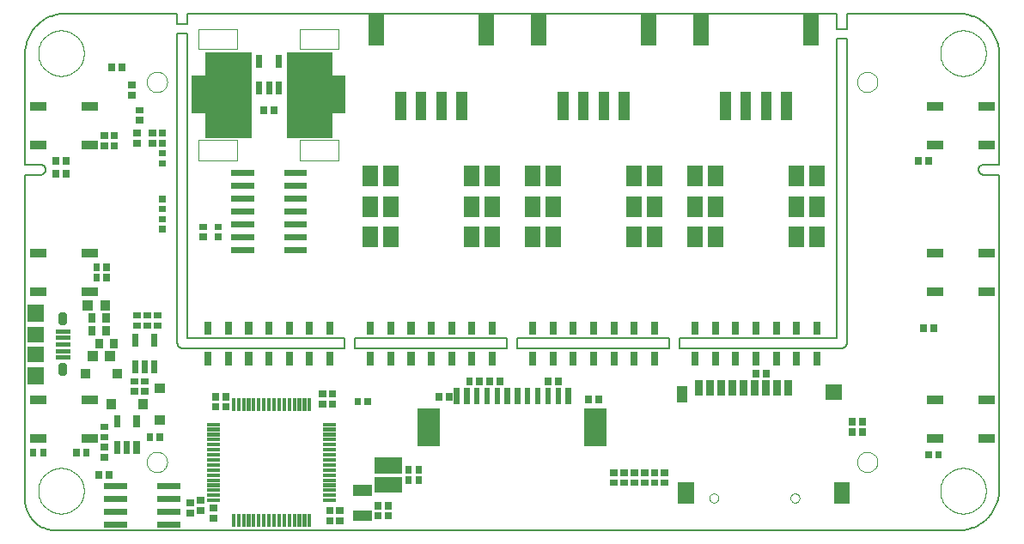
<source format=gtp>
G75*
%MOIN*%
%OFA0B0*%
%FSLAX24Y24*%
%IPPOS*%
%LPD*%
%AMOC8*
5,1,8,0,0,1.08239X$1,22.5*
%
%ADD10C,0.0050*%
%ADD11C,0.0000*%
%ADD12C,0.0015*%
%ADD13C,0.0017*%
%ADD14C,0.0015*%
%ADD15C,0.0015*%
%ADD16C,0.0016*%
%ADD17C,0.0281*%
%ADD18C,0.0018*%
%ADD19C,0.0018*%
%ADD20C,0.0016*%
%ADD21C,0.0018*%
%ADD22C,0.0015*%
%ADD23C,0.0014*%
%ADD24R,0.0866X0.1496*%
%ADD25C,0.0017*%
%ADD26C,0.0039*%
%ADD27R,0.0551X0.1496*%
%ADD28C,0.0016*%
D10*
X005787Y006405D02*
X005787Y019043D01*
X006417Y019043D01*
X006442Y019048D01*
X006466Y019056D01*
X006488Y019067D01*
X006509Y019082D01*
X006528Y019099D01*
X006544Y019119D01*
X006556Y019141D01*
X006566Y019164D01*
X006572Y019189D01*
X006575Y019214D01*
X006574Y019240D01*
X006574Y019239D02*
X006575Y019265D01*
X006572Y019290D01*
X006566Y019315D01*
X006556Y019338D01*
X006544Y019360D01*
X006528Y019380D01*
X006509Y019397D01*
X006488Y019412D01*
X006466Y019423D01*
X006442Y019431D01*
X006417Y019436D01*
X006417Y019437D02*
X005787Y019437D01*
X005787Y023728D01*
X005789Y023805D01*
X005795Y023882D01*
X005804Y023959D01*
X005817Y024035D01*
X005834Y024111D01*
X005855Y024185D01*
X005879Y024259D01*
X005907Y024331D01*
X005938Y024401D01*
X005973Y024470D01*
X006011Y024538D01*
X006052Y024603D01*
X006097Y024666D01*
X006145Y024727D01*
X006195Y024786D01*
X006248Y024842D01*
X006304Y024895D01*
X006363Y024945D01*
X006424Y024993D01*
X006487Y025038D01*
X006552Y025079D01*
X006620Y025117D01*
X006689Y025152D01*
X006759Y025183D01*
X006831Y025211D01*
X006905Y025235D01*
X006979Y025256D01*
X007055Y025273D01*
X007131Y025286D01*
X007208Y025295D01*
X007285Y025301D01*
X007362Y025303D01*
X011693Y025303D01*
X011693Y024909D01*
X012086Y024909D01*
X012086Y025303D01*
X037283Y025303D01*
X037283Y024712D01*
X037677Y024712D01*
X037677Y025303D01*
X042008Y025303D01*
X042085Y025301D01*
X042162Y025295D01*
X042239Y025286D01*
X042315Y025273D01*
X042391Y025256D01*
X042465Y025235D01*
X042539Y025211D01*
X042611Y025183D01*
X042681Y025152D01*
X042750Y025117D01*
X042818Y025079D01*
X042883Y025038D01*
X042946Y024993D01*
X043007Y024945D01*
X043066Y024895D01*
X043122Y024842D01*
X043175Y024786D01*
X043225Y024727D01*
X043273Y024666D01*
X043318Y024603D01*
X043359Y024538D01*
X043397Y024470D01*
X043432Y024401D01*
X043463Y024331D01*
X043491Y024259D01*
X043515Y024185D01*
X043536Y024111D01*
X043553Y024035D01*
X043566Y023959D01*
X043575Y023882D01*
X043581Y023805D01*
X043583Y023728D01*
X043582Y023728D02*
X043582Y019437D01*
X042952Y019437D01*
X042952Y019436D02*
X042927Y019431D01*
X042903Y019423D01*
X042881Y019412D01*
X042860Y019397D01*
X042841Y019380D01*
X042825Y019360D01*
X042813Y019338D01*
X042803Y019315D01*
X042797Y019290D01*
X042794Y019265D01*
X042795Y019239D01*
X042795Y019240D02*
X042794Y019214D01*
X042797Y019189D01*
X042803Y019164D01*
X042813Y019141D01*
X042825Y019119D01*
X042841Y019099D01*
X042860Y019082D01*
X042881Y019067D01*
X042903Y019056D01*
X042927Y019048D01*
X042952Y019043D01*
X043582Y019043D01*
X043582Y006799D01*
X043583Y006799D02*
X043581Y006722D01*
X043575Y006645D01*
X043566Y006568D01*
X043553Y006492D01*
X043536Y006416D01*
X043515Y006342D01*
X043491Y006268D01*
X043463Y006196D01*
X043432Y006126D01*
X043397Y006057D01*
X043359Y005989D01*
X043318Y005924D01*
X043273Y005861D01*
X043225Y005800D01*
X043175Y005741D01*
X043122Y005685D01*
X043066Y005632D01*
X043007Y005582D01*
X042946Y005534D01*
X042883Y005489D01*
X042818Y005448D01*
X042750Y005410D01*
X042681Y005375D01*
X042611Y005344D01*
X042539Y005316D01*
X042465Y005292D01*
X042391Y005271D01*
X042315Y005254D01*
X042239Y005241D01*
X042162Y005232D01*
X042085Y005226D01*
X042008Y005224D01*
X006968Y005224D01*
X006902Y005226D01*
X006836Y005231D01*
X006770Y005241D01*
X006705Y005254D01*
X006641Y005270D01*
X006578Y005290D01*
X006516Y005314D01*
X006456Y005341D01*
X006397Y005371D01*
X006340Y005405D01*
X006285Y005442D01*
X006232Y005482D01*
X006181Y005524D01*
X006133Y005570D01*
X006087Y005618D01*
X006045Y005669D01*
X006005Y005722D01*
X005968Y005777D01*
X005934Y005834D01*
X005904Y005893D01*
X005877Y005953D01*
X005853Y006015D01*
X005833Y006078D01*
X005817Y006142D01*
X005804Y006207D01*
X005794Y006273D01*
X005789Y006339D01*
X005787Y006405D01*
X011693Y012507D02*
X011693Y024515D01*
X012086Y024515D01*
X012086Y012704D01*
X018189Y012704D01*
X018189Y012311D01*
X011889Y012311D01*
X011889Y012310D02*
X011863Y012312D01*
X011838Y012317D01*
X011814Y012325D01*
X011791Y012336D01*
X011769Y012351D01*
X011750Y012368D01*
X011733Y012387D01*
X011718Y012409D01*
X011707Y012432D01*
X011699Y012456D01*
X011694Y012481D01*
X011692Y012507D01*
X018582Y012311D02*
X018582Y012704D01*
X024488Y012704D01*
X024488Y012311D01*
X018582Y012311D01*
X024882Y012311D02*
X024882Y012704D01*
X030787Y012704D01*
X030787Y012311D01*
X024882Y012311D01*
X031181Y012311D02*
X031181Y012704D01*
X037283Y012704D01*
X037283Y024319D01*
X037677Y024319D01*
X037677Y012507D01*
X037675Y012481D01*
X037670Y012456D01*
X037662Y012432D01*
X037651Y012409D01*
X037636Y012387D01*
X037619Y012368D01*
X037600Y012351D01*
X037579Y012336D01*
X037555Y012325D01*
X037531Y012317D01*
X037506Y012312D01*
X037480Y012310D01*
X037480Y012311D02*
X031181Y012311D01*
D11*
X032336Y006481D02*
X032338Y006507D01*
X032344Y006533D01*
X032353Y006557D01*
X032366Y006580D01*
X032383Y006600D01*
X032402Y006618D01*
X032424Y006633D01*
X032447Y006644D01*
X032472Y006652D01*
X032498Y006656D01*
X032524Y006656D01*
X032550Y006652D01*
X032575Y006644D01*
X032599Y006633D01*
X032620Y006618D01*
X032639Y006600D01*
X032656Y006580D01*
X032669Y006557D01*
X032678Y006533D01*
X032684Y006507D01*
X032686Y006481D01*
X032684Y006455D01*
X032678Y006429D01*
X032669Y006405D01*
X032656Y006382D01*
X032639Y006362D01*
X032620Y006344D01*
X032598Y006329D01*
X032575Y006318D01*
X032550Y006310D01*
X032524Y006306D01*
X032498Y006306D01*
X032472Y006310D01*
X032447Y006318D01*
X032423Y006329D01*
X032402Y006344D01*
X032383Y006362D01*
X032366Y006382D01*
X032353Y006405D01*
X032344Y006429D01*
X032338Y006455D01*
X032336Y006481D01*
X035486Y006481D02*
X035488Y006507D01*
X035494Y006533D01*
X035503Y006557D01*
X035516Y006580D01*
X035533Y006600D01*
X035552Y006618D01*
X035574Y006633D01*
X035597Y006644D01*
X035622Y006652D01*
X035648Y006656D01*
X035674Y006656D01*
X035700Y006652D01*
X035725Y006644D01*
X035749Y006633D01*
X035770Y006618D01*
X035789Y006600D01*
X035806Y006580D01*
X035819Y006557D01*
X035828Y006533D01*
X035834Y006507D01*
X035836Y006481D01*
X035834Y006455D01*
X035828Y006429D01*
X035819Y006405D01*
X035806Y006382D01*
X035789Y006362D01*
X035770Y006344D01*
X035748Y006329D01*
X035725Y006318D01*
X035700Y006310D01*
X035674Y006306D01*
X035648Y006306D01*
X035622Y006310D01*
X035597Y006318D01*
X035573Y006329D01*
X035552Y006344D01*
X035533Y006362D01*
X035516Y006382D01*
X035503Y006405D01*
X035494Y006429D01*
X035488Y006455D01*
X035486Y006481D01*
X038070Y007881D02*
X038072Y007920D01*
X038078Y007959D01*
X038088Y007997D01*
X038101Y008034D01*
X038118Y008069D01*
X038138Y008103D01*
X038162Y008134D01*
X038189Y008163D01*
X038218Y008189D01*
X038250Y008212D01*
X038284Y008232D01*
X038320Y008248D01*
X038357Y008260D01*
X038396Y008269D01*
X038435Y008274D01*
X038474Y008275D01*
X038513Y008272D01*
X038552Y008265D01*
X038589Y008254D01*
X038626Y008240D01*
X038661Y008222D01*
X038694Y008201D01*
X038725Y008176D01*
X038753Y008149D01*
X038778Y008119D01*
X038800Y008086D01*
X038819Y008052D01*
X038834Y008016D01*
X038846Y007978D01*
X038854Y007940D01*
X038858Y007901D01*
X038858Y007861D01*
X038854Y007822D01*
X038846Y007784D01*
X038834Y007746D01*
X038819Y007710D01*
X038800Y007676D01*
X038778Y007643D01*
X038753Y007613D01*
X038725Y007586D01*
X038694Y007561D01*
X038661Y007540D01*
X038626Y007522D01*
X038589Y007508D01*
X038552Y007497D01*
X038513Y007490D01*
X038474Y007487D01*
X038435Y007488D01*
X038396Y007493D01*
X038357Y007502D01*
X038320Y007514D01*
X038284Y007530D01*
X038250Y007550D01*
X038218Y007573D01*
X038189Y007599D01*
X038162Y007628D01*
X038138Y007659D01*
X038118Y007693D01*
X038101Y007728D01*
X038088Y007765D01*
X038078Y007803D01*
X038072Y007842D01*
X038070Y007881D01*
X041299Y006763D02*
X041301Y006822D01*
X041307Y006881D01*
X041317Y006939D01*
X041330Y006997D01*
X041348Y007054D01*
X041369Y007109D01*
X041394Y007163D01*
X041423Y007215D01*
X041455Y007264D01*
X041490Y007312D01*
X041528Y007357D01*
X041569Y007400D01*
X041613Y007440D01*
X041659Y007476D01*
X041708Y007510D01*
X041759Y007540D01*
X041812Y007567D01*
X041867Y007590D01*
X041922Y007609D01*
X041980Y007625D01*
X042038Y007637D01*
X042096Y007645D01*
X042155Y007649D01*
X042215Y007649D01*
X042274Y007645D01*
X042332Y007637D01*
X042390Y007625D01*
X042448Y007609D01*
X042503Y007590D01*
X042558Y007567D01*
X042611Y007540D01*
X042662Y007510D01*
X042711Y007476D01*
X042757Y007440D01*
X042801Y007400D01*
X042842Y007357D01*
X042880Y007312D01*
X042915Y007264D01*
X042947Y007215D01*
X042976Y007163D01*
X043001Y007109D01*
X043022Y007054D01*
X043040Y006997D01*
X043053Y006939D01*
X043063Y006881D01*
X043069Y006822D01*
X043071Y006763D01*
X043069Y006704D01*
X043063Y006645D01*
X043053Y006587D01*
X043040Y006529D01*
X043022Y006472D01*
X043001Y006417D01*
X042976Y006363D01*
X042947Y006311D01*
X042915Y006262D01*
X042880Y006214D01*
X042842Y006169D01*
X042801Y006126D01*
X042757Y006086D01*
X042711Y006050D01*
X042662Y006016D01*
X042611Y005986D01*
X042558Y005959D01*
X042503Y005936D01*
X042448Y005917D01*
X042390Y005901D01*
X042332Y005889D01*
X042274Y005881D01*
X042215Y005877D01*
X042155Y005877D01*
X042096Y005881D01*
X042038Y005889D01*
X041980Y005901D01*
X041922Y005917D01*
X041867Y005936D01*
X041812Y005959D01*
X041759Y005986D01*
X041708Y006016D01*
X041659Y006050D01*
X041613Y006086D01*
X041569Y006126D01*
X041528Y006169D01*
X041490Y006214D01*
X041455Y006262D01*
X041423Y006311D01*
X041394Y006363D01*
X041369Y006417D01*
X041348Y006472D01*
X041330Y006529D01*
X041317Y006587D01*
X041307Y006645D01*
X041301Y006704D01*
X041299Y006763D01*
X038070Y022645D02*
X038072Y022684D01*
X038078Y022723D01*
X038088Y022761D01*
X038101Y022798D01*
X038118Y022833D01*
X038138Y022867D01*
X038162Y022898D01*
X038189Y022927D01*
X038218Y022953D01*
X038250Y022976D01*
X038284Y022996D01*
X038320Y023012D01*
X038357Y023024D01*
X038396Y023033D01*
X038435Y023038D01*
X038474Y023039D01*
X038513Y023036D01*
X038552Y023029D01*
X038589Y023018D01*
X038626Y023004D01*
X038661Y022986D01*
X038694Y022965D01*
X038725Y022940D01*
X038753Y022913D01*
X038778Y022883D01*
X038800Y022850D01*
X038819Y022816D01*
X038834Y022780D01*
X038846Y022742D01*
X038854Y022704D01*
X038858Y022665D01*
X038858Y022625D01*
X038854Y022586D01*
X038846Y022548D01*
X038834Y022510D01*
X038819Y022474D01*
X038800Y022440D01*
X038778Y022407D01*
X038753Y022377D01*
X038725Y022350D01*
X038694Y022325D01*
X038661Y022304D01*
X038626Y022286D01*
X038589Y022272D01*
X038552Y022261D01*
X038513Y022254D01*
X038474Y022251D01*
X038435Y022252D01*
X038396Y022257D01*
X038357Y022266D01*
X038320Y022278D01*
X038284Y022294D01*
X038250Y022314D01*
X038218Y022337D01*
X038189Y022363D01*
X038162Y022392D01*
X038138Y022423D01*
X038118Y022457D01*
X038101Y022492D01*
X038088Y022529D01*
X038078Y022567D01*
X038072Y022606D01*
X038070Y022645D01*
X041299Y023763D02*
X041301Y023822D01*
X041307Y023881D01*
X041317Y023939D01*
X041330Y023997D01*
X041348Y024054D01*
X041369Y024109D01*
X041394Y024163D01*
X041423Y024215D01*
X041455Y024264D01*
X041490Y024312D01*
X041528Y024357D01*
X041569Y024400D01*
X041613Y024440D01*
X041659Y024476D01*
X041708Y024510D01*
X041759Y024540D01*
X041812Y024567D01*
X041867Y024590D01*
X041922Y024609D01*
X041980Y024625D01*
X042038Y024637D01*
X042096Y024645D01*
X042155Y024649D01*
X042215Y024649D01*
X042274Y024645D01*
X042332Y024637D01*
X042390Y024625D01*
X042448Y024609D01*
X042503Y024590D01*
X042558Y024567D01*
X042611Y024540D01*
X042662Y024510D01*
X042711Y024476D01*
X042757Y024440D01*
X042801Y024400D01*
X042842Y024357D01*
X042880Y024312D01*
X042915Y024264D01*
X042947Y024215D01*
X042976Y024163D01*
X043001Y024109D01*
X043022Y024054D01*
X043040Y023997D01*
X043053Y023939D01*
X043063Y023881D01*
X043069Y023822D01*
X043071Y023763D01*
X043069Y023704D01*
X043063Y023645D01*
X043053Y023587D01*
X043040Y023529D01*
X043022Y023472D01*
X043001Y023417D01*
X042976Y023363D01*
X042947Y023311D01*
X042915Y023262D01*
X042880Y023214D01*
X042842Y023169D01*
X042801Y023126D01*
X042757Y023086D01*
X042711Y023050D01*
X042662Y023016D01*
X042611Y022986D01*
X042558Y022959D01*
X042503Y022936D01*
X042448Y022917D01*
X042390Y022901D01*
X042332Y022889D01*
X042274Y022881D01*
X042215Y022877D01*
X042155Y022877D01*
X042096Y022881D01*
X042038Y022889D01*
X041980Y022901D01*
X041922Y022917D01*
X041867Y022936D01*
X041812Y022959D01*
X041759Y022986D01*
X041708Y023016D01*
X041659Y023050D01*
X041613Y023086D01*
X041569Y023126D01*
X041528Y023169D01*
X041490Y023214D01*
X041455Y023262D01*
X041423Y023311D01*
X041394Y023363D01*
X041369Y023417D01*
X041348Y023472D01*
X041330Y023529D01*
X041317Y023587D01*
X041307Y023645D01*
X041301Y023704D01*
X041299Y023763D01*
X010511Y022645D02*
X010513Y022684D01*
X010519Y022723D01*
X010529Y022761D01*
X010542Y022798D01*
X010559Y022833D01*
X010579Y022867D01*
X010603Y022898D01*
X010630Y022927D01*
X010659Y022953D01*
X010691Y022976D01*
X010725Y022996D01*
X010761Y023012D01*
X010798Y023024D01*
X010837Y023033D01*
X010876Y023038D01*
X010915Y023039D01*
X010954Y023036D01*
X010993Y023029D01*
X011030Y023018D01*
X011067Y023004D01*
X011102Y022986D01*
X011135Y022965D01*
X011166Y022940D01*
X011194Y022913D01*
X011219Y022883D01*
X011241Y022850D01*
X011260Y022816D01*
X011275Y022780D01*
X011287Y022742D01*
X011295Y022704D01*
X011299Y022665D01*
X011299Y022625D01*
X011295Y022586D01*
X011287Y022548D01*
X011275Y022510D01*
X011260Y022474D01*
X011241Y022440D01*
X011219Y022407D01*
X011194Y022377D01*
X011166Y022350D01*
X011135Y022325D01*
X011102Y022304D01*
X011067Y022286D01*
X011030Y022272D01*
X010993Y022261D01*
X010954Y022254D01*
X010915Y022251D01*
X010876Y022252D01*
X010837Y022257D01*
X010798Y022266D01*
X010761Y022278D01*
X010725Y022294D01*
X010691Y022314D01*
X010659Y022337D01*
X010630Y022363D01*
X010603Y022392D01*
X010579Y022423D01*
X010559Y022457D01*
X010542Y022492D01*
X010529Y022529D01*
X010519Y022567D01*
X010513Y022606D01*
X010511Y022645D01*
X006299Y023763D02*
X006301Y023822D01*
X006307Y023881D01*
X006317Y023939D01*
X006330Y023997D01*
X006348Y024054D01*
X006369Y024109D01*
X006394Y024163D01*
X006423Y024215D01*
X006455Y024264D01*
X006490Y024312D01*
X006528Y024357D01*
X006569Y024400D01*
X006613Y024440D01*
X006659Y024476D01*
X006708Y024510D01*
X006759Y024540D01*
X006812Y024567D01*
X006867Y024590D01*
X006922Y024609D01*
X006980Y024625D01*
X007038Y024637D01*
X007096Y024645D01*
X007155Y024649D01*
X007215Y024649D01*
X007274Y024645D01*
X007332Y024637D01*
X007390Y024625D01*
X007448Y024609D01*
X007503Y024590D01*
X007558Y024567D01*
X007611Y024540D01*
X007662Y024510D01*
X007711Y024476D01*
X007757Y024440D01*
X007801Y024400D01*
X007842Y024357D01*
X007880Y024312D01*
X007915Y024264D01*
X007947Y024215D01*
X007976Y024163D01*
X008001Y024109D01*
X008022Y024054D01*
X008040Y023997D01*
X008053Y023939D01*
X008063Y023881D01*
X008069Y023822D01*
X008071Y023763D01*
X008069Y023704D01*
X008063Y023645D01*
X008053Y023587D01*
X008040Y023529D01*
X008022Y023472D01*
X008001Y023417D01*
X007976Y023363D01*
X007947Y023311D01*
X007915Y023262D01*
X007880Y023214D01*
X007842Y023169D01*
X007801Y023126D01*
X007757Y023086D01*
X007711Y023050D01*
X007662Y023016D01*
X007611Y022986D01*
X007558Y022959D01*
X007503Y022936D01*
X007448Y022917D01*
X007390Y022901D01*
X007332Y022889D01*
X007274Y022881D01*
X007215Y022877D01*
X007155Y022877D01*
X007096Y022881D01*
X007038Y022889D01*
X006980Y022901D01*
X006922Y022917D01*
X006867Y022936D01*
X006812Y022959D01*
X006759Y022986D01*
X006708Y023016D01*
X006659Y023050D01*
X006613Y023086D01*
X006569Y023126D01*
X006528Y023169D01*
X006490Y023214D01*
X006455Y023262D01*
X006423Y023311D01*
X006394Y023363D01*
X006369Y023417D01*
X006348Y023472D01*
X006330Y023529D01*
X006317Y023587D01*
X006307Y023645D01*
X006301Y023704D01*
X006299Y023763D01*
X010511Y007881D02*
X010513Y007920D01*
X010519Y007959D01*
X010529Y007997D01*
X010542Y008034D01*
X010559Y008069D01*
X010579Y008103D01*
X010603Y008134D01*
X010630Y008163D01*
X010659Y008189D01*
X010691Y008212D01*
X010725Y008232D01*
X010761Y008248D01*
X010798Y008260D01*
X010837Y008269D01*
X010876Y008274D01*
X010915Y008275D01*
X010954Y008272D01*
X010993Y008265D01*
X011030Y008254D01*
X011067Y008240D01*
X011102Y008222D01*
X011135Y008201D01*
X011166Y008176D01*
X011194Y008149D01*
X011219Y008119D01*
X011241Y008086D01*
X011260Y008052D01*
X011275Y008016D01*
X011287Y007978D01*
X011295Y007940D01*
X011299Y007901D01*
X011299Y007861D01*
X011295Y007822D01*
X011287Y007784D01*
X011275Y007746D01*
X011260Y007710D01*
X011241Y007676D01*
X011219Y007643D01*
X011194Y007613D01*
X011166Y007586D01*
X011135Y007561D01*
X011102Y007540D01*
X011067Y007522D01*
X011030Y007508D01*
X010993Y007497D01*
X010954Y007490D01*
X010915Y007487D01*
X010876Y007488D01*
X010837Y007493D01*
X010798Y007502D01*
X010761Y007514D01*
X010725Y007530D01*
X010691Y007550D01*
X010659Y007573D01*
X010630Y007599D01*
X010603Y007628D01*
X010579Y007659D01*
X010559Y007693D01*
X010542Y007728D01*
X010529Y007765D01*
X010519Y007803D01*
X010513Y007842D01*
X010511Y007881D01*
X006299Y006763D02*
X006301Y006822D01*
X006307Y006881D01*
X006317Y006939D01*
X006330Y006997D01*
X006348Y007054D01*
X006369Y007109D01*
X006394Y007163D01*
X006423Y007215D01*
X006455Y007264D01*
X006490Y007312D01*
X006528Y007357D01*
X006569Y007400D01*
X006613Y007440D01*
X006659Y007476D01*
X006708Y007510D01*
X006759Y007540D01*
X006812Y007567D01*
X006867Y007590D01*
X006922Y007609D01*
X006980Y007625D01*
X007038Y007637D01*
X007096Y007645D01*
X007155Y007649D01*
X007215Y007649D01*
X007274Y007645D01*
X007332Y007637D01*
X007390Y007625D01*
X007448Y007609D01*
X007503Y007590D01*
X007558Y007567D01*
X007611Y007540D01*
X007662Y007510D01*
X007711Y007476D01*
X007757Y007440D01*
X007801Y007400D01*
X007842Y007357D01*
X007880Y007312D01*
X007915Y007264D01*
X007947Y007215D01*
X007976Y007163D01*
X008001Y007109D01*
X008022Y007054D01*
X008040Y006997D01*
X008053Y006939D01*
X008063Y006881D01*
X008069Y006822D01*
X008071Y006763D01*
X008069Y006704D01*
X008063Y006645D01*
X008053Y006587D01*
X008040Y006529D01*
X008022Y006472D01*
X008001Y006417D01*
X007976Y006363D01*
X007947Y006311D01*
X007915Y006262D01*
X007880Y006214D01*
X007842Y006169D01*
X007801Y006126D01*
X007757Y006086D01*
X007711Y006050D01*
X007662Y006016D01*
X007611Y005986D01*
X007558Y005959D01*
X007503Y005936D01*
X007448Y005917D01*
X007390Y005901D01*
X007332Y005889D01*
X007274Y005881D01*
X007215Y005877D01*
X007155Y005877D01*
X007096Y005881D01*
X007038Y005889D01*
X006980Y005901D01*
X006922Y005917D01*
X006867Y005936D01*
X006812Y005959D01*
X006759Y005986D01*
X006708Y006016D01*
X006659Y006050D01*
X006613Y006086D01*
X006569Y006126D01*
X006528Y006169D01*
X006490Y006214D01*
X006455Y006262D01*
X006423Y006311D01*
X006394Y006363D01*
X006369Y006417D01*
X006348Y006472D01*
X006330Y006529D01*
X006317Y006587D01*
X006307Y006645D01*
X006301Y006704D01*
X006299Y006763D01*
D12*
X009249Y008223D02*
X009451Y008223D01*
X009249Y008223D02*
X009249Y008681D01*
X009451Y008681D01*
X009451Y008223D01*
X009451Y008237D02*
X009249Y008237D01*
X009249Y008251D02*
X009451Y008251D01*
X009451Y008265D02*
X009249Y008265D01*
X009249Y008279D02*
X009451Y008279D01*
X009451Y008293D02*
X009249Y008293D01*
X009249Y008307D02*
X009451Y008307D01*
X009451Y008321D02*
X009249Y008321D01*
X009249Y008335D02*
X009451Y008335D01*
X009451Y008349D02*
X009249Y008349D01*
X009249Y008363D02*
X009451Y008363D01*
X009451Y008377D02*
X009249Y008377D01*
X009249Y008391D02*
X009451Y008391D01*
X009451Y008405D02*
X009249Y008405D01*
X009249Y008419D02*
X009451Y008419D01*
X009451Y008433D02*
X009249Y008433D01*
X009249Y008447D02*
X009451Y008447D01*
X009451Y008461D02*
X009249Y008461D01*
X009249Y008475D02*
X009451Y008475D01*
X009451Y008489D02*
X009249Y008489D01*
X009249Y008503D02*
X009451Y008503D01*
X009451Y008517D02*
X009249Y008517D01*
X009249Y008531D02*
X009451Y008531D01*
X009451Y008545D02*
X009249Y008545D01*
X009249Y008559D02*
X009451Y008559D01*
X009451Y008573D02*
X009249Y008573D01*
X009249Y008587D02*
X009451Y008587D01*
X009451Y008601D02*
X009249Y008601D01*
X009249Y008615D02*
X009451Y008615D01*
X009451Y008629D02*
X009249Y008629D01*
X009249Y008643D02*
X009451Y008643D01*
X009451Y008657D02*
X009249Y008657D01*
X009249Y008671D02*
X009451Y008671D01*
X009623Y008223D02*
X009825Y008223D01*
X009623Y008223D02*
X009623Y008681D01*
X009825Y008681D01*
X009825Y008223D01*
X009825Y008237D02*
X009623Y008237D01*
X009623Y008251D02*
X009825Y008251D01*
X009825Y008265D02*
X009623Y008265D01*
X009623Y008279D02*
X009825Y008279D01*
X009825Y008293D02*
X009623Y008293D01*
X009623Y008307D02*
X009825Y008307D01*
X009825Y008321D02*
X009623Y008321D01*
X009623Y008335D02*
X009825Y008335D01*
X009825Y008349D02*
X009623Y008349D01*
X009623Y008363D02*
X009825Y008363D01*
X009825Y008377D02*
X009623Y008377D01*
X009623Y008391D02*
X009825Y008391D01*
X009825Y008405D02*
X009623Y008405D01*
X009623Y008419D02*
X009825Y008419D01*
X009825Y008433D02*
X009623Y008433D01*
X009623Y008447D02*
X009825Y008447D01*
X009825Y008461D02*
X009623Y008461D01*
X009623Y008475D02*
X009825Y008475D01*
X009825Y008489D02*
X009623Y008489D01*
X009623Y008503D02*
X009825Y008503D01*
X009825Y008517D02*
X009623Y008517D01*
X009623Y008531D02*
X009825Y008531D01*
X009825Y008545D02*
X009623Y008545D01*
X009623Y008559D02*
X009825Y008559D01*
X009825Y008573D02*
X009623Y008573D01*
X009623Y008587D02*
X009825Y008587D01*
X009825Y008601D02*
X009623Y008601D01*
X009623Y008615D02*
X009825Y008615D01*
X009825Y008629D02*
X009623Y008629D01*
X009623Y008643D02*
X009825Y008643D01*
X009825Y008657D02*
X009623Y008657D01*
X009623Y008671D02*
X009825Y008671D01*
X009997Y008223D02*
X010199Y008223D01*
X009997Y008223D02*
X009997Y008681D01*
X010199Y008681D01*
X010199Y008223D01*
X010199Y008237D02*
X009997Y008237D01*
X009997Y008251D02*
X010199Y008251D01*
X010199Y008265D02*
X009997Y008265D01*
X009997Y008279D02*
X010199Y008279D01*
X010199Y008293D02*
X009997Y008293D01*
X009997Y008307D02*
X010199Y008307D01*
X010199Y008321D02*
X009997Y008321D01*
X009997Y008335D02*
X010199Y008335D01*
X010199Y008349D02*
X009997Y008349D01*
X009997Y008363D02*
X010199Y008363D01*
X010199Y008377D02*
X009997Y008377D01*
X009997Y008391D02*
X010199Y008391D01*
X010199Y008405D02*
X009997Y008405D01*
X009997Y008419D02*
X010199Y008419D01*
X010199Y008433D02*
X009997Y008433D01*
X009997Y008447D02*
X010199Y008447D01*
X010199Y008461D02*
X009997Y008461D01*
X009997Y008475D02*
X010199Y008475D01*
X010199Y008489D02*
X009997Y008489D01*
X009997Y008503D02*
X010199Y008503D01*
X010199Y008517D02*
X009997Y008517D01*
X009997Y008531D02*
X010199Y008531D01*
X010199Y008545D02*
X009997Y008545D01*
X009997Y008559D02*
X010199Y008559D01*
X010199Y008573D02*
X009997Y008573D01*
X009997Y008587D02*
X010199Y008587D01*
X010199Y008601D02*
X009997Y008601D01*
X009997Y008615D02*
X010199Y008615D01*
X010199Y008629D02*
X009997Y008629D01*
X009997Y008643D02*
X010199Y008643D01*
X010199Y008657D02*
X009997Y008657D01*
X009997Y008671D02*
X010199Y008671D01*
X010199Y009247D02*
X009997Y009247D01*
X009997Y009705D01*
X010199Y009705D01*
X010199Y009247D01*
X010199Y009261D02*
X009997Y009261D01*
X009997Y009275D02*
X010199Y009275D01*
X010199Y009289D02*
X009997Y009289D01*
X009997Y009303D02*
X010199Y009303D01*
X010199Y009317D02*
X009997Y009317D01*
X009997Y009331D02*
X010199Y009331D01*
X010199Y009345D02*
X009997Y009345D01*
X009997Y009359D02*
X010199Y009359D01*
X010199Y009373D02*
X009997Y009373D01*
X009997Y009387D02*
X010199Y009387D01*
X010199Y009401D02*
X009997Y009401D01*
X009997Y009415D02*
X010199Y009415D01*
X010199Y009429D02*
X009997Y009429D01*
X009997Y009443D02*
X010199Y009443D01*
X010199Y009457D02*
X009997Y009457D01*
X009997Y009471D02*
X010199Y009471D01*
X010199Y009485D02*
X009997Y009485D01*
X009997Y009499D02*
X010199Y009499D01*
X010199Y009513D02*
X009997Y009513D01*
X009997Y009527D02*
X010199Y009527D01*
X010199Y009541D02*
X009997Y009541D01*
X009997Y009555D02*
X010199Y009555D01*
X010199Y009569D02*
X009997Y009569D01*
X009997Y009583D02*
X010199Y009583D01*
X010199Y009597D02*
X009997Y009597D01*
X009997Y009611D02*
X010199Y009611D01*
X010199Y009625D02*
X009997Y009625D01*
X009997Y009639D02*
X010199Y009639D01*
X010199Y009653D02*
X009997Y009653D01*
X009997Y009667D02*
X010199Y009667D01*
X010199Y009681D02*
X009997Y009681D01*
X009997Y009695D02*
X010199Y009695D01*
X009451Y009247D02*
X009249Y009247D01*
X009249Y009705D01*
X009451Y009705D01*
X009451Y009247D01*
X009451Y009261D02*
X009249Y009261D01*
X009249Y009275D02*
X009451Y009275D01*
X009451Y009289D02*
X009249Y009289D01*
X009249Y009303D02*
X009451Y009303D01*
X009451Y009317D02*
X009249Y009317D01*
X009249Y009331D02*
X009451Y009331D01*
X009451Y009345D02*
X009249Y009345D01*
X009249Y009359D02*
X009451Y009359D01*
X009451Y009373D02*
X009249Y009373D01*
X009249Y009387D02*
X009451Y009387D01*
X009451Y009401D02*
X009249Y009401D01*
X009249Y009415D02*
X009451Y009415D01*
X009451Y009429D02*
X009249Y009429D01*
X009249Y009443D02*
X009451Y009443D01*
X009451Y009457D02*
X009249Y009457D01*
X009249Y009471D02*
X009451Y009471D01*
X009451Y009485D02*
X009249Y009485D01*
X009249Y009499D02*
X009451Y009499D01*
X009451Y009513D02*
X009249Y009513D01*
X009249Y009527D02*
X009451Y009527D01*
X009451Y009541D02*
X009249Y009541D01*
X009249Y009555D02*
X009451Y009555D01*
X009451Y009569D02*
X009249Y009569D01*
X009249Y009583D02*
X009451Y009583D01*
X009451Y009597D02*
X009249Y009597D01*
X009249Y009611D02*
X009451Y009611D01*
X009451Y009625D02*
X009249Y009625D01*
X009249Y009639D02*
X009451Y009639D01*
X009451Y009653D02*
X009249Y009653D01*
X009249Y009667D02*
X009451Y009667D01*
X009451Y009681D02*
X009249Y009681D01*
X009249Y009695D02*
X009451Y009695D01*
X009938Y011373D02*
X010140Y011373D01*
X009938Y011373D02*
X009938Y011831D01*
X010140Y011831D01*
X010140Y011373D01*
X010140Y011387D02*
X009938Y011387D01*
X009938Y011401D02*
X010140Y011401D01*
X010140Y011415D02*
X009938Y011415D01*
X009938Y011429D02*
X010140Y011429D01*
X010140Y011443D02*
X009938Y011443D01*
X009938Y011457D02*
X010140Y011457D01*
X010140Y011471D02*
X009938Y011471D01*
X009938Y011485D02*
X010140Y011485D01*
X010140Y011499D02*
X009938Y011499D01*
X009938Y011513D02*
X010140Y011513D01*
X010140Y011527D02*
X009938Y011527D01*
X009938Y011541D02*
X010140Y011541D01*
X010140Y011555D02*
X009938Y011555D01*
X009938Y011569D02*
X010140Y011569D01*
X010140Y011583D02*
X009938Y011583D01*
X009938Y011597D02*
X010140Y011597D01*
X010140Y011611D02*
X009938Y011611D01*
X009938Y011625D02*
X010140Y011625D01*
X010140Y011639D02*
X009938Y011639D01*
X009938Y011653D02*
X010140Y011653D01*
X010140Y011667D02*
X009938Y011667D01*
X009938Y011681D02*
X010140Y011681D01*
X010140Y011695D02*
X009938Y011695D01*
X009938Y011709D02*
X010140Y011709D01*
X010140Y011723D02*
X009938Y011723D01*
X009938Y011737D02*
X010140Y011737D01*
X010140Y011751D02*
X009938Y011751D01*
X009938Y011765D02*
X010140Y011765D01*
X010140Y011779D02*
X009938Y011779D01*
X009938Y011793D02*
X010140Y011793D01*
X010140Y011807D02*
X009938Y011807D01*
X009938Y011821D02*
X010140Y011821D01*
X010312Y011373D02*
X010514Y011373D01*
X010312Y011373D02*
X010312Y011831D01*
X010514Y011831D01*
X010514Y011373D01*
X010514Y011387D02*
X010312Y011387D01*
X010312Y011401D02*
X010514Y011401D01*
X010514Y011415D02*
X010312Y011415D01*
X010312Y011429D02*
X010514Y011429D01*
X010514Y011443D02*
X010312Y011443D01*
X010312Y011457D02*
X010514Y011457D01*
X010514Y011471D02*
X010312Y011471D01*
X010312Y011485D02*
X010514Y011485D01*
X010514Y011499D02*
X010312Y011499D01*
X010312Y011513D02*
X010514Y011513D01*
X010514Y011527D02*
X010312Y011527D01*
X010312Y011541D02*
X010514Y011541D01*
X010514Y011555D02*
X010312Y011555D01*
X010312Y011569D02*
X010514Y011569D01*
X010514Y011583D02*
X010312Y011583D01*
X010312Y011597D02*
X010514Y011597D01*
X010514Y011611D02*
X010312Y011611D01*
X010312Y011625D02*
X010514Y011625D01*
X010514Y011639D02*
X010312Y011639D01*
X010312Y011653D02*
X010514Y011653D01*
X010514Y011667D02*
X010312Y011667D01*
X010312Y011681D02*
X010514Y011681D01*
X010514Y011695D02*
X010312Y011695D01*
X010312Y011709D02*
X010514Y011709D01*
X010514Y011723D02*
X010312Y011723D01*
X010312Y011737D02*
X010514Y011737D01*
X010514Y011751D02*
X010312Y011751D01*
X010312Y011765D02*
X010514Y011765D01*
X010514Y011779D02*
X010312Y011779D01*
X010312Y011793D02*
X010514Y011793D01*
X010514Y011807D02*
X010312Y011807D01*
X010312Y011821D02*
X010514Y011821D01*
X010686Y011373D02*
X010888Y011373D01*
X010686Y011373D02*
X010686Y011831D01*
X010888Y011831D01*
X010888Y011373D01*
X010888Y011387D02*
X010686Y011387D01*
X010686Y011401D02*
X010888Y011401D01*
X010888Y011415D02*
X010686Y011415D01*
X010686Y011429D02*
X010888Y011429D01*
X010888Y011443D02*
X010686Y011443D01*
X010686Y011457D02*
X010888Y011457D01*
X010888Y011471D02*
X010686Y011471D01*
X010686Y011485D02*
X010888Y011485D01*
X010888Y011499D02*
X010686Y011499D01*
X010686Y011513D02*
X010888Y011513D01*
X010888Y011527D02*
X010686Y011527D01*
X010686Y011541D02*
X010888Y011541D01*
X010888Y011555D02*
X010686Y011555D01*
X010686Y011569D02*
X010888Y011569D01*
X010888Y011583D02*
X010686Y011583D01*
X010686Y011597D02*
X010888Y011597D01*
X010888Y011611D02*
X010686Y011611D01*
X010686Y011625D02*
X010888Y011625D01*
X010888Y011639D02*
X010686Y011639D01*
X010686Y011653D02*
X010888Y011653D01*
X010888Y011667D02*
X010686Y011667D01*
X010686Y011681D02*
X010888Y011681D01*
X010888Y011695D02*
X010686Y011695D01*
X010686Y011709D02*
X010888Y011709D01*
X010888Y011723D02*
X010686Y011723D01*
X010686Y011737D02*
X010888Y011737D01*
X010888Y011751D02*
X010686Y011751D01*
X010686Y011765D02*
X010888Y011765D01*
X010888Y011779D02*
X010686Y011779D01*
X010686Y011793D02*
X010888Y011793D01*
X010888Y011807D02*
X010686Y011807D01*
X010686Y011821D02*
X010888Y011821D01*
X010888Y012397D02*
X010686Y012397D01*
X010686Y012855D01*
X010888Y012855D01*
X010888Y012397D01*
X010888Y012411D02*
X010686Y012411D01*
X010686Y012425D02*
X010888Y012425D01*
X010888Y012439D02*
X010686Y012439D01*
X010686Y012453D02*
X010888Y012453D01*
X010888Y012467D02*
X010686Y012467D01*
X010686Y012481D02*
X010888Y012481D01*
X010888Y012495D02*
X010686Y012495D01*
X010686Y012509D02*
X010888Y012509D01*
X010888Y012523D02*
X010686Y012523D01*
X010686Y012537D02*
X010888Y012537D01*
X010888Y012551D02*
X010686Y012551D01*
X010686Y012565D02*
X010888Y012565D01*
X010888Y012579D02*
X010686Y012579D01*
X010686Y012593D02*
X010888Y012593D01*
X010888Y012607D02*
X010686Y012607D01*
X010686Y012621D02*
X010888Y012621D01*
X010888Y012635D02*
X010686Y012635D01*
X010686Y012649D02*
X010888Y012649D01*
X010888Y012663D02*
X010686Y012663D01*
X010686Y012677D02*
X010888Y012677D01*
X010888Y012691D02*
X010686Y012691D01*
X010686Y012705D02*
X010888Y012705D01*
X010888Y012719D02*
X010686Y012719D01*
X010686Y012733D02*
X010888Y012733D01*
X010888Y012747D02*
X010686Y012747D01*
X010686Y012761D02*
X010888Y012761D01*
X010888Y012775D02*
X010686Y012775D01*
X010686Y012789D02*
X010888Y012789D01*
X010888Y012803D02*
X010686Y012803D01*
X010686Y012817D02*
X010888Y012817D01*
X010888Y012831D02*
X010686Y012831D01*
X010686Y012845D02*
X010888Y012845D01*
X010140Y012397D02*
X009938Y012397D01*
X009938Y012855D01*
X010140Y012855D01*
X010140Y012397D01*
X010140Y012411D02*
X009938Y012411D01*
X009938Y012425D02*
X010140Y012425D01*
X010140Y012439D02*
X009938Y012439D01*
X009938Y012453D02*
X010140Y012453D01*
X010140Y012467D02*
X009938Y012467D01*
X009938Y012481D02*
X010140Y012481D01*
X010140Y012495D02*
X009938Y012495D01*
X009938Y012509D02*
X010140Y012509D01*
X010140Y012523D02*
X009938Y012523D01*
X009938Y012537D02*
X010140Y012537D01*
X010140Y012551D02*
X009938Y012551D01*
X009938Y012565D02*
X010140Y012565D01*
X010140Y012579D02*
X009938Y012579D01*
X009938Y012593D02*
X010140Y012593D01*
X010140Y012607D02*
X009938Y012607D01*
X009938Y012621D02*
X010140Y012621D01*
X010140Y012635D02*
X009938Y012635D01*
X009938Y012649D02*
X010140Y012649D01*
X010140Y012663D02*
X009938Y012663D01*
X009938Y012677D02*
X010140Y012677D01*
X010140Y012691D02*
X009938Y012691D01*
X009938Y012705D02*
X010140Y012705D01*
X010140Y012719D02*
X009938Y012719D01*
X009938Y012733D02*
X010140Y012733D01*
X010140Y012747D02*
X009938Y012747D01*
X009938Y012761D02*
X010140Y012761D01*
X010140Y012775D02*
X009938Y012775D01*
X009938Y012789D02*
X010140Y012789D01*
X010140Y012803D02*
X009938Y012803D01*
X009938Y012817D02*
X010140Y012817D01*
X010140Y012831D02*
X009938Y012831D01*
X009938Y012845D02*
X010140Y012845D01*
X014761Y022200D02*
X014963Y022200D01*
X014761Y022200D02*
X014761Y022658D01*
X014963Y022658D01*
X014963Y022200D01*
X014963Y022214D02*
X014761Y022214D01*
X014761Y022228D02*
X014963Y022228D01*
X014963Y022242D02*
X014761Y022242D01*
X014761Y022256D02*
X014963Y022256D01*
X014963Y022270D02*
X014761Y022270D01*
X014761Y022284D02*
X014963Y022284D01*
X014963Y022298D02*
X014761Y022298D01*
X014761Y022312D02*
X014963Y022312D01*
X014963Y022326D02*
X014761Y022326D01*
X014761Y022340D02*
X014963Y022340D01*
X014963Y022354D02*
X014761Y022354D01*
X014761Y022368D02*
X014963Y022368D01*
X014963Y022382D02*
X014761Y022382D01*
X014761Y022396D02*
X014963Y022396D01*
X014963Y022410D02*
X014761Y022410D01*
X014761Y022424D02*
X014963Y022424D01*
X014963Y022438D02*
X014761Y022438D01*
X014761Y022452D02*
X014963Y022452D01*
X014963Y022466D02*
X014761Y022466D01*
X014761Y022480D02*
X014963Y022480D01*
X014963Y022494D02*
X014761Y022494D01*
X014761Y022508D02*
X014963Y022508D01*
X014963Y022522D02*
X014761Y022522D01*
X014761Y022536D02*
X014963Y022536D01*
X014963Y022550D02*
X014761Y022550D01*
X014761Y022564D02*
X014963Y022564D01*
X014963Y022578D02*
X014761Y022578D01*
X014761Y022592D02*
X014963Y022592D01*
X014963Y022606D02*
X014761Y022606D01*
X014761Y022620D02*
X014963Y022620D01*
X014963Y022634D02*
X014761Y022634D01*
X014761Y022648D02*
X014963Y022648D01*
X015135Y022200D02*
X015337Y022200D01*
X015135Y022200D02*
X015135Y022658D01*
X015337Y022658D01*
X015337Y022200D01*
X015337Y022214D02*
X015135Y022214D01*
X015135Y022228D02*
X015337Y022228D01*
X015337Y022242D02*
X015135Y022242D01*
X015135Y022256D02*
X015337Y022256D01*
X015337Y022270D02*
X015135Y022270D01*
X015135Y022284D02*
X015337Y022284D01*
X015337Y022298D02*
X015135Y022298D01*
X015135Y022312D02*
X015337Y022312D01*
X015337Y022326D02*
X015135Y022326D01*
X015135Y022340D02*
X015337Y022340D01*
X015337Y022354D02*
X015135Y022354D01*
X015135Y022368D02*
X015337Y022368D01*
X015337Y022382D02*
X015135Y022382D01*
X015135Y022396D02*
X015337Y022396D01*
X015337Y022410D02*
X015135Y022410D01*
X015135Y022424D02*
X015337Y022424D01*
X015337Y022438D02*
X015135Y022438D01*
X015135Y022452D02*
X015337Y022452D01*
X015337Y022466D02*
X015135Y022466D01*
X015135Y022480D02*
X015337Y022480D01*
X015337Y022494D02*
X015135Y022494D01*
X015135Y022508D02*
X015337Y022508D01*
X015337Y022522D02*
X015135Y022522D01*
X015135Y022536D02*
X015337Y022536D01*
X015337Y022550D02*
X015135Y022550D01*
X015135Y022564D02*
X015337Y022564D01*
X015337Y022578D02*
X015135Y022578D01*
X015135Y022592D02*
X015337Y022592D01*
X015337Y022606D02*
X015135Y022606D01*
X015135Y022620D02*
X015337Y022620D01*
X015337Y022634D02*
X015135Y022634D01*
X015135Y022648D02*
X015337Y022648D01*
X015509Y022200D02*
X015711Y022200D01*
X015509Y022200D02*
X015509Y022658D01*
X015711Y022658D01*
X015711Y022200D01*
X015711Y022214D02*
X015509Y022214D01*
X015509Y022228D02*
X015711Y022228D01*
X015711Y022242D02*
X015509Y022242D01*
X015509Y022256D02*
X015711Y022256D01*
X015711Y022270D02*
X015509Y022270D01*
X015509Y022284D02*
X015711Y022284D01*
X015711Y022298D02*
X015509Y022298D01*
X015509Y022312D02*
X015711Y022312D01*
X015711Y022326D02*
X015509Y022326D01*
X015509Y022340D02*
X015711Y022340D01*
X015711Y022354D02*
X015509Y022354D01*
X015509Y022368D02*
X015711Y022368D01*
X015711Y022382D02*
X015509Y022382D01*
X015509Y022396D02*
X015711Y022396D01*
X015711Y022410D02*
X015509Y022410D01*
X015509Y022424D02*
X015711Y022424D01*
X015711Y022438D02*
X015509Y022438D01*
X015509Y022452D02*
X015711Y022452D01*
X015711Y022466D02*
X015509Y022466D01*
X015509Y022480D02*
X015711Y022480D01*
X015711Y022494D02*
X015509Y022494D01*
X015509Y022508D02*
X015711Y022508D01*
X015711Y022522D02*
X015509Y022522D01*
X015509Y022536D02*
X015711Y022536D01*
X015711Y022550D02*
X015509Y022550D01*
X015509Y022564D02*
X015711Y022564D01*
X015711Y022578D02*
X015509Y022578D01*
X015509Y022592D02*
X015711Y022592D01*
X015711Y022606D02*
X015509Y022606D01*
X015509Y022620D02*
X015711Y022620D01*
X015711Y022634D02*
X015509Y022634D01*
X015509Y022648D02*
X015711Y022648D01*
X015711Y023223D02*
X015509Y023223D01*
X015509Y023681D01*
X015711Y023681D01*
X015711Y023223D01*
X015711Y023237D02*
X015509Y023237D01*
X015509Y023251D02*
X015711Y023251D01*
X015711Y023265D02*
X015509Y023265D01*
X015509Y023279D02*
X015711Y023279D01*
X015711Y023293D02*
X015509Y023293D01*
X015509Y023307D02*
X015711Y023307D01*
X015711Y023321D02*
X015509Y023321D01*
X015509Y023335D02*
X015711Y023335D01*
X015711Y023349D02*
X015509Y023349D01*
X015509Y023363D02*
X015711Y023363D01*
X015711Y023377D02*
X015509Y023377D01*
X015509Y023391D02*
X015711Y023391D01*
X015711Y023405D02*
X015509Y023405D01*
X015509Y023419D02*
X015711Y023419D01*
X015711Y023433D02*
X015509Y023433D01*
X015509Y023447D02*
X015711Y023447D01*
X015711Y023461D02*
X015509Y023461D01*
X015509Y023475D02*
X015711Y023475D01*
X015711Y023489D02*
X015509Y023489D01*
X015509Y023503D02*
X015711Y023503D01*
X015711Y023517D02*
X015509Y023517D01*
X015509Y023531D02*
X015711Y023531D01*
X015711Y023545D02*
X015509Y023545D01*
X015509Y023559D02*
X015711Y023559D01*
X015711Y023573D02*
X015509Y023573D01*
X015509Y023587D02*
X015711Y023587D01*
X015711Y023601D02*
X015509Y023601D01*
X015509Y023615D02*
X015711Y023615D01*
X015711Y023629D02*
X015509Y023629D01*
X015509Y023643D02*
X015711Y023643D01*
X015711Y023657D02*
X015509Y023657D01*
X015509Y023671D02*
X015711Y023671D01*
X014963Y023223D02*
X014761Y023223D01*
X014761Y023681D01*
X014963Y023681D01*
X014963Y023223D01*
X014963Y023237D02*
X014761Y023237D01*
X014761Y023251D02*
X014963Y023251D01*
X014963Y023265D02*
X014761Y023265D01*
X014761Y023279D02*
X014963Y023279D01*
X014963Y023293D02*
X014761Y023293D01*
X014761Y023307D02*
X014963Y023307D01*
X014963Y023321D02*
X014761Y023321D01*
X014761Y023335D02*
X014963Y023335D01*
X014963Y023349D02*
X014761Y023349D01*
X014761Y023363D02*
X014963Y023363D01*
X014963Y023377D02*
X014761Y023377D01*
X014761Y023391D02*
X014963Y023391D01*
X014963Y023405D02*
X014761Y023405D01*
X014761Y023419D02*
X014963Y023419D01*
X014963Y023433D02*
X014761Y023433D01*
X014761Y023447D02*
X014963Y023447D01*
X014963Y023461D02*
X014761Y023461D01*
X014761Y023475D02*
X014963Y023475D01*
X014963Y023489D02*
X014761Y023489D01*
X014761Y023503D02*
X014963Y023503D01*
X014963Y023517D02*
X014761Y023517D01*
X014761Y023531D02*
X014963Y023531D01*
X014963Y023545D02*
X014761Y023545D01*
X014761Y023559D02*
X014963Y023559D01*
X014963Y023573D02*
X014761Y023573D01*
X014761Y023587D02*
X014963Y023587D01*
X014963Y023601D02*
X014761Y023601D01*
X014761Y023615D02*
X014963Y023615D01*
X014963Y023629D02*
X014761Y023629D01*
X014761Y023643D02*
X014963Y023643D01*
X014963Y023657D02*
X014761Y023657D01*
X014761Y023671D02*
X014963Y023671D01*
D13*
X014929Y021693D02*
X015149Y021693D01*
X015149Y021433D01*
X014929Y021433D01*
X014929Y021693D01*
X014929Y021449D02*
X015149Y021449D01*
X015149Y021465D02*
X014929Y021465D01*
X014929Y021481D02*
X015149Y021481D01*
X015149Y021497D02*
X014929Y021497D01*
X014929Y021513D02*
X015149Y021513D01*
X015149Y021529D02*
X014929Y021529D01*
X014929Y021545D02*
X015149Y021545D01*
X015149Y021561D02*
X014929Y021561D01*
X014929Y021577D02*
X015149Y021577D01*
X015149Y021593D02*
X014929Y021593D01*
X014929Y021609D02*
X015149Y021609D01*
X015149Y021625D02*
X014929Y021625D01*
X014929Y021641D02*
X015149Y021641D01*
X015149Y021657D02*
X014929Y021657D01*
X014929Y021673D02*
X015149Y021673D01*
X015149Y021689D02*
X014929Y021689D01*
X015323Y021693D02*
X015543Y021693D01*
X015543Y021433D01*
X015323Y021433D01*
X015323Y021693D01*
X015323Y021449D02*
X015543Y021449D01*
X015543Y021465D02*
X015323Y021465D01*
X015323Y021481D02*
X015543Y021481D01*
X015543Y021497D02*
X015323Y021497D01*
X015323Y021513D02*
X015543Y021513D01*
X015543Y021529D02*
X015323Y021529D01*
X015323Y021545D02*
X015543Y021545D01*
X015543Y021561D02*
X015323Y021561D01*
X015323Y021577D02*
X015543Y021577D01*
X015543Y021593D02*
X015323Y021593D01*
X015323Y021609D02*
X015543Y021609D01*
X015543Y021625D02*
X015323Y021625D01*
X015323Y021641D02*
X015543Y021641D01*
X015543Y021657D02*
X015323Y021657D01*
X015323Y021673D02*
X015543Y021673D01*
X015543Y021689D02*
X015323Y021689D01*
X011232Y020787D02*
X011232Y020567D01*
X010972Y020567D01*
X010972Y020787D01*
X011232Y020787D01*
X011232Y020583D02*
X010972Y020583D01*
X010972Y020599D02*
X011232Y020599D01*
X011232Y020615D02*
X010972Y020615D01*
X010972Y020631D02*
X011232Y020631D01*
X011232Y020647D02*
X010972Y020647D01*
X010972Y020663D02*
X011232Y020663D01*
X011232Y020679D02*
X010972Y020679D01*
X010972Y020695D02*
X011232Y020695D01*
X011232Y020711D02*
X010972Y020711D01*
X010972Y020727D02*
X011232Y020727D01*
X011232Y020743D02*
X010972Y020743D01*
X010972Y020759D02*
X011232Y020759D01*
X011232Y020775D02*
X010972Y020775D01*
X010578Y020787D02*
X010578Y020567D01*
X010578Y020787D02*
X010838Y020787D01*
X010838Y020567D01*
X010578Y020567D01*
X010578Y020583D02*
X010838Y020583D01*
X010838Y020599D02*
X010578Y020599D01*
X010578Y020615D02*
X010838Y020615D01*
X010838Y020631D02*
X010578Y020631D01*
X010578Y020647D02*
X010838Y020647D01*
X010838Y020663D02*
X010578Y020663D01*
X010578Y020679D02*
X010838Y020679D01*
X010838Y020695D02*
X010578Y020695D01*
X010578Y020711D02*
X010838Y020711D01*
X010838Y020727D02*
X010578Y020727D01*
X010578Y020743D02*
X010838Y020743D01*
X010838Y020759D02*
X010578Y020759D01*
X010578Y020775D02*
X010838Y020775D01*
X010578Y020393D02*
X010578Y020173D01*
X010578Y020393D02*
X010838Y020393D01*
X010838Y020173D01*
X010578Y020173D01*
X010578Y020189D02*
X010838Y020189D01*
X010838Y020205D02*
X010578Y020205D01*
X010578Y020221D02*
X010838Y020221D01*
X010838Y020237D02*
X010578Y020237D01*
X010578Y020253D02*
X010838Y020253D01*
X010838Y020269D02*
X010578Y020269D01*
X010578Y020285D02*
X010838Y020285D01*
X010838Y020301D02*
X010578Y020301D01*
X010578Y020317D02*
X010838Y020317D01*
X010838Y020333D02*
X010578Y020333D01*
X010578Y020349D02*
X010838Y020349D01*
X010838Y020365D02*
X010578Y020365D01*
X010578Y020381D02*
X010838Y020381D01*
X011232Y020393D02*
X011232Y020173D01*
X010972Y020173D01*
X010972Y020393D01*
X011232Y020393D01*
X011232Y020189D02*
X010972Y020189D01*
X010972Y020205D02*
X011232Y020205D01*
X011232Y020221D02*
X010972Y020221D01*
X010972Y020237D02*
X011232Y020237D01*
X011232Y020253D02*
X010972Y020253D01*
X010972Y020269D02*
X011232Y020269D01*
X011232Y020285D02*
X010972Y020285D01*
X010972Y020301D02*
X011232Y020301D01*
X011232Y020317D02*
X010972Y020317D01*
X010972Y020333D02*
X011232Y020333D01*
X011232Y020349D02*
X010972Y020349D01*
X010972Y020365D02*
X011232Y020365D01*
X011232Y020381D02*
X010972Y020381D01*
X011232Y019999D02*
X011232Y019779D01*
X010972Y019779D01*
X010972Y019999D01*
X011232Y019999D01*
X011232Y019795D02*
X010972Y019795D01*
X010972Y019811D02*
X011232Y019811D01*
X011232Y019827D02*
X010972Y019827D01*
X010972Y019843D02*
X011232Y019843D01*
X011232Y019859D02*
X010972Y019859D01*
X010972Y019875D02*
X011232Y019875D01*
X011232Y019891D02*
X010972Y019891D01*
X010972Y019907D02*
X011232Y019907D01*
X011232Y019923D02*
X010972Y019923D01*
X010972Y019939D02*
X011232Y019939D01*
X011232Y019955D02*
X010972Y019955D01*
X010972Y019971D02*
X011232Y019971D01*
X011232Y019987D02*
X010972Y019987D01*
X011232Y019606D02*
X011232Y019386D01*
X010972Y019386D01*
X010972Y019606D01*
X011232Y019606D01*
X011232Y019402D02*
X010972Y019402D01*
X010972Y019418D02*
X011232Y019418D01*
X011232Y019434D02*
X010972Y019434D01*
X010972Y019450D02*
X011232Y019450D01*
X011232Y019466D02*
X010972Y019466D01*
X010972Y019482D02*
X011232Y019482D01*
X011232Y019498D02*
X010972Y019498D01*
X010972Y019514D02*
X011232Y019514D01*
X011232Y019530D02*
X010972Y019530D01*
X010972Y019546D02*
X011232Y019546D01*
X011232Y019562D02*
X010972Y019562D01*
X010972Y019578D02*
X011232Y019578D01*
X011232Y019594D02*
X010972Y019594D01*
X009988Y020173D02*
X009988Y020393D01*
X010248Y020393D01*
X010248Y020173D01*
X009988Y020173D01*
X009988Y020189D02*
X010248Y020189D01*
X010248Y020205D02*
X009988Y020205D01*
X009988Y020221D02*
X010248Y020221D01*
X010248Y020237D02*
X009988Y020237D01*
X009988Y020253D02*
X010248Y020253D01*
X010248Y020269D02*
X009988Y020269D01*
X009988Y020285D02*
X010248Y020285D01*
X010248Y020301D02*
X009988Y020301D01*
X009988Y020317D02*
X010248Y020317D01*
X010248Y020333D02*
X009988Y020333D01*
X009988Y020349D02*
X010248Y020349D01*
X010248Y020365D02*
X009988Y020365D01*
X009988Y020381D02*
X010248Y020381D01*
X009988Y020567D02*
X009988Y020787D01*
X010248Y020787D01*
X010248Y020567D01*
X009988Y020567D01*
X009988Y020583D02*
X010248Y020583D01*
X010248Y020599D02*
X009988Y020599D01*
X009988Y020615D02*
X010248Y020615D01*
X010248Y020631D02*
X009988Y020631D01*
X009988Y020647D02*
X010248Y020647D01*
X010248Y020663D02*
X009988Y020663D01*
X009988Y020679D02*
X010248Y020679D01*
X010248Y020695D02*
X009988Y020695D01*
X009988Y020711D02*
X010248Y020711D01*
X010248Y020727D02*
X009988Y020727D01*
X009988Y020743D02*
X010248Y020743D01*
X010248Y020759D02*
X009988Y020759D01*
X009988Y020775D02*
X010248Y020775D01*
X010346Y021059D02*
X010346Y021279D01*
X010346Y021059D02*
X010086Y021059D01*
X010086Y021279D01*
X010346Y021279D01*
X010346Y021075D02*
X010086Y021075D01*
X010086Y021091D02*
X010346Y021091D01*
X010346Y021107D02*
X010086Y021107D01*
X010086Y021123D02*
X010346Y021123D01*
X010346Y021139D02*
X010086Y021139D01*
X010086Y021155D02*
X010346Y021155D01*
X010346Y021171D02*
X010086Y021171D01*
X010086Y021187D02*
X010346Y021187D01*
X010346Y021203D02*
X010086Y021203D01*
X010086Y021219D02*
X010346Y021219D01*
X010346Y021235D02*
X010086Y021235D01*
X010086Y021251D02*
X010346Y021251D01*
X010346Y021267D02*
X010086Y021267D01*
X010346Y021453D02*
X010346Y021673D01*
X010346Y021453D02*
X010086Y021453D01*
X010086Y021673D01*
X010346Y021673D01*
X010346Y021469D02*
X010086Y021469D01*
X010086Y021485D02*
X010346Y021485D01*
X010346Y021501D02*
X010086Y021501D01*
X010086Y021517D02*
X010346Y021517D01*
X010346Y021533D02*
X010086Y021533D01*
X010086Y021549D02*
X010346Y021549D01*
X010346Y021565D02*
X010086Y021565D01*
X010086Y021581D02*
X010346Y021581D01*
X010346Y021597D02*
X010086Y021597D01*
X010086Y021613D02*
X010346Y021613D01*
X010346Y021629D02*
X010086Y021629D01*
X010086Y021645D02*
X010346Y021645D01*
X010346Y021661D02*
X010086Y021661D01*
X009791Y022043D02*
X009791Y022263D01*
X010051Y022263D01*
X010051Y022043D01*
X009791Y022043D01*
X009791Y022059D02*
X010051Y022059D01*
X010051Y022075D02*
X009791Y022075D01*
X009791Y022091D02*
X010051Y022091D01*
X010051Y022107D02*
X009791Y022107D01*
X009791Y022123D02*
X010051Y022123D01*
X010051Y022139D02*
X009791Y022139D01*
X009791Y022155D02*
X010051Y022155D01*
X010051Y022171D02*
X009791Y022171D01*
X009791Y022187D02*
X010051Y022187D01*
X010051Y022203D02*
X009791Y022203D01*
X009791Y022219D02*
X010051Y022219D01*
X010051Y022235D02*
X009791Y022235D01*
X009791Y022251D02*
X010051Y022251D01*
X009791Y022437D02*
X009791Y022657D01*
X010051Y022657D01*
X010051Y022437D01*
X009791Y022437D01*
X009791Y022453D02*
X010051Y022453D01*
X010051Y022469D02*
X009791Y022469D01*
X009791Y022485D02*
X010051Y022485D01*
X010051Y022501D02*
X009791Y022501D01*
X009791Y022517D02*
X010051Y022517D01*
X010051Y022533D02*
X009791Y022533D01*
X009791Y022549D02*
X010051Y022549D01*
X010051Y022565D02*
X009791Y022565D01*
X009791Y022581D02*
X010051Y022581D01*
X010051Y022597D02*
X009791Y022597D01*
X009791Y022613D02*
X010051Y022613D01*
X010051Y022629D02*
X009791Y022629D01*
X009791Y022645D02*
X010051Y022645D01*
X009637Y023106D02*
X009417Y023106D01*
X009417Y023366D01*
X009637Y023366D01*
X009637Y023106D01*
X009637Y023122D02*
X009417Y023122D01*
X009417Y023138D02*
X009637Y023138D01*
X009637Y023154D02*
X009417Y023154D01*
X009417Y023170D02*
X009637Y023170D01*
X009637Y023186D02*
X009417Y023186D01*
X009417Y023202D02*
X009637Y023202D01*
X009637Y023218D02*
X009417Y023218D01*
X009417Y023234D02*
X009637Y023234D01*
X009637Y023250D02*
X009417Y023250D01*
X009417Y023266D02*
X009637Y023266D01*
X009637Y023282D02*
X009417Y023282D01*
X009417Y023298D02*
X009637Y023298D01*
X009637Y023314D02*
X009417Y023314D01*
X009417Y023330D02*
X009637Y023330D01*
X009637Y023346D02*
X009417Y023346D01*
X009417Y023362D02*
X009637Y023362D01*
X009244Y023106D02*
X009024Y023106D01*
X009024Y023366D01*
X009244Y023366D01*
X009244Y023106D01*
X009244Y023122D02*
X009024Y023122D01*
X009024Y023138D02*
X009244Y023138D01*
X009244Y023154D02*
X009024Y023154D01*
X009024Y023170D02*
X009244Y023170D01*
X009244Y023186D02*
X009024Y023186D01*
X009024Y023202D02*
X009244Y023202D01*
X009244Y023218D02*
X009024Y023218D01*
X009024Y023234D02*
X009244Y023234D01*
X009244Y023250D02*
X009024Y023250D01*
X009024Y023266D02*
X009244Y023266D01*
X009244Y023282D02*
X009024Y023282D01*
X009024Y023298D02*
X009244Y023298D01*
X009244Y023314D02*
X009024Y023314D01*
X009024Y023330D02*
X009244Y023330D01*
X009244Y023346D02*
X009024Y023346D01*
X009024Y023362D02*
X009244Y023362D01*
X009362Y020688D02*
X009362Y020468D01*
X009102Y020468D01*
X009102Y020688D01*
X009362Y020688D01*
X009362Y020484D02*
X009102Y020484D01*
X009102Y020500D02*
X009362Y020500D01*
X009362Y020516D02*
X009102Y020516D01*
X009102Y020532D02*
X009362Y020532D01*
X009362Y020548D02*
X009102Y020548D01*
X009102Y020564D02*
X009362Y020564D01*
X009362Y020580D02*
X009102Y020580D01*
X009102Y020596D02*
X009362Y020596D01*
X009362Y020612D02*
X009102Y020612D01*
X009102Y020628D02*
X009362Y020628D01*
X009362Y020644D02*
X009102Y020644D01*
X009102Y020660D02*
X009362Y020660D01*
X009362Y020676D02*
X009102Y020676D01*
X008968Y020688D02*
X008968Y020468D01*
X008708Y020468D01*
X008708Y020688D01*
X008968Y020688D01*
X008968Y020484D02*
X008708Y020484D01*
X008708Y020500D02*
X008968Y020500D01*
X008968Y020516D02*
X008708Y020516D01*
X008708Y020532D02*
X008968Y020532D01*
X008968Y020548D02*
X008708Y020548D01*
X008708Y020564D02*
X008968Y020564D01*
X008968Y020580D02*
X008708Y020580D01*
X008708Y020596D02*
X008968Y020596D01*
X008968Y020612D02*
X008708Y020612D01*
X008708Y020628D02*
X008968Y020628D01*
X008968Y020644D02*
X008708Y020644D01*
X008708Y020660D02*
X008968Y020660D01*
X008968Y020676D02*
X008708Y020676D01*
X008968Y020295D02*
X008968Y020075D01*
X008708Y020075D01*
X008708Y020295D01*
X008968Y020295D01*
X008968Y020091D02*
X008708Y020091D01*
X008708Y020107D02*
X008968Y020107D01*
X008968Y020123D02*
X008708Y020123D01*
X008708Y020139D02*
X008968Y020139D01*
X008968Y020155D02*
X008708Y020155D01*
X008708Y020171D02*
X008968Y020171D01*
X008968Y020187D02*
X008708Y020187D01*
X008708Y020203D02*
X008968Y020203D01*
X008968Y020219D02*
X008708Y020219D01*
X008708Y020235D02*
X008968Y020235D01*
X008968Y020251D02*
X008708Y020251D01*
X008708Y020267D02*
X008968Y020267D01*
X008968Y020283D02*
X008708Y020283D01*
X009362Y020295D02*
X009362Y020075D01*
X009102Y020075D01*
X009102Y020295D01*
X009362Y020295D01*
X009362Y020091D02*
X009102Y020091D01*
X009102Y020107D02*
X009362Y020107D01*
X009362Y020123D02*
X009102Y020123D01*
X009102Y020139D02*
X009362Y020139D01*
X009362Y020155D02*
X009102Y020155D01*
X009102Y020171D02*
X009362Y020171D01*
X009362Y020187D02*
X009102Y020187D01*
X009102Y020203D02*
X009362Y020203D01*
X009362Y020219D02*
X009102Y020219D01*
X009102Y020235D02*
X009362Y020235D01*
X009362Y020251D02*
X009102Y020251D01*
X009102Y020267D02*
X009362Y020267D01*
X009362Y020283D02*
X009102Y020283D01*
X007472Y019464D02*
X007252Y019464D01*
X007252Y019724D01*
X007472Y019724D01*
X007472Y019464D01*
X007472Y019480D02*
X007252Y019480D01*
X007252Y019496D02*
X007472Y019496D01*
X007472Y019512D02*
X007252Y019512D01*
X007252Y019528D02*
X007472Y019528D01*
X007472Y019544D02*
X007252Y019544D01*
X007252Y019560D02*
X007472Y019560D01*
X007472Y019576D02*
X007252Y019576D01*
X007252Y019592D02*
X007472Y019592D01*
X007472Y019608D02*
X007252Y019608D01*
X007252Y019624D02*
X007472Y019624D01*
X007472Y019640D02*
X007252Y019640D01*
X007252Y019656D02*
X007472Y019656D01*
X007472Y019672D02*
X007252Y019672D01*
X007252Y019688D02*
X007472Y019688D01*
X007472Y019704D02*
X007252Y019704D01*
X007252Y019720D02*
X007472Y019720D01*
X007078Y019464D02*
X006858Y019464D01*
X006858Y019724D01*
X007078Y019724D01*
X007078Y019464D01*
X007078Y019480D02*
X006858Y019480D01*
X006858Y019496D02*
X007078Y019496D01*
X007078Y019512D02*
X006858Y019512D01*
X006858Y019528D02*
X007078Y019528D01*
X007078Y019544D02*
X006858Y019544D01*
X006858Y019560D02*
X007078Y019560D01*
X007078Y019576D02*
X006858Y019576D01*
X006858Y019592D02*
X007078Y019592D01*
X007078Y019608D02*
X006858Y019608D01*
X006858Y019624D02*
X007078Y019624D01*
X007078Y019640D02*
X006858Y019640D01*
X006858Y019656D02*
X007078Y019656D01*
X007078Y019672D02*
X006858Y019672D01*
X006858Y019688D02*
X007078Y019688D01*
X007078Y019704D02*
X006858Y019704D01*
X006858Y019720D02*
X007078Y019720D01*
X007078Y019232D02*
X006858Y019232D01*
X007078Y019232D02*
X007078Y018972D01*
X006858Y018972D01*
X006858Y019232D01*
X006858Y018988D02*
X007078Y018988D01*
X007078Y019004D02*
X006858Y019004D01*
X006858Y019020D02*
X007078Y019020D01*
X007078Y019036D02*
X006858Y019036D01*
X006858Y019052D02*
X007078Y019052D01*
X007078Y019068D02*
X006858Y019068D01*
X006858Y019084D02*
X007078Y019084D01*
X007078Y019100D02*
X006858Y019100D01*
X006858Y019116D02*
X007078Y019116D01*
X007078Y019132D02*
X006858Y019132D01*
X006858Y019148D02*
X007078Y019148D01*
X007078Y019164D02*
X006858Y019164D01*
X006858Y019180D02*
X007078Y019180D01*
X007078Y019196D02*
X006858Y019196D01*
X006858Y019212D02*
X007078Y019212D01*
X007078Y019228D02*
X006858Y019228D01*
X007252Y019232D02*
X007472Y019232D01*
X007472Y018972D01*
X007252Y018972D01*
X007252Y019232D01*
X007252Y018988D02*
X007472Y018988D01*
X007472Y019004D02*
X007252Y019004D01*
X007252Y019020D02*
X007472Y019020D01*
X007472Y019036D02*
X007252Y019036D01*
X007252Y019052D02*
X007472Y019052D01*
X007472Y019068D02*
X007252Y019068D01*
X007252Y019084D02*
X007472Y019084D01*
X007472Y019100D02*
X007252Y019100D01*
X007252Y019116D02*
X007472Y019116D01*
X007472Y019132D02*
X007252Y019132D01*
X007252Y019148D02*
X007472Y019148D01*
X007472Y019164D02*
X007252Y019164D01*
X007252Y019180D02*
X007472Y019180D01*
X007472Y019196D02*
X007252Y019196D01*
X007252Y019212D02*
X007472Y019212D01*
X007472Y019228D02*
X007252Y019228D01*
X008433Y015590D02*
X008653Y015590D01*
X008653Y015330D01*
X008433Y015330D01*
X008433Y015590D01*
X008433Y015346D02*
X008653Y015346D01*
X008653Y015362D02*
X008433Y015362D01*
X008433Y015378D02*
X008653Y015378D01*
X008653Y015394D02*
X008433Y015394D01*
X008433Y015410D02*
X008653Y015410D01*
X008653Y015426D02*
X008433Y015426D01*
X008433Y015442D02*
X008653Y015442D01*
X008653Y015458D02*
X008433Y015458D01*
X008433Y015474D02*
X008653Y015474D01*
X008653Y015490D02*
X008433Y015490D01*
X008433Y015506D02*
X008653Y015506D01*
X008653Y015522D02*
X008433Y015522D01*
X008433Y015538D02*
X008653Y015538D01*
X008653Y015554D02*
X008433Y015554D01*
X008433Y015570D02*
X008653Y015570D01*
X008653Y015586D02*
X008433Y015586D01*
X008827Y015590D02*
X009047Y015590D01*
X009047Y015330D01*
X008827Y015330D01*
X008827Y015590D01*
X008827Y015346D02*
X009047Y015346D01*
X009047Y015362D02*
X008827Y015362D01*
X008827Y015378D02*
X009047Y015378D01*
X009047Y015394D02*
X008827Y015394D01*
X008827Y015410D02*
X009047Y015410D01*
X009047Y015426D02*
X008827Y015426D01*
X008827Y015442D02*
X009047Y015442D01*
X009047Y015458D02*
X008827Y015458D01*
X008827Y015474D02*
X009047Y015474D01*
X009047Y015490D02*
X008827Y015490D01*
X008827Y015506D02*
X009047Y015506D01*
X009047Y015522D02*
X008827Y015522D01*
X008827Y015538D02*
X009047Y015538D01*
X009047Y015554D02*
X008827Y015554D01*
X008827Y015570D02*
X009047Y015570D01*
X009047Y015586D02*
X008827Y015586D01*
X008827Y015197D02*
X009047Y015197D01*
X009047Y014937D01*
X008827Y014937D01*
X008827Y015197D01*
X008827Y014953D02*
X009047Y014953D01*
X009047Y014969D02*
X008827Y014969D01*
X008827Y014985D02*
X009047Y014985D01*
X009047Y015001D02*
X008827Y015001D01*
X008827Y015017D02*
X009047Y015017D01*
X009047Y015033D02*
X008827Y015033D01*
X008827Y015049D02*
X009047Y015049D01*
X009047Y015065D02*
X008827Y015065D01*
X008827Y015081D02*
X009047Y015081D01*
X009047Y015097D02*
X008827Y015097D01*
X008827Y015113D02*
X009047Y015113D01*
X009047Y015129D02*
X008827Y015129D01*
X008827Y015145D02*
X009047Y015145D01*
X009047Y015161D02*
X008827Y015161D01*
X008827Y015177D02*
X009047Y015177D01*
X009047Y015193D02*
X008827Y015193D01*
X008653Y015197D02*
X008433Y015197D01*
X008653Y015197D02*
X008653Y014937D01*
X008433Y014937D01*
X008433Y015197D01*
X008433Y014953D02*
X008653Y014953D01*
X008653Y014969D02*
X008433Y014969D01*
X008433Y014985D02*
X008653Y014985D01*
X008653Y015001D02*
X008433Y015001D01*
X008433Y015017D02*
X008653Y015017D01*
X008653Y015033D02*
X008433Y015033D01*
X008433Y015049D02*
X008653Y015049D01*
X008653Y015065D02*
X008433Y015065D01*
X008433Y015081D02*
X008653Y015081D01*
X008653Y015097D02*
X008433Y015097D01*
X008433Y015113D02*
X008653Y015113D01*
X008653Y015129D02*
X008433Y015129D01*
X008433Y015145D02*
X008653Y015145D01*
X008653Y015161D02*
X008433Y015161D01*
X008433Y015177D02*
X008653Y015177D01*
X008653Y015193D02*
X008433Y015193D01*
X008496Y013323D02*
X008236Y013323D01*
X008236Y013661D01*
X008496Y013661D01*
X008496Y013323D01*
X008496Y013339D02*
X008236Y013339D01*
X008236Y013355D02*
X008496Y013355D01*
X008496Y013371D02*
X008236Y013371D01*
X008236Y013387D02*
X008496Y013387D01*
X008496Y013403D02*
X008236Y013403D01*
X008236Y013419D02*
X008496Y013419D01*
X008496Y013435D02*
X008236Y013435D01*
X008236Y013451D02*
X008496Y013451D01*
X008496Y013467D02*
X008236Y013467D01*
X008236Y013483D02*
X008496Y013483D01*
X008496Y013499D02*
X008236Y013499D01*
X008236Y013515D02*
X008496Y013515D01*
X008496Y013531D02*
X008236Y013531D01*
X008236Y013547D02*
X008496Y013547D01*
X008496Y013563D02*
X008236Y013563D01*
X008236Y013579D02*
X008496Y013579D01*
X008496Y013595D02*
X008236Y013595D01*
X008236Y013611D02*
X008496Y013611D01*
X008496Y013627D02*
X008236Y013627D01*
X008236Y013643D02*
X008496Y013643D01*
X008496Y013659D02*
X008236Y013659D01*
X008236Y012831D02*
X008496Y012831D01*
X008236Y012831D02*
X008236Y013169D01*
X008496Y013169D01*
X008496Y012831D01*
X008496Y012847D02*
X008236Y012847D01*
X008236Y012863D02*
X008496Y012863D01*
X008496Y012879D02*
X008236Y012879D01*
X008236Y012895D02*
X008496Y012895D01*
X008496Y012911D02*
X008236Y012911D01*
X008236Y012927D02*
X008496Y012927D01*
X008496Y012943D02*
X008236Y012943D01*
X008236Y012959D02*
X008496Y012959D01*
X008496Y012975D02*
X008236Y012975D01*
X008236Y012991D02*
X008496Y012991D01*
X008496Y013007D02*
X008236Y013007D01*
X008236Y013023D02*
X008496Y013023D01*
X008496Y013039D02*
X008236Y013039D01*
X008236Y013055D02*
X008496Y013055D01*
X008496Y013071D02*
X008236Y013071D01*
X008236Y013087D02*
X008496Y013087D01*
X008496Y013103D02*
X008236Y013103D01*
X008236Y013119D02*
X008496Y013119D01*
X008496Y013135D02*
X008236Y013135D01*
X008236Y013151D02*
X008496Y013151D01*
X008496Y013167D02*
X008236Y013167D01*
X008787Y012831D02*
X009047Y012831D01*
X008787Y012831D02*
X008787Y013169D01*
X009047Y013169D01*
X009047Y012831D01*
X009047Y012847D02*
X008787Y012847D01*
X008787Y012863D02*
X009047Y012863D01*
X009047Y012879D02*
X008787Y012879D01*
X008787Y012895D02*
X009047Y012895D01*
X009047Y012911D02*
X008787Y012911D01*
X008787Y012927D02*
X009047Y012927D01*
X009047Y012943D02*
X008787Y012943D01*
X008787Y012959D02*
X009047Y012959D01*
X009047Y012975D02*
X008787Y012975D01*
X008787Y012991D02*
X009047Y012991D01*
X009047Y013007D02*
X008787Y013007D01*
X008787Y013023D02*
X009047Y013023D01*
X009047Y013039D02*
X008787Y013039D01*
X008787Y013055D02*
X009047Y013055D01*
X009047Y013071D02*
X008787Y013071D01*
X008787Y013087D02*
X009047Y013087D01*
X009047Y013103D02*
X008787Y013103D01*
X008787Y013119D02*
X009047Y013119D01*
X009047Y013135D02*
X008787Y013135D01*
X008787Y013151D02*
X009047Y013151D01*
X009047Y013167D02*
X008787Y013167D01*
X008787Y013323D02*
X009047Y013323D01*
X008787Y013323D02*
X008787Y013661D01*
X009047Y013661D01*
X009047Y013323D01*
X009047Y013339D02*
X008787Y013339D01*
X008787Y013355D02*
X009047Y013355D01*
X009047Y013371D02*
X008787Y013371D01*
X008787Y013387D02*
X009047Y013387D01*
X009047Y013403D02*
X008787Y013403D01*
X008787Y013419D02*
X009047Y013419D01*
X009047Y013435D02*
X008787Y013435D01*
X008787Y013451D02*
X009047Y013451D01*
X009047Y013467D02*
X008787Y013467D01*
X008787Y013483D02*
X009047Y013483D01*
X009047Y013499D02*
X008787Y013499D01*
X008787Y013515D02*
X009047Y013515D01*
X009047Y013531D02*
X008787Y013531D01*
X008787Y013547D02*
X009047Y013547D01*
X009047Y013563D02*
X008787Y013563D01*
X008787Y013579D02*
X009047Y013579D01*
X009047Y013595D02*
X008787Y013595D01*
X008787Y013611D02*
X009047Y013611D01*
X009047Y013627D02*
X008787Y013627D01*
X008787Y013643D02*
X009047Y013643D01*
X009047Y013659D02*
X008787Y013659D01*
X008791Y012338D02*
X008531Y012338D01*
X008531Y012676D01*
X008791Y012676D01*
X008791Y012338D01*
X008791Y012354D02*
X008531Y012354D01*
X008531Y012370D02*
X008791Y012370D01*
X008791Y012386D02*
X008531Y012386D01*
X008531Y012402D02*
X008791Y012402D01*
X008791Y012418D02*
X008531Y012418D01*
X008531Y012434D02*
X008791Y012434D01*
X008791Y012450D02*
X008531Y012450D01*
X008531Y012466D02*
X008791Y012466D01*
X008791Y012482D02*
X008531Y012482D01*
X008531Y012498D02*
X008791Y012498D01*
X008791Y012514D02*
X008531Y012514D01*
X008531Y012530D02*
X008791Y012530D01*
X008791Y012546D02*
X008531Y012546D01*
X008531Y012562D02*
X008791Y012562D01*
X008791Y012578D02*
X008531Y012578D01*
X008531Y012594D02*
X008791Y012594D01*
X008791Y012610D02*
X008531Y012610D01*
X008531Y012626D02*
X008791Y012626D01*
X008791Y012642D02*
X008531Y012642D01*
X008531Y012658D02*
X008791Y012658D01*
X008791Y012674D02*
X008531Y012674D01*
X009082Y012338D02*
X009342Y012338D01*
X009082Y012338D02*
X009082Y012676D01*
X009342Y012676D01*
X009342Y012338D01*
X009342Y012354D02*
X009082Y012354D01*
X009082Y012370D02*
X009342Y012370D01*
X009342Y012386D02*
X009082Y012386D01*
X009082Y012402D02*
X009342Y012402D01*
X009342Y012418D02*
X009082Y012418D01*
X009082Y012434D02*
X009342Y012434D01*
X009342Y012450D02*
X009082Y012450D01*
X009082Y012466D02*
X009342Y012466D01*
X009342Y012482D02*
X009082Y012482D01*
X009082Y012498D02*
X009342Y012498D01*
X009342Y012514D02*
X009082Y012514D01*
X009082Y012530D02*
X009342Y012530D01*
X009342Y012546D02*
X009082Y012546D01*
X009082Y012562D02*
X009342Y012562D01*
X009342Y012578D02*
X009082Y012578D01*
X009082Y012594D02*
X009342Y012594D01*
X009342Y012610D02*
X009082Y012610D01*
X009082Y012626D02*
X009342Y012626D01*
X009342Y012642D02*
X009082Y012642D01*
X009082Y012658D02*
X009342Y012658D01*
X009342Y012674D02*
X009082Y012674D01*
X009988Y013086D02*
X009988Y013306D01*
X010248Y013306D01*
X010248Y013086D01*
X009988Y013086D01*
X009988Y013102D02*
X010248Y013102D01*
X010248Y013118D02*
X009988Y013118D01*
X009988Y013134D02*
X010248Y013134D01*
X010248Y013150D02*
X009988Y013150D01*
X009988Y013166D02*
X010248Y013166D01*
X010248Y013182D02*
X009988Y013182D01*
X009988Y013198D02*
X010248Y013198D01*
X010248Y013214D02*
X009988Y013214D01*
X009988Y013230D02*
X010248Y013230D01*
X010248Y013246D02*
X009988Y013246D01*
X009988Y013262D02*
X010248Y013262D01*
X010248Y013278D02*
X009988Y013278D01*
X009988Y013294D02*
X010248Y013294D01*
X010381Y013306D02*
X010381Y013086D01*
X010381Y013306D02*
X010641Y013306D01*
X010641Y013086D01*
X010381Y013086D01*
X010381Y013102D02*
X010641Y013102D01*
X010641Y013118D02*
X010381Y013118D01*
X010381Y013134D02*
X010641Y013134D01*
X010641Y013150D02*
X010381Y013150D01*
X010381Y013166D02*
X010641Y013166D01*
X010641Y013182D02*
X010381Y013182D01*
X010381Y013198D02*
X010641Y013198D01*
X010641Y013214D02*
X010381Y013214D01*
X010381Y013230D02*
X010641Y013230D01*
X010641Y013246D02*
X010381Y013246D01*
X010381Y013262D02*
X010641Y013262D01*
X010641Y013278D02*
X010381Y013278D01*
X010381Y013294D02*
X010641Y013294D01*
X011035Y013306D02*
X011035Y013086D01*
X010775Y013086D01*
X010775Y013306D01*
X011035Y013306D01*
X011035Y013102D02*
X010775Y013102D01*
X010775Y013118D02*
X011035Y013118D01*
X011035Y013134D02*
X010775Y013134D01*
X010775Y013150D02*
X011035Y013150D01*
X011035Y013166D02*
X010775Y013166D01*
X010775Y013182D02*
X011035Y013182D01*
X011035Y013198D02*
X010775Y013198D01*
X010775Y013214D02*
X011035Y013214D01*
X011035Y013230D02*
X010775Y013230D01*
X010775Y013246D02*
X011035Y013246D01*
X011035Y013262D02*
X010775Y013262D01*
X010775Y013278D02*
X011035Y013278D01*
X011035Y013294D02*
X010775Y013294D01*
X011035Y013480D02*
X011035Y013700D01*
X011035Y013480D02*
X010775Y013480D01*
X010775Y013700D01*
X011035Y013700D01*
X011035Y013496D02*
X010775Y013496D01*
X010775Y013512D02*
X011035Y013512D01*
X011035Y013528D02*
X010775Y013528D01*
X010775Y013544D02*
X011035Y013544D01*
X011035Y013560D02*
X010775Y013560D01*
X010775Y013576D02*
X011035Y013576D01*
X011035Y013592D02*
X010775Y013592D01*
X010775Y013608D02*
X011035Y013608D01*
X011035Y013624D02*
X010775Y013624D01*
X010775Y013640D02*
X011035Y013640D01*
X011035Y013656D02*
X010775Y013656D01*
X010775Y013672D02*
X011035Y013672D01*
X011035Y013688D02*
X010775Y013688D01*
X010381Y013700D02*
X010381Y013480D01*
X010381Y013700D02*
X010641Y013700D01*
X010641Y013480D01*
X010381Y013480D01*
X010381Y013496D02*
X010641Y013496D01*
X010641Y013512D02*
X010381Y013512D01*
X010381Y013528D02*
X010641Y013528D01*
X010641Y013544D02*
X010381Y013544D01*
X010381Y013560D02*
X010641Y013560D01*
X010641Y013576D02*
X010381Y013576D01*
X010381Y013592D02*
X010641Y013592D01*
X010641Y013608D02*
X010381Y013608D01*
X010381Y013624D02*
X010641Y013624D01*
X010641Y013640D02*
X010381Y013640D01*
X010381Y013656D02*
X010641Y013656D01*
X010641Y013672D02*
X010381Y013672D01*
X010381Y013688D02*
X010641Y013688D01*
X009988Y013700D02*
X009988Y013480D01*
X009988Y013700D02*
X010248Y013700D01*
X010248Y013480D01*
X009988Y013480D01*
X009988Y013496D02*
X010248Y013496D01*
X010248Y013512D02*
X009988Y013512D01*
X009988Y013528D02*
X010248Y013528D01*
X010248Y013544D02*
X009988Y013544D01*
X009988Y013560D02*
X010248Y013560D01*
X010248Y013576D02*
X009988Y013576D01*
X009988Y013592D02*
X010248Y013592D01*
X010248Y013608D02*
X009988Y013608D01*
X009988Y013624D02*
X010248Y013624D01*
X010248Y013640D02*
X009988Y013640D01*
X009988Y013656D02*
X010248Y013656D01*
X010248Y013672D02*
X009988Y013672D01*
X009988Y013688D02*
X010248Y013688D01*
X010543Y011141D02*
X010543Y010921D01*
X010283Y010921D01*
X010283Y011141D01*
X010543Y011141D01*
X010543Y010937D02*
X010283Y010937D01*
X010283Y010953D02*
X010543Y010953D01*
X010543Y010969D02*
X010283Y010969D01*
X010283Y010985D02*
X010543Y010985D01*
X010543Y011001D02*
X010283Y011001D01*
X010283Y011017D02*
X010543Y011017D01*
X010543Y011033D02*
X010283Y011033D01*
X010283Y011049D02*
X010543Y011049D01*
X010543Y011065D02*
X010283Y011065D01*
X010283Y011081D02*
X010543Y011081D01*
X010543Y011097D02*
X010283Y011097D01*
X010283Y011113D02*
X010543Y011113D01*
X010543Y011129D02*
X010283Y011129D01*
X010149Y011141D02*
X010149Y010921D01*
X009889Y010921D01*
X009889Y011141D01*
X010149Y011141D01*
X010149Y010937D02*
X009889Y010937D01*
X009889Y010953D02*
X010149Y010953D01*
X010149Y010969D02*
X009889Y010969D01*
X009889Y010985D02*
X010149Y010985D01*
X010149Y011001D02*
X009889Y011001D01*
X009889Y011017D02*
X010149Y011017D01*
X010149Y011033D02*
X009889Y011033D01*
X009889Y011049D02*
X010149Y011049D01*
X010149Y011065D02*
X009889Y011065D01*
X009889Y011081D02*
X010149Y011081D01*
X010149Y011097D02*
X009889Y011097D01*
X009889Y011113D02*
X010149Y011113D01*
X010149Y011129D02*
X009889Y011129D01*
X010149Y010747D02*
X010149Y010527D01*
X009889Y010527D01*
X009889Y010747D01*
X010149Y010747D01*
X010149Y010543D02*
X009889Y010543D01*
X009889Y010559D02*
X010149Y010559D01*
X010149Y010575D02*
X009889Y010575D01*
X009889Y010591D02*
X010149Y010591D01*
X010149Y010607D02*
X009889Y010607D01*
X009889Y010623D02*
X010149Y010623D01*
X010149Y010639D02*
X009889Y010639D01*
X009889Y010655D02*
X010149Y010655D01*
X010149Y010671D02*
X009889Y010671D01*
X009889Y010687D02*
X010149Y010687D01*
X010149Y010703D02*
X009889Y010703D01*
X009889Y010719D02*
X010149Y010719D01*
X010149Y010735D02*
X009889Y010735D01*
X010543Y010747D02*
X010543Y010527D01*
X010283Y010527D01*
X010283Y010747D01*
X010543Y010747D01*
X010543Y010543D02*
X010283Y010543D01*
X010283Y010559D02*
X010543Y010559D01*
X010543Y010575D02*
X010283Y010575D01*
X010283Y010591D02*
X010543Y010591D01*
X010543Y010607D02*
X010283Y010607D01*
X010283Y010623D02*
X010543Y010623D01*
X010543Y010639D02*
X010283Y010639D01*
X010283Y010655D02*
X010543Y010655D01*
X010543Y010671D02*
X010283Y010671D01*
X010283Y010687D02*
X010543Y010687D01*
X010543Y010703D02*
X010283Y010703D01*
X010283Y010719D02*
X010543Y010719D01*
X010543Y010735D02*
X010283Y010735D01*
X008708Y009369D02*
X008708Y009149D01*
X008708Y009369D02*
X008968Y009369D01*
X008968Y009149D01*
X008708Y009149D01*
X008708Y009165D02*
X008968Y009165D01*
X008968Y009181D02*
X008708Y009181D01*
X008708Y009197D02*
X008968Y009197D01*
X008968Y009213D02*
X008708Y009213D01*
X008708Y009229D02*
X008968Y009229D01*
X008968Y009245D02*
X008708Y009245D01*
X008708Y009261D02*
X008968Y009261D01*
X008968Y009277D02*
X008708Y009277D01*
X008708Y009293D02*
X008968Y009293D01*
X008968Y009309D02*
X008708Y009309D01*
X008708Y009325D02*
X008968Y009325D01*
X008968Y009341D02*
X008708Y009341D01*
X008708Y009357D02*
X008968Y009357D01*
X008708Y008976D02*
X008708Y008756D01*
X008708Y008976D02*
X008968Y008976D01*
X008968Y008756D01*
X008708Y008756D01*
X008708Y008772D02*
X008968Y008772D01*
X008968Y008788D02*
X008708Y008788D01*
X008708Y008804D02*
X008968Y008804D01*
X008968Y008820D02*
X008708Y008820D01*
X008708Y008836D02*
X008968Y008836D01*
X008968Y008852D02*
X008708Y008852D01*
X008708Y008868D02*
X008968Y008868D01*
X008968Y008884D02*
X008708Y008884D01*
X008708Y008900D02*
X008968Y008900D01*
X008968Y008916D02*
X008708Y008916D01*
X008708Y008932D02*
X008968Y008932D01*
X008968Y008948D02*
X008708Y008948D01*
X008708Y008964D02*
X008968Y008964D01*
X008708Y008582D02*
X008708Y008362D01*
X008708Y008582D02*
X008968Y008582D01*
X008968Y008362D01*
X008708Y008362D01*
X008708Y008378D02*
X008968Y008378D01*
X008968Y008394D02*
X008708Y008394D01*
X008708Y008410D02*
X008968Y008410D01*
X008968Y008426D02*
X008708Y008426D01*
X008708Y008442D02*
X008968Y008442D01*
X008968Y008458D02*
X008708Y008458D01*
X008708Y008474D02*
X008968Y008474D01*
X008968Y008490D02*
X008708Y008490D01*
X008708Y008506D02*
X008968Y008506D01*
X008968Y008522D02*
X008708Y008522D01*
X008708Y008538D02*
X008968Y008538D01*
X008968Y008554D02*
X008708Y008554D01*
X008708Y008570D02*
X008968Y008570D01*
X008708Y008188D02*
X008708Y007968D01*
X008708Y008188D02*
X008968Y008188D01*
X008968Y007968D01*
X008708Y007968D01*
X008708Y007984D02*
X008968Y007984D01*
X008968Y008000D02*
X008708Y008000D01*
X008708Y008016D02*
X008968Y008016D01*
X008968Y008032D02*
X008708Y008032D01*
X008708Y008048D02*
X008968Y008048D01*
X008968Y008064D02*
X008708Y008064D01*
X008708Y008080D02*
X008968Y008080D01*
X008968Y008096D02*
X008708Y008096D01*
X008708Y008112D02*
X008968Y008112D01*
X008968Y008128D02*
X008708Y008128D01*
X008708Y008144D02*
X008968Y008144D01*
X008968Y008160D02*
X008708Y008160D01*
X008708Y008176D02*
X008968Y008176D01*
X008925Y007519D02*
X009145Y007519D01*
X009145Y007259D01*
X008925Y007259D01*
X008925Y007519D01*
X008925Y007275D02*
X009145Y007275D01*
X009145Y007291D02*
X008925Y007291D01*
X008925Y007307D02*
X009145Y007307D01*
X009145Y007323D02*
X008925Y007323D01*
X008925Y007339D02*
X009145Y007339D01*
X009145Y007355D02*
X008925Y007355D01*
X008925Y007371D02*
X009145Y007371D01*
X009145Y007387D02*
X008925Y007387D01*
X008925Y007403D02*
X009145Y007403D01*
X009145Y007419D02*
X008925Y007419D01*
X008925Y007435D02*
X009145Y007435D01*
X009145Y007451D02*
X008925Y007451D01*
X008925Y007467D02*
X009145Y007467D01*
X009145Y007483D02*
X008925Y007483D01*
X008925Y007499D02*
X009145Y007499D01*
X009145Y007515D02*
X008925Y007515D01*
X008751Y007519D02*
X008531Y007519D01*
X008751Y007519D02*
X008751Y007259D01*
X008531Y007259D01*
X008531Y007519D01*
X008531Y007275D02*
X008751Y007275D01*
X008751Y007291D02*
X008531Y007291D01*
X008531Y007307D02*
X008751Y007307D01*
X008751Y007323D02*
X008531Y007323D01*
X008531Y007339D02*
X008751Y007339D01*
X008751Y007355D02*
X008531Y007355D01*
X008531Y007371D02*
X008751Y007371D01*
X008751Y007387D02*
X008531Y007387D01*
X008531Y007403D02*
X008751Y007403D01*
X008751Y007419D02*
X008531Y007419D01*
X008531Y007435D02*
X008751Y007435D01*
X008751Y007451D02*
X008531Y007451D01*
X008531Y007467D02*
X008751Y007467D01*
X008751Y007483D02*
X008531Y007483D01*
X008531Y007499D02*
X008751Y007499D01*
X008751Y007515D02*
X008531Y007515D01*
X008259Y008145D02*
X008039Y008145D01*
X008039Y008405D01*
X008259Y008405D01*
X008259Y008145D01*
X008259Y008161D02*
X008039Y008161D01*
X008039Y008177D02*
X008259Y008177D01*
X008259Y008193D02*
X008039Y008193D01*
X008039Y008209D02*
X008259Y008209D01*
X008259Y008225D02*
X008039Y008225D01*
X008039Y008241D02*
X008259Y008241D01*
X008259Y008257D02*
X008039Y008257D01*
X008039Y008273D02*
X008259Y008273D01*
X008259Y008289D02*
X008039Y008289D01*
X008039Y008305D02*
X008259Y008305D01*
X008259Y008321D02*
X008039Y008321D01*
X008039Y008337D02*
X008259Y008337D01*
X008259Y008353D02*
X008039Y008353D01*
X008039Y008369D02*
X008259Y008369D01*
X008259Y008385D02*
X008039Y008385D01*
X008039Y008401D02*
X008259Y008401D01*
X007866Y008145D02*
X007646Y008145D01*
X007646Y008405D01*
X007866Y008405D01*
X007866Y008145D01*
X007866Y008161D02*
X007646Y008161D01*
X007646Y008177D02*
X007866Y008177D01*
X007866Y008193D02*
X007646Y008193D01*
X007646Y008209D02*
X007866Y008209D01*
X007866Y008225D02*
X007646Y008225D01*
X007646Y008241D02*
X007866Y008241D01*
X007866Y008257D02*
X007646Y008257D01*
X007646Y008273D02*
X007866Y008273D01*
X007866Y008289D02*
X007646Y008289D01*
X007646Y008305D02*
X007866Y008305D01*
X007866Y008321D02*
X007646Y008321D01*
X007646Y008337D02*
X007866Y008337D01*
X007866Y008353D02*
X007646Y008353D01*
X007646Y008369D02*
X007866Y008369D01*
X007866Y008385D02*
X007646Y008385D01*
X007646Y008401D02*
X007866Y008401D01*
X006586Y008405D02*
X006366Y008405D01*
X006586Y008405D02*
X006586Y008145D01*
X006366Y008145D01*
X006366Y008405D01*
X006366Y008161D02*
X006586Y008161D01*
X006586Y008177D02*
X006366Y008177D01*
X006366Y008193D02*
X006586Y008193D01*
X006586Y008209D02*
X006366Y008209D01*
X006366Y008225D02*
X006586Y008225D01*
X006586Y008241D02*
X006366Y008241D01*
X006366Y008257D02*
X006586Y008257D01*
X006586Y008273D02*
X006366Y008273D01*
X006366Y008289D02*
X006586Y008289D01*
X006586Y008305D02*
X006366Y008305D01*
X006366Y008321D02*
X006586Y008321D01*
X006586Y008337D02*
X006366Y008337D01*
X006366Y008353D02*
X006586Y008353D01*
X006586Y008369D02*
X006366Y008369D01*
X006366Y008385D02*
X006586Y008385D01*
X006586Y008401D02*
X006366Y008401D01*
X006192Y008405D02*
X005972Y008405D01*
X006192Y008405D02*
X006192Y008145D01*
X005972Y008145D01*
X005972Y008405D01*
X005972Y008161D02*
X006192Y008161D01*
X006192Y008177D02*
X005972Y008177D01*
X005972Y008193D02*
X006192Y008193D01*
X006192Y008209D02*
X005972Y008209D01*
X005972Y008225D02*
X006192Y008225D01*
X006192Y008241D02*
X005972Y008241D01*
X005972Y008257D02*
X006192Y008257D01*
X006192Y008273D02*
X005972Y008273D01*
X005972Y008289D02*
X006192Y008289D01*
X006192Y008305D02*
X005972Y008305D01*
X005972Y008321D02*
X006192Y008321D01*
X006192Y008337D02*
X005972Y008337D01*
X005972Y008353D02*
X006192Y008353D01*
X006192Y008369D02*
X005972Y008369D01*
X005972Y008385D02*
X006192Y008385D01*
X006192Y008401D02*
X005972Y008401D01*
X010500Y008736D02*
X010720Y008736D01*
X010500Y008736D02*
X010500Y008996D01*
X010720Y008996D01*
X010720Y008736D01*
X010720Y008752D02*
X010500Y008752D01*
X010500Y008768D02*
X010720Y008768D01*
X010720Y008784D02*
X010500Y008784D01*
X010500Y008800D02*
X010720Y008800D01*
X010720Y008816D02*
X010500Y008816D01*
X010500Y008832D02*
X010720Y008832D01*
X010720Y008848D02*
X010500Y008848D01*
X010500Y008864D02*
X010720Y008864D01*
X010720Y008880D02*
X010500Y008880D01*
X010500Y008896D02*
X010720Y008896D01*
X010720Y008912D02*
X010500Y008912D01*
X010500Y008928D02*
X010720Y008928D01*
X010720Y008944D02*
X010500Y008944D01*
X010500Y008960D02*
X010720Y008960D01*
X010720Y008976D02*
X010500Y008976D01*
X010500Y008992D02*
X010720Y008992D01*
X010894Y008736D02*
X011114Y008736D01*
X010894Y008736D02*
X010894Y008996D01*
X011114Y008996D01*
X011114Y008736D01*
X011114Y008752D02*
X010894Y008752D01*
X010894Y008768D02*
X011114Y008768D01*
X011114Y008784D02*
X010894Y008784D01*
X010894Y008800D02*
X011114Y008800D01*
X011114Y008816D02*
X010894Y008816D01*
X010894Y008832D02*
X011114Y008832D01*
X011114Y008848D02*
X010894Y008848D01*
X010894Y008864D02*
X011114Y008864D01*
X011114Y008880D02*
X010894Y008880D01*
X010894Y008896D02*
X011114Y008896D01*
X011114Y008912D02*
X010894Y008912D01*
X010894Y008928D02*
X011114Y008928D01*
X011114Y008944D02*
X010894Y008944D01*
X010894Y008960D02*
X011114Y008960D01*
X011114Y008976D02*
X010894Y008976D01*
X010894Y008992D02*
X011114Y008992D01*
X013059Y010177D02*
X013279Y010177D01*
X013279Y009917D01*
X013059Y009917D01*
X013059Y010177D01*
X013059Y009933D02*
X013279Y009933D01*
X013279Y009949D02*
X013059Y009949D01*
X013059Y009965D02*
X013279Y009965D01*
X013279Y009981D02*
X013059Y009981D01*
X013059Y009997D02*
X013279Y009997D01*
X013279Y010013D02*
X013059Y010013D01*
X013059Y010029D02*
X013279Y010029D01*
X013279Y010045D02*
X013059Y010045D01*
X013059Y010061D02*
X013279Y010061D01*
X013279Y010077D02*
X013059Y010077D01*
X013059Y010093D02*
X013279Y010093D01*
X013279Y010109D02*
X013059Y010109D01*
X013059Y010125D02*
X013279Y010125D01*
X013279Y010141D02*
X013059Y010141D01*
X013059Y010157D02*
X013279Y010157D01*
X013279Y010173D02*
X013059Y010173D01*
X013059Y010571D02*
X013279Y010571D01*
X013279Y010311D01*
X013059Y010311D01*
X013059Y010571D01*
X013059Y010327D02*
X013279Y010327D01*
X013279Y010343D02*
X013059Y010343D01*
X013059Y010359D02*
X013279Y010359D01*
X013279Y010375D02*
X013059Y010375D01*
X013059Y010391D02*
X013279Y010391D01*
X013279Y010407D02*
X013059Y010407D01*
X013059Y010423D02*
X013279Y010423D01*
X013279Y010439D02*
X013059Y010439D01*
X013059Y010455D02*
X013279Y010455D01*
X013279Y010471D02*
X013059Y010471D01*
X013059Y010487D02*
X013279Y010487D01*
X013279Y010503D02*
X013059Y010503D01*
X013059Y010519D02*
X013279Y010519D01*
X013279Y010535D02*
X013059Y010535D01*
X013059Y010551D02*
X013279Y010551D01*
X013279Y010567D02*
X013059Y010567D01*
X013453Y010571D02*
X013673Y010571D01*
X013673Y010311D01*
X013453Y010311D01*
X013453Y010571D01*
X013453Y010327D02*
X013673Y010327D01*
X013673Y010343D02*
X013453Y010343D01*
X013453Y010359D02*
X013673Y010359D01*
X013673Y010375D02*
X013453Y010375D01*
X013453Y010391D02*
X013673Y010391D01*
X013673Y010407D02*
X013453Y010407D01*
X013453Y010423D02*
X013673Y010423D01*
X013673Y010439D02*
X013453Y010439D01*
X013453Y010455D02*
X013673Y010455D01*
X013673Y010471D02*
X013453Y010471D01*
X013453Y010487D02*
X013673Y010487D01*
X013673Y010503D02*
X013453Y010503D01*
X013453Y010519D02*
X013673Y010519D01*
X013673Y010535D02*
X013453Y010535D01*
X013453Y010551D02*
X013673Y010551D01*
X013673Y010567D02*
X013453Y010567D01*
X013453Y010177D02*
X013673Y010177D01*
X013673Y009917D01*
X013453Y009917D01*
X013453Y010177D01*
X013453Y009933D02*
X013673Y009933D01*
X013673Y009949D02*
X013453Y009949D01*
X013453Y009965D02*
X013673Y009965D01*
X013673Y009981D02*
X013453Y009981D01*
X013453Y009997D02*
X013673Y009997D01*
X013673Y010013D02*
X013453Y010013D01*
X013453Y010029D02*
X013673Y010029D01*
X013673Y010045D02*
X013453Y010045D01*
X013453Y010061D02*
X013673Y010061D01*
X013673Y010077D02*
X013453Y010077D01*
X013453Y010093D02*
X013673Y010093D01*
X013673Y010109D02*
X013453Y010109D01*
X013453Y010125D02*
X013673Y010125D01*
X013673Y010141D02*
X013453Y010141D01*
X013453Y010157D02*
X013673Y010157D01*
X013673Y010173D02*
X013453Y010173D01*
X012448Y006515D02*
X012448Y006295D01*
X012448Y006515D02*
X012708Y006515D01*
X012708Y006295D01*
X012448Y006295D01*
X012448Y006311D02*
X012708Y006311D01*
X012708Y006327D02*
X012448Y006327D01*
X012448Y006343D02*
X012708Y006343D01*
X012708Y006359D02*
X012448Y006359D01*
X012448Y006375D02*
X012708Y006375D01*
X012708Y006391D02*
X012448Y006391D01*
X012448Y006407D02*
X012708Y006407D01*
X012708Y006423D02*
X012448Y006423D01*
X012448Y006439D02*
X012708Y006439D01*
X012708Y006455D02*
X012448Y006455D01*
X012448Y006471D02*
X012708Y006471D01*
X012708Y006487D02*
X012448Y006487D01*
X012448Y006503D02*
X012708Y006503D01*
X012448Y006121D02*
X012448Y005901D01*
X012448Y006121D02*
X012708Y006121D01*
X012708Y005901D01*
X012448Y005901D01*
X012448Y005917D02*
X012708Y005917D01*
X012708Y005933D02*
X012448Y005933D01*
X012448Y005949D02*
X012708Y005949D01*
X012708Y005965D02*
X012448Y005965D01*
X012448Y005981D02*
X012708Y005981D01*
X012708Y005997D02*
X012448Y005997D01*
X012448Y006013D02*
X012708Y006013D01*
X012708Y006029D02*
X012448Y006029D01*
X012448Y006045D02*
X012708Y006045D01*
X012708Y006061D02*
X012448Y006061D01*
X012448Y006077D02*
X012708Y006077D01*
X012708Y006093D02*
X012448Y006093D01*
X012448Y006109D02*
X012708Y006109D01*
X012941Y006000D02*
X012941Y006220D01*
X013201Y006220D01*
X013201Y006000D01*
X012941Y006000D01*
X012941Y006016D02*
X013201Y006016D01*
X013201Y006032D02*
X012941Y006032D01*
X012941Y006048D02*
X013201Y006048D01*
X013201Y006064D02*
X012941Y006064D01*
X012941Y006080D02*
X013201Y006080D01*
X013201Y006096D02*
X012941Y006096D01*
X012941Y006112D02*
X013201Y006112D01*
X013201Y006128D02*
X012941Y006128D01*
X012941Y006144D02*
X013201Y006144D01*
X013201Y006160D02*
X012941Y006160D01*
X012941Y006176D02*
X013201Y006176D01*
X013201Y006192D02*
X012941Y006192D01*
X012941Y006208D02*
X013201Y006208D01*
X012941Y005826D02*
X012941Y005606D01*
X012941Y005826D02*
X013201Y005826D01*
X013201Y005606D01*
X012941Y005606D01*
X012941Y005622D02*
X013201Y005622D01*
X013201Y005638D02*
X012941Y005638D01*
X012941Y005654D02*
X013201Y005654D01*
X013201Y005670D02*
X012941Y005670D01*
X012941Y005686D02*
X013201Y005686D01*
X013201Y005702D02*
X012941Y005702D01*
X012941Y005718D02*
X013201Y005718D01*
X013201Y005734D02*
X012941Y005734D01*
X012941Y005750D02*
X013201Y005750D01*
X013201Y005766D02*
X012941Y005766D01*
X012941Y005782D02*
X013201Y005782D01*
X013201Y005798D02*
X012941Y005798D01*
X012941Y005814D02*
X013201Y005814D01*
X012055Y005803D02*
X012055Y006023D01*
X012315Y006023D01*
X012315Y005803D01*
X012055Y005803D01*
X012055Y005819D02*
X012315Y005819D01*
X012315Y005835D02*
X012055Y005835D01*
X012055Y005851D02*
X012315Y005851D01*
X012315Y005867D02*
X012055Y005867D01*
X012055Y005883D02*
X012315Y005883D01*
X012315Y005899D02*
X012055Y005899D01*
X012055Y005915D02*
X012315Y005915D01*
X012315Y005931D02*
X012055Y005931D01*
X012055Y005947D02*
X012315Y005947D01*
X012315Y005963D02*
X012055Y005963D01*
X012055Y005979D02*
X012315Y005979D01*
X012315Y005995D02*
X012055Y005995D01*
X012055Y006011D02*
X012315Y006011D01*
X012055Y006197D02*
X012055Y006417D01*
X012315Y006417D01*
X012315Y006197D01*
X012055Y006197D01*
X012055Y006213D02*
X012315Y006213D01*
X012315Y006229D02*
X012055Y006229D01*
X012055Y006245D02*
X012315Y006245D01*
X012315Y006261D02*
X012055Y006261D01*
X012055Y006277D02*
X012315Y006277D01*
X012315Y006293D02*
X012055Y006293D01*
X012055Y006309D02*
X012315Y006309D01*
X012315Y006325D02*
X012055Y006325D01*
X012055Y006341D02*
X012315Y006341D01*
X012315Y006357D02*
X012055Y006357D01*
X012055Y006373D02*
X012315Y006373D01*
X012315Y006389D02*
X012055Y006389D01*
X012055Y006405D02*
X012315Y006405D01*
X017728Y006121D02*
X017728Y005901D01*
X017468Y005901D01*
X017468Y006121D01*
X017728Y006121D01*
X017728Y005917D02*
X017468Y005917D01*
X017468Y005933D02*
X017728Y005933D01*
X017728Y005949D02*
X017468Y005949D01*
X017468Y005965D02*
X017728Y005965D01*
X017728Y005981D02*
X017468Y005981D01*
X017468Y005997D02*
X017728Y005997D01*
X017728Y006013D02*
X017468Y006013D01*
X017468Y006029D02*
X017728Y006029D01*
X017728Y006045D02*
X017468Y006045D01*
X017468Y006061D02*
X017728Y006061D01*
X017728Y006077D02*
X017468Y006077D01*
X017468Y006093D02*
X017728Y006093D01*
X017728Y006109D02*
X017468Y006109D01*
X017728Y005728D02*
X017728Y005508D01*
X017468Y005508D01*
X017468Y005728D01*
X017728Y005728D01*
X017728Y005524D02*
X017468Y005524D01*
X017468Y005540D02*
X017728Y005540D01*
X017728Y005556D02*
X017468Y005556D01*
X017468Y005572D02*
X017728Y005572D01*
X017728Y005588D02*
X017468Y005588D01*
X017468Y005604D02*
X017728Y005604D01*
X017728Y005620D02*
X017468Y005620D01*
X017468Y005636D02*
X017728Y005636D01*
X017728Y005652D02*
X017468Y005652D01*
X017468Y005668D02*
X017728Y005668D01*
X017728Y005684D02*
X017468Y005684D01*
X017468Y005700D02*
X017728Y005700D01*
X017728Y005716D02*
X017468Y005716D01*
X018122Y005728D02*
X018122Y005508D01*
X017862Y005508D01*
X017862Y005728D01*
X018122Y005728D01*
X018122Y005524D02*
X017862Y005524D01*
X017862Y005540D02*
X018122Y005540D01*
X018122Y005556D02*
X017862Y005556D01*
X017862Y005572D02*
X018122Y005572D01*
X018122Y005588D02*
X017862Y005588D01*
X017862Y005604D02*
X018122Y005604D01*
X018122Y005620D02*
X017862Y005620D01*
X017862Y005636D02*
X018122Y005636D01*
X018122Y005652D02*
X017862Y005652D01*
X017862Y005668D02*
X018122Y005668D01*
X018122Y005684D02*
X017862Y005684D01*
X017862Y005700D02*
X018122Y005700D01*
X018122Y005716D02*
X017862Y005716D01*
X018122Y005901D02*
X018122Y006121D01*
X018122Y005901D02*
X017862Y005901D01*
X017862Y006121D01*
X018122Y006121D01*
X018122Y005917D02*
X017862Y005917D01*
X017862Y005933D02*
X018122Y005933D01*
X018122Y005949D02*
X017862Y005949D01*
X017862Y005965D02*
X018122Y005965D01*
X018122Y005981D02*
X017862Y005981D01*
X017862Y005997D02*
X018122Y005997D01*
X018122Y006013D02*
X017862Y006013D01*
X017862Y006029D02*
X018122Y006029D01*
X018122Y006045D02*
X017862Y006045D01*
X017862Y006061D02*
X018122Y006061D01*
X018122Y006077D02*
X017862Y006077D01*
X017862Y006093D02*
X018122Y006093D01*
X018122Y006109D02*
X017862Y006109D01*
X019358Y006078D02*
X019578Y006078D01*
X019358Y006078D02*
X019358Y006338D01*
X019578Y006338D01*
X019578Y006078D01*
X019578Y006094D02*
X019358Y006094D01*
X019358Y006110D02*
X019578Y006110D01*
X019578Y006126D02*
X019358Y006126D01*
X019358Y006142D02*
X019578Y006142D01*
X019578Y006158D02*
X019358Y006158D01*
X019358Y006174D02*
X019578Y006174D01*
X019578Y006190D02*
X019358Y006190D01*
X019358Y006206D02*
X019578Y006206D01*
X019578Y006222D02*
X019358Y006222D01*
X019358Y006238D02*
X019578Y006238D01*
X019578Y006254D02*
X019358Y006254D01*
X019358Y006270D02*
X019578Y006270D01*
X019578Y006286D02*
X019358Y006286D01*
X019358Y006302D02*
X019578Y006302D01*
X019578Y006318D02*
X019358Y006318D01*
X019358Y006334D02*
X019578Y006334D01*
X019752Y006078D02*
X019972Y006078D01*
X019752Y006078D02*
X019752Y006338D01*
X019972Y006338D01*
X019972Y006078D01*
X019972Y006094D02*
X019752Y006094D01*
X019752Y006110D02*
X019972Y006110D01*
X019972Y006126D02*
X019752Y006126D01*
X019752Y006142D02*
X019972Y006142D01*
X019972Y006158D02*
X019752Y006158D01*
X019752Y006174D02*
X019972Y006174D01*
X019972Y006190D02*
X019752Y006190D01*
X019752Y006206D02*
X019972Y006206D01*
X019972Y006222D02*
X019752Y006222D01*
X019752Y006238D02*
X019972Y006238D01*
X019972Y006254D02*
X019752Y006254D01*
X019752Y006270D02*
X019972Y006270D01*
X019972Y006286D02*
X019752Y006286D01*
X019752Y006302D02*
X019972Y006302D01*
X019972Y006318D02*
X019752Y006318D01*
X019752Y006334D02*
X019972Y006334D01*
X019972Y005685D02*
X019752Y005685D01*
X019752Y005945D01*
X019972Y005945D01*
X019972Y005685D01*
X019972Y005701D02*
X019752Y005701D01*
X019752Y005717D02*
X019972Y005717D01*
X019972Y005733D02*
X019752Y005733D01*
X019752Y005749D02*
X019972Y005749D01*
X019972Y005765D02*
X019752Y005765D01*
X019752Y005781D02*
X019972Y005781D01*
X019972Y005797D02*
X019752Y005797D01*
X019752Y005813D02*
X019972Y005813D01*
X019972Y005829D02*
X019752Y005829D01*
X019752Y005845D02*
X019972Y005845D01*
X019972Y005861D02*
X019752Y005861D01*
X019752Y005877D02*
X019972Y005877D01*
X019972Y005893D02*
X019752Y005893D01*
X019752Y005909D02*
X019972Y005909D01*
X019972Y005925D02*
X019752Y005925D01*
X019752Y005941D02*
X019972Y005941D01*
X019578Y005685D02*
X019358Y005685D01*
X019358Y005945D01*
X019578Y005945D01*
X019578Y005685D01*
X019578Y005701D02*
X019358Y005701D01*
X019358Y005717D02*
X019578Y005717D01*
X019578Y005733D02*
X019358Y005733D01*
X019358Y005749D02*
X019578Y005749D01*
X019578Y005765D02*
X019358Y005765D01*
X019358Y005781D02*
X019578Y005781D01*
X019578Y005797D02*
X019358Y005797D01*
X019358Y005813D02*
X019578Y005813D01*
X019578Y005829D02*
X019358Y005829D01*
X019358Y005845D02*
X019578Y005845D01*
X019578Y005861D02*
X019358Y005861D01*
X019358Y005877D02*
X019578Y005877D01*
X019578Y005893D02*
X019358Y005893D01*
X019358Y005909D02*
X019578Y005909D01*
X019578Y005925D02*
X019358Y005925D01*
X019358Y005941D02*
X019578Y005941D01*
X020539Y007063D02*
X020759Y007063D01*
X020539Y007063D02*
X020539Y007323D01*
X020759Y007323D01*
X020759Y007063D01*
X020759Y007079D02*
X020539Y007079D01*
X020539Y007095D02*
X020759Y007095D01*
X020759Y007111D02*
X020539Y007111D01*
X020539Y007127D02*
X020759Y007127D01*
X020759Y007143D02*
X020539Y007143D01*
X020539Y007159D02*
X020759Y007159D01*
X020759Y007175D02*
X020539Y007175D01*
X020539Y007191D02*
X020759Y007191D01*
X020759Y007207D02*
X020539Y007207D01*
X020539Y007223D02*
X020759Y007223D01*
X020759Y007239D02*
X020539Y007239D01*
X020539Y007255D02*
X020759Y007255D01*
X020759Y007271D02*
X020539Y007271D01*
X020539Y007287D02*
X020759Y007287D01*
X020759Y007303D02*
X020539Y007303D01*
X020539Y007319D02*
X020759Y007319D01*
X020759Y007456D02*
X020539Y007456D01*
X020539Y007716D01*
X020759Y007716D01*
X020759Y007456D01*
X020759Y007472D02*
X020539Y007472D01*
X020539Y007488D02*
X020759Y007488D01*
X020759Y007504D02*
X020539Y007504D01*
X020539Y007520D02*
X020759Y007520D01*
X020759Y007536D02*
X020539Y007536D01*
X020539Y007552D02*
X020759Y007552D01*
X020759Y007568D02*
X020539Y007568D01*
X020539Y007584D02*
X020759Y007584D01*
X020759Y007600D02*
X020539Y007600D01*
X020539Y007616D02*
X020759Y007616D01*
X020759Y007632D02*
X020539Y007632D01*
X020539Y007648D02*
X020759Y007648D01*
X020759Y007664D02*
X020539Y007664D01*
X020539Y007680D02*
X020759Y007680D01*
X020759Y007696D02*
X020539Y007696D01*
X020539Y007712D02*
X020759Y007712D01*
X020933Y007456D02*
X021153Y007456D01*
X020933Y007456D02*
X020933Y007716D01*
X021153Y007716D01*
X021153Y007456D01*
X021153Y007472D02*
X020933Y007472D01*
X020933Y007488D02*
X021153Y007488D01*
X021153Y007504D02*
X020933Y007504D01*
X020933Y007520D02*
X021153Y007520D01*
X021153Y007536D02*
X020933Y007536D01*
X020933Y007552D02*
X021153Y007552D01*
X021153Y007568D02*
X020933Y007568D01*
X020933Y007584D02*
X021153Y007584D01*
X021153Y007600D02*
X020933Y007600D01*
X020933Y007616D02*
X021153Y007616D01*
X021153Y007632D02*
X020933Y007632D01*
X020933Y007648D02*
X021153Y007648D01*
X021153Y007664D02*
X020933Y007664D01*
X020933Y007680D02*
X021153Y007680D01*
X021153Y007696D02*
X020933Y007696D01*
X020933Y007712D02*
X021153Y007712D01*
X021153Y007063D02*
X020933Y007063D01*
X020933Y007323D01*
X021153Y007323D01*
X021153Y007063D01*
X021153Y007079D02*
X020933Y007079D01*
X020933Y007095D02*
X021153Y007095D01*
X021153Y007111D02*
X020933Y007111D01*
X020933Y007127D02*
X021153Y007127D01*
X021153Y007143D02*
X020933Y007143D01*
X020933Y007159D02*
X021153Y007159D01*
X021153Y007175D02*
X020933Y007175D01*
X020933Y007191D02*
X021153Y007191D01*
X021153Y007207D02*
X020933Y007207D01*
X020933Y007223D02*
X021153Y007223D01*
X021153Y007239D02*
X020933Y007239D01*
X020933Y007255D02*
X021153Y007255D01*
X021153Y007271D02*
X020933Y007271D01*
X020933Y007287D02*
X021153Y007287D01*
X021153Y007303D02*
X020933Y007303D01*
X020933Y007319D02*
X021153Y007319D01*
X019184Y010114D02*
X018964Y010114D01*
X018964Y010374D01*
X019184Y010374D01*
X019184Y010114D01*
X019184Y010130D02*
X018964Y010130D01*
X018964Y010146D02*
X019184Y010146D01*
X019184Y010162D02*
X018964Y010162D01*
X018964Y010178D02*
X019184Y010178D01*
X019184Y010194D02*
X018964Y010194D01*
X018964Y010210D02*
X019184Y010210D01*
X019184Y010226D02*
X018964Y010226D01*
X018964Y010242D02*
X019184Y010242D01*
X019184Y010258D02*
X018964Y010258D01*
X018964Y010274D02*
X019184Y010274D01*
X019184Y010290D02*
X018964Y010290D01*
X018964Y010306D02*
X019184Y010306D01*
X019184Y010322D02*
X018964Y010322D01*
X018964Y010338D02*
X019184Y010338D01*
X019184Y010354D02*
X018964Y010354D01*
X018964Y010370D02*
X019184Y010370D01*
X018791Y010114D02*
X018571Y010114D01*
X018571Y010374D01*
X018791Y010374D01*
X018791Y010114D01*
X018791Y010130D02*
X018571Y010130D01*
X018571Y010146D02*
X018791Y010146D01*
X018791Y010162D02*
X018571Y010162D01*
X018571Y010178D02*
X018791Y010178D01*
X018791Y010194D02*
X018571Y010194D01*
X018571Y010210D02*
X018791Y010210D01*
X018791Y010226D02*
X018571Y010226D01*
X018571Y010242D02*
X018791Y010242D01*
X018791Y010258D02*
X018571Y010258D01*
X018571Y010274D02*
X018791Y010274D01*
X018791Y010290D02*
X018571Y010290D01*
X018571Y010306D02*
X018791Y010306D01*
X018791Y010322D02*
X018571Y010322D01*
X018571Y010338D02*
X018791Y010338D01*
X018791Y010354D02*
X018571Y010354D01*
X018571Y010370D02*
X018791Y010370D01*
X017827Y010429D02*
X017827Y010649D01*
X017827Y010429D02*
X017567Y010429D01*
X017567Y010649D01*
X017827Y010649D01*
X017827Y010445D02*
X017567Y010445D01*
X017567Y010461D02*
X017827Y010461D01*
X017827Y010477D02*
X017567Y010477D01*
X017567Y010493D02*
X017827Y010493D01*
X017827Y010509D02*
X017567Y010509D01*
X017567Y010525D02*
X017827Y010525D01*
X017827Y010541D02*
X017567Y010541D01*
X017567Y010557D02*
X017827Y010557D01*
X017827Y010573D02*
X017567Y010573D01*
X017567Y010589D02*
X017827Y010589D01*
X017827Y010605D02*
X017567Y010605D01*
X017567Y010621D02*
X017827Y010621D01*
X017827Y010637D02*
X017567Y010637D01*
X017433Y010649D02*
X017433Y010429D01*
X017173Y010429D01*
X017173Y010649D01*
X017433Y010649D01*
X017433Y010445D02*
X017173Y010445D01*
X017173Y010461D02*
X017433Y010461D01*
X017433Y010477D02*
X017173Y010477D01*
X017173Y010493D02*
X017433Y010493D01*
X017433Y010509D02*
X017173Y010509D01*
X017173Y010525D02*
X017433Y010525D01*
X017433Y010541D02*
X017173Y010541D01*
X017173Y010557D02*
X017433Y010557D01*
X017433Y010573D02*
X017173Y010573D01*
X017173Y010589D02*
X017433Y010589D01*
X017433Y010605D02*
X017173Y010605D01*
X017173Y010621D02*
X017433Y010621D01*
X017433Y010637D02*
X017173Y010637D01*
X017433Y010255D02*
X017433Y010035D01*
X017173Y010035D01*
X017173Y010255D01*
X017433Y010255D01*
X017433Y010051D02*
X017173Y010051D01*
X017173Y010067D02*
X017433Y010067D01*
X017433Y010083D02*
X017173Y010083D01*
X017173Y010099D02*
X017433Y010099D01*
X017433Y010115D02*
X017173Y010115D01*
X017173Y010131D02*
X017433Y010131D01*
X017433Y010147D02*
X017173Y010147D01*
X017173Y010163D02*
X017433Y010163D01*
X017433Y010179D02*
X017173Y010179D01*
X017173Y010195D02*
X017433Y010195D01*
X017433Y010211D02*
X017173Y010211D01*
X017173Y010227D02*
X017433Y010227D01*
X017433Y010243D02*
X017173Y010243D01*
X017827Y010255D02*
X017827Y010035D01*
X017567Y010035D01*
X017567Y010255D01*
X017827Y010255D01*
X017827Y010051D02*
X017567Y010051D01*
X017567Y010067D02*
X017827Y010067D01*
X017827Y010083D02*
X017567Y010083D01*
X017567Y010099D02*
X017827Y010099D01*
X017827Y010115D02*
X017567Y010115D01*
X017567Y010131D02*
X017827Y010131D01*
X017827Y010147D02*
X017567Y010147D01*
X017567Y010163D02*
X017827Y010163D01*
X017827Y010179D02*
X017567Y010179D01*
X017567Y010195D02*
X017827Y010195D01*
X017827Y010211D02*
X017567Y010211D01*
X017567Y010227D02*
X017827Y010227D01*
X017827Y010243D02*
X017567Y010243D01*
X021720Y010311D02*
X021940Y010311D01*
X021720Y010311D02*
X021720Y010571D01*
X021940Y010571D01*
X021940Y010311D01*
X021940Y010327D02*
X021720Y010327D01*
X021720Y010343D02*
X021940Y010343D01*
X021940Y010359D02*
X021720Y010359D01*
X021720Y010375D02*
X021940Y010375D01*
X021940Y010391D02*
X021720Y010391D01*
X021720Y010407D02*
X021940Y010407D01*
X021940Y010423D02*
X021720Y010423D01*
X021720Y010439D02*
X021940Y010439D01*
X021940Y010455D02*
X021720Y010455D01*
X021720Y010471D02*
X021940Y010471D01*
X021940Y010487D02*
X021720Y010487D01*
X021720Y010503D02*
X021940Y010503D01*
X021940Y010519D02*
X021720Y010519D01*
X021720Y010535D02*
X021940Y010535D01*
X021940Y010551D02*
X021720Y010551D01*
X021720Y010567D02*
X021940Y010567D01*
X022114Y010311D02*
X022334Y010311D01*
X022114Y010311D02*
X022114Y010571D01*
X022334Y010571D01*
X022334Y010311D01*
X022334Y010327D02*
X022114Y010327D01*
X022114Y010343D02*
X022334Y010343D01*
X022334Y010359D02*
X022114Y010359D01*
X022114Y010375D02*
X022334Y010375D01*
X022334Y010391D02*
X022114Y010391D01*
X022114Y010407D02*
X022334Y010407D01*
X022334Y010423D02*
X022114Y010423D01*
X022114Y010439D02*
X022334Y010439D01*
X022334Y010455D02*
X022114Y010455D01*
X022114Y010471D02*
X022334Y010471D01*
X022334Y010487D02*
X022114Y010487D01*
X022114Y010503D02*
X022334Y010503D01*
X022334Y010519D02*
X022114Y010519D01*
X022114Y010535D02*
X022334Y010535D01*
X022334Y010551D02*
X022114Y010551D01*
X022114Y010567D02*
X022334Y010567D01*
X022901Y011161D02*
X023121Y011161D01*
X023121Y010901D01*
X022901Y010901D01*
X022901Y011161D01*
X022901Y010917D02*
X023121Y010917D01*
X023121Y010933D02*
X022901Y010933D01*
X022901Y010949D02*
X023121Y010949D01*
X023121Y010965D02*
X022901Y010965D01*
X022901Y010981D02*
X023121Y010981D01*
X023121Y010997D02*
X022901Y010997D01*
X022901Y011013D02*
X023121Y011013D01*
X023121Y011029D02*
X022901Y011029D01*
X022901Y011045D02*
X023121Y011045D01*
X023121Y011061D02*
X022901Y011061D01*
X022901Y011077D02*
X023121Y011077D01*
X023121Y011093D02*
X022901Y011093D01*
X022901Y011109D02*
X023121Y011109D01*
X023121Y011125D02*
X022901Y011125D01*
X022901Y011141D02*
X023121Y011141D01*
X023121Y011157D02*
X022901Y011157D01*
X023295Y011161D02*
X023515Y011161D01*
X023515Y010901D01*
X023295Y010901D01*
X023295Y011161D01*
X023295Y010917D02*
X023515Y010917D01*
X023515Y010933D02*
X023295Y010933D01*
X023295Y010949D02*
X023515Y010949D01*
X023515Y010965D02*
X023295Y010965D01*
X023295Y010981D02*
X023515Y010981D01*
X023515Y010997D02*
X023295Y010997D01*
X023295Y011013D02*
X023515Y011013D01*
X023515Y011029D02*
X023295Y011029D01*
X023295Y011045D02*
X023515Y011045D01*
X023515Y011061D02*
X023295Y011061D01*
X023295Y011077D02*
X023515Y011077D01*
X023515Y011093D02*
X023295Y011093D01*
X023295Y011109D02*
X023515Y011109D01*
X023515Y011125D02*
X023295Y011125D01*
X023295Y011141D02*
X023515Y011141D01*
X023515Y011157D02*
X023295Y011157D01*
X023689Y010901D02*
X023909Y010901D01*
X023689Y010901D02*
X023689Y011161D01*
X023909Y011161D01*
X023909Y010901D01*
X023909Y010917D02*
X023689Y010917D01*
X023689Y010933D02*
X023909Y010933D01*
X023909Y010949D02*
X023689Y010949D01*
X023689Y010965D02*
X023909Y010965D01*
X023909Y010981D02*
X023689Y010981D01*
X023689Y010997D02*
X023909Y010997D01*
X023909Y011013D02*
X023689Y011013D01*
X023689Y011029D02*
X023909Y011029D01*
X023909Y011045D02*
X023689Y011045D01*
X023689Y011061D02*
X023909Y011061D01*
X023909Y011077D02*
X023689Y011077D01*
X023689Y011093D02*
X023909Y011093D01*
X023909Y011109D02*
X023689Y011109D01*
X023689Y011125D02*
X023909Y011125D01*
X023909Y011141D02*
X023689Y011141D01*
X023689Y011157D02*
X023909Y011157D01*
X024083Y010901D02*
X024303Y010901D01*
X024083Y010901D02*
X024083Y011161D01*
X024303Y011161D01*
X024303Y010901D01*
X024303Y010917D02*
X024083Y010917D01*
X024083Y010933D02*
X024303Y010933D01*
X024303Y010949D02*
X024083Y010949D01*
X024083Y010965D02*
X024303Y010965D01*
X024303Y010981D02*
X024083Y010981D01*
X024083Y010997D02*
X024303Y010997D01*
X024303Y011013D02*
X024083Y011013D01*
X024083Y011029D02*
X024303Y011029D01*
X024303Y011045D02*
X024083Y011045D01*
X024083Y011061D02*
X024303Y011061D01*
X024303Y011077D02*
X024083Y011077D01*
X024083Y011093D02*
X024303Y011093D01*
X024303Y011109D02*
X024083Y011109D01*
X024083Y011125D02*
X024303Y011125D01*
X024303Y011141D02*
X024083Y011141D01*
X024083Y011157D02*
X024303Y011157D01*
X025953Y011161D02*
X026173Y011161D01*
X026173Y010901D01*
X025953Y010901D01*
X025953Y011161D01*
X025953Y010917D02*
X026173Y010917D01*
X026173Y010933D02*
X025953Y010933D01*
X025953Y010949D02*
X026173Y010949D01*
X026173Y010965D02*
X025953Y010965D01*
X025953Y010981D02*
X026173Y010981D01*
X026173Y010997D02*
X025953Y010997D01*
X025953Y011013D02*
X026173Y011013D01*
X026173Y011029D02*
X025953Y011029D01*
X025953Y011045D02*
X026173Y011045D01*
X026173Y011061D02*
X025953Y011061D01*
X025953Y011077D02*
X026173Y011077D01*
X026173Y011093D02*
X025953Y011093D01*
X025953Y011109D02*
X026173Y011109D01*
X026173Y011125D02*
X025953Y011125D01*
X025953Y011141D02*
X026173Y011141D01*
X026173Y011157D02*
X025953Y011157D01*
X026346Y011161D02*
X026566Y011161D01*
X026566Y010901D01*
X026346Y010901D01*
X026346Y011161D01*
X026346Y010917D02*
X026566Y010917D01*
X026566Y010933D02*
X026346Y010933D01*
X026346Y010949D02*
X026566Y010949D01*
X026566Y010965D02*
X026346Y010965D01*
X026346Y010981D02*
X026566Y010981D01*
X026566Y010997D02*
X026346Y010997D01*
X026346Y011013D02*
X026566Y011013D01*
X026566Y011029D02*
X026346Y011029D01*
X026346Y011045D02*
X026566Y011045D01*
X026566Y011061D02*
X026346Y011061D01*
X026346Y011077D02*
X026566Y011077D01*
X026566Y011093D02*
X026346Y011093D01*
X026346Y011109D02*
X026566Y011109D01*
X026566Y011125D02*
X026346Y011125D01*
X026346Y011141D02*
X026566Y011141D01*
X026566Y011157D02*
X026346Y011157D01*
X027527Y010472D02*
X027747Y010472D01*
X027747Y010212D01*
X027527Y010212D01*
X027527Y010472D01*
X027527Y010228D02*
X027747Y010228D01*
X027747Y010244D02*
X027527Y010244D01*
X027527Y010260D02*
X027747Y010260D01*
X027747Y010276D02*
X027527Y010276D01*
X027527Y010292D02*
X027747Y010292D01*
X027747Y010308D02*
X027527Y010308D01*
X027527Y010324D02*
X027747Y010324D01*
X027747Y010340D02*
X027527Y010340D01*
X027527Y010356D02*
X027747Y010356D01*
X027747Y010372D02*
X027527Y010372D01*
X027527Y010388D02*
X027747Y010388D01*
X027747Y010404D02*
X027527Y010404D01*
X027527Y010420D02*
X027747Y010420D01*
X027747Y010436D02*
X027527Y010436D01*
X027527Y010452D02*
X027747Y010452D01*
X027747Y010468D02*
X027527Y010468D01*
X027921Y010472D02*
X028141Y010472D01*
X028141Y010212D01*
X027921Y010212D01*
X027921Y010472D01*
X027921Y010228D02*
X028141Y010228D01*
X028141Y010244D02*
X027921Y010244D01*
X027921Y010260D02*
X028141Y010260D01*
X028141Y010276D02*
X027921Y010276D01*
X027921Y010292D02*
X028141Y010292D01*
X028141Y010308D02*
X027921Y010308D01*
X027921Y010324D02*
X028141Y010324D01*
X028141Y010340D02*
X027921Y010340D01*
X027921Y010356D02*
X028141Y010356D01*
X028141Y010372D02*
X027921Y010372D01*
X027921Y010388D02*
X028141Y010388D01*
X028141Y010404D02*
X027921Y010404D01*
X027921Y010420D02*
X028141Y010420D01*
X028141Y010436D02*
X027921Y010436D01*
X027921Y010452D02*
X028141Y010452D01*
X028141Y010468D02*
X027921Y010468D01*
X028492Y007598D02*
X028492Y007378D01*
X028492Y007598D02*
X028752Y007598D01*
X028752Y007378D01*
X028492Y007378D01*
X028492Y007394D02*
X028752Y007394D01*
X028752Y007410D02*
X028492Y007410D01*
X028492Y007426D02*
X028752Y007426D01*
X028752Y007442D02*
X028492Y007442D01*
X028492Y007458D02*
X028752Y007458D01*
X028752Y007474D02*
X028492Y007474D01*
X028492Y007490D02*
X028752Y007490D01*
X028752Y007506D02*
X028492Y007506D01*
X028492Y007522D02*
X028752Y007522D01*
X028752Y007538D02*
X028492Y007538D01*
X028492Y007554D02*
X028752Y007554D01*
X028752Y007570D02*
X028492Y007570D01*
X028492Y007586D02*
X028752Y007586D01*
X028885Y007598D02*
X028885Y007378D01*
X028885Y007598D02*
X029145Y007598D01*
X029145Y007378D01*
X028885Y007378D01*
X028885Y007394D02*
X029145Y007394D01*
X029145Y007410D02*
X028885Y007410D01*
X028885Y007426D02*
X029145Y007426D01*
X029145Y007442D02*
X028885Y007442D01*
X028885Y007458D02*
X029145Y007458D01*
X029145Y007474D02*
X028885Y007474D01*
X028885Y007490D02*
X029145Y007490D01*
X029145Y007506D02*
X028885Y007506D01*
X028885Y007522D02*
X029145Y007522D01*
X029145Y007538D02*
X028885Y007538D01*
X028885Y007554D02*
X029145Y007554D01*
X029145Y007570D02*
X028885Y007570D01*
X028885Y007586D02*
X029145Y007586D01*
X029279Y007598D02*
X029279Y007378D01*
X029279Y007598D02*
X029539Y007598D01*
X029539Y007378D01*
X029279Y007378D01*
X029279Y007394D02*
X029539Y007394D01*
X029539Y007410D02*
X029279Y007410D01*
X029279Y007426D02*
X029539Y007426D01*
X029539Y007442D02*
X029279Y007442D01*
X029279Y007458D02*
X029539Y007458D01*
X029539Y007474D02*
X029279Y007474D01*
X029279Y007490D02*
X029539Y007490D01*
X029539Y007506D02*
X029279Y007506D01*
X029279Y007522D02*
X029539Y007522D01*
X029539Y007538D02*
X029279Y007538D01*
X029279Y007554D02*
X029539Y007554D01*
X029539Y007570D02*
X029279Y007570D01*
X029279Y007586D02*
X029539Y007586D01*
X029933Y007598D02*
X029933Y007378D01*
X029673Y007378D01*
X029673Y007598D01*
X029933Y007598D01*
X029933Y007394D02*
X029673Y007394D01*
X029673Y007410D02*
X029933Y007410D01*
X029933Y007426D02*
X029673Y007426D01*
X029673Y007442D02*
X029933Y007442D01*
X029933Y007458D02*
X029673Y007458D01*
X029673Y007474D02*
X029933Y007474D01*
X029933Y007490D02*
X029673Y007490D01*
X029673Y007506D02*
X029933Y007506D01*
X029933Y007522D02*
X029673Y007522D01*
X029673Y007538D02*
X029933Y007538D01*
X029933Y007554D02*
X029673Y007554D01*
X029673Y007570D02*
X029933Y007570D01*
X029933Y007586D02*
X029673Y007586D01*
X029933Y007204D02*
X029933Y006984D01*
X029673Y006984D01*
X029673Y007204D01*
X029933Y007204D01*
X029933Y007000D02*
X029673Y007000D01*
X029673Y007016D02*
X029933Y007016D01*
X029933Y007032D02*
X029673Y007032D01*
X029673Y007048D02*
X029933Y007048D01*
X029933Y007064D02*
X029673Y007064D01*
X029673Y007080D02*
X029933Y007080D01*
X029933Y007096D02*
X029673Y007096D01*
X029673Y007112D02*
X029933Y007112D01*
X029933Y007128D02*
X029673Y007128D01*
X029673Y007144D02*
X029933Y007144D01*
X029933Y007160D02*
X029673Y007160D01*
X029673Y007176D02*
X029933Y007176D01*
X029933Y007192D02*
X029673Y007192D01*
X029279Y007204D02*
X029279Y006984D01*
X029279Y007204D02*
X029539Y007204D01*
X029539Y006984D01*
X029279Y006984D01*
X029279Y007000D02*
X029539Y007000D01*
X029539Y007016D02*
X029279Y007016D01*
X029279Y007032D02*
X029539Y007032D01*
X029539Y007048D02*
X029279Y007048D01*
X029279Y007064D02*
X029539Y007064D01*
X029539Y007080D02*
X029279Y007080D01*
X029279Y007096D02*
X029539Y007096D01*
X029539Y007112D02*
X029279Y007112D01*
X029279Y007128D02*
X029539Y007128D01*
X029539Y007144D02*
X029279Y007144D01*
X029279Y007160D02*
X029539Y007160D01*
X029539Y007176D02*
X029279Y007176D01*
X029279Y007192D02*
X029539Y007192D01*
X028885Y007204D02*
X028885Y006984D01*
X028885Y007204D02*
X029145Y007204D01*
X029145Y006984D01*
X028885Y006984D01*
X028885Y007000D02*
X029145Y007000D01*
X029145Y007016D02*
X028885Y007016D01*
X028885Y007032D02*
X029145Y007032D01*
X029145Y007048D02*
X028885Y007048D01*
X028885Y007064D02*
X029145Y007064D01*
X029145Y007080D02*
X028885Y007080D01*
X028885Y007096D02*
X029145Y007096D01*
X029145Y007112D02*
X028885Y007112D01*
X028885Y007128D02*
X029145Y007128D01*
X029145Y007144D02*
X028885Y007144D01*
X028885Y007160D02*
X029145Y007160D01*
X029145Y007176D02*
X028885Y007176D01*
X028885Y007192D02*
X029145Y007192D01*
X028492Y007204D02*
X028492Y006984D01*
X028492Y007204D02*
X028752Y007204D01*
X028752Y006984D01*
X028492Y006984D01*
X028492Y007000D02*
X028752Y007000D01*
X028752Y007016D02*
X028492Y007016D01*
X028492Y007032D02*
X028752Y007032D01*
X028752Y007048D02*
X028492Y007048D01*
X028492Y007064D02*
X028752Y007064D01*
X028752Y007080D02*
X028492Y007080D01*
X028492Y007096D02*
X028752Y007096D01*
X028752Y007112D02*
X028492Y007112D01*
X028492Y007128D02*
X028752Y007128D01*
X028752Y007144D02*
X028492Y007144D01*
X028492Y007160D02*
X028752Y007160D01*
X028752Y007176D02*
X028492Y007176D01*
X028492Y007192D02*
X028752Y007192D01*
X030327Y007204D02*
X030327Y006984D01*
X030067Y006984D01*
X030067Y007204D01*
X030327Y007204D01*
X030327Y007000D02*
X030067Y007000D01*
X030067Y007016D02*
X030327Y007016D01*
X030327Y007032D02*
X030067Y007032D01*
X030067Y007048D02*
X030327Y007048D01*
X030327Y007064D02*
X030067Y007064D01*
X030067Y007080D02*
X030327Y007080D01*
X030327Y007096D02*
X030067Y007096D01*
X030067Y007112D02*
X030327Y007112D01*
X030327Y007128D02*
X030067Y007128D01*
X030067Y007144D02*
X030327Y007144D01*
X030327Y007160D02*
X030067Y007160D01*
X030067Y007176D02*
X030327Y007176D01*
X030327Y007192D02*
X030067Y007192D01*
X030327Y007378D02*
X030327Y007598D01*
X030327Y007378D02*
X030067Y007378D01*
X030067Y007598D01*
X030327Y007598D01*
X030327Y007394D02*
X030067Y007394D01*
X030067Y007410D02*
X030327Y007410D01*
X030327Y007426D02*
X030067Y007426D01*
X030067Y007442D02*
X030327Y007442D01*
X030327Y007458D02*
X030067Y007458D01*
X030067Y007474D02*
X030327Y007474D01*
X030327Y007490D02*
X030067Y007490D01*
X030067Y007506D02*
X030327Y007506D01*
X030327Y007522D02*
X030067Y007522D01*
X030067Y007538D02*
X030327Y007538D01*
X030327Y007554D02*
X030067Y007554D01*
X030067Y007570D02*
X030327Y007570D01*
X030327Y007586D02*
X030067Y007586D01*
X030720Y007598D02*
X030720Y007378D01*
X030460Y007378D01*
X030460Y007598D01*
X030720Y007598D01*
X030720Y007394D02*
X030460Y007394D01*
X030460Y007410D02*
X030720Y007410D01*
X030720Y007426D02*
X030460Y007426D01*
X030460Y007442D02*
X030720Y007442D01*
X030720Y007458D02*
X030460Y007458D01*
X030460Y007474D02*
X030720Y007474D01*
X030720Y007490D02*
X030460Y007490D01*
X030460Y007506D02*
X030720Y007506D01*
X030720Y007522D02*
X030460Y007522D01*
X030460Y007538D02*
X030720Y007538D01*
X030720Y007554D02*
X030460Y007554D01*
X030460Y007570D02*
X030720Y007570D01*
X030720Y007586D02*
X030460Y007586D01*
X030720Y007204D02*
X030720Y006984D01*
X030460Y006984D01*
X030460Y007204D01*
X030720Y007204D01*
X030720Y007000D02*
X030460Y007000D01*
X030460Y007016D02*
X030720Y007016D01*
X030720Y007032D02*
X030460Y007032D01*
X030460Y007048D02*
X030720Y007048D01*
X030720Y007064D02*
X030460Y007064D01*
X030460Y007080D02*
X030720Y007080D01*
X030720Y007096D02*
X030460Y007096D01*
X030460Y007112D02*
X030720Y007112D01*
X030720Y007128D02*
X030460Y007128D01*
X030460Y007144D02*
X030720Y007144D01*
X030720Y007160D02*
X030460Y007160D01*
X030460Y007176D02*
X030720Y007176D01*
X030720Y007192D02*
X030460Y007192D01*
X034024Y011456D02*
X034244Y011456D01*
X034244Y011196D01*
X034024Y011196D01*
X034024Y011456D01*
X034024Y011212D02*
X034244Y011212D01*
X034244Y011228D02*
X034024Y011228D01*
X034024Y011244D02*
X034244Y011244D01*
X034244Y011260D02*
X034024Y011260D01*
X034024Y011276D02*
X034244Y011276D01*
X034244Y011292D02*
X034024Y011292D01*
X034024Y011308D02*
X034244Y011308D01*
X034244Y011324D02*
X034024Y011324D01*
X034024Y011340D02*
X034244Y011340D01*
X034244Y011356D02*
X034024Y011356D01*
X034024Y011372D02*
X034244Y011372D01*
X034244Y011388D02*
X034024Y011388D01*
X034024Y011404D02*
X034244Y011404D01*
X034244Y011420D02*
X034024Y011420D01*
X034024Y011436D02*
X034244Y011436D01*
X034244Y011452D02*
X034024Y011452D01*
X034417Y011456D02*
X034637Y011456D01*
X034637Y011196D01*
X034417Y011196D01*
X034417Y011456D01*
X034417Y011212D02*
X034637Y011212D01*
X034637Y011228D02*
X034417Y011228D01*
X034417Y011244D02*
X034637Y011244D01*
X034637Y011260D02*
X034417Y011260D01*
X034417Y011276D02*
X034637Y011276D01*
X034637Y011292D02*
X034417Y011292D01*
X034417Y011308D02*
X034637Y011308D01*
X034637Y011324D02*
X034417Y011324D01*
X034417Y011340D02*
X034637Y011340D01*
X034637Y011356D02*
X034417Y011356D01*
X034417Y011372D02*
X034637Y011372D01*
X034637Y011388D02*
X034417Y011388D01*
X034417Y011404D02*
X034637Y011404D01*
X034637Y011420D02*
X034417Y011420D01*
X034417Y011436D02*
X034637Y011436D01*
X034637Y011452D02*
X034417Y011452D01*
X037764Y009326D02*
X037984Y009326D01*
X037764Y009326D02*
X037764Y009586D01*
X037984Y009586D01*
X037984Y009326D01*
X037984Y009342D02*
X037764Y009342D01*
X037764Y009358D02*
X037984Y009358D01*
X037984Y009374D02*
X037764Y009374D01*
X037764Y009390D02*
X037984Y009390D01*
X037984Y009406D02*
X037764Y009406D01*
X037764Y009422D02*
X037984Y009422D01*
X037984Y009438D02*
X037764Y009438D01*
X037764Y009454D02*
X037984Y009454D01*
X037984Y009470D02*
X037764Y009470D01*
X037764Y009486D02*
X037984Y009486D01*
X037984Y009502D02*
X037764Y009502D01*
X037764Y009518D02*
X037984Y009518D01*
X037984Y009534D02*
X037764Y009534D01*
X037764Y009550D02*
X037984Y009550D01*
X037984Y009566D02*
X037764Y009566D01*
X037764Y009582D02*
X037984Y009582D01*
X038157Y009326D02*
X038377Y009326D01*
X038157Y009326D02*
X038157Y009586D01*
X038377Y009586D01*
X038377Y009326D01*
X038377Y009342D02*
X038157Y009342D01*
X038157Y009358D02*
X038377Y009358D01*
X038377Y009374D02*
X038157Y009374D01*
X038157Y009390D02*
X038377Y009390D01*
X038377Y009406D02*
X038157Y009406D01*
X038157Y009422D02*
X038377Y009422D01*
X038377Y009438D02*
X038157Y009438D01*
X038157Y009454D02*
X038377Y009454D01*
X038377Y009470D02*
X038157Y009470D01*
X038157Y009486D02*
X038377Y009486D01*
X038377Y009502D02*
X038157Y009502D01*
X038157Y009518D02*
X038377Y009518D01*
X038377Y009534D02*
X038157Y009534D01*
X038157Y009550D02*
X038377Y009550D01*
X038377Y009566D02*
X038157Y009566D01*
X038157Y009582D02*
X038377Y009582D01*
X038377Y009193D02*
X038157Y009193D01*
X038377Y009193D02*
X038377Y008933D01*
X038157Y008933D01*
X038157Y009193D01*
X038157Y008949D02*
X038377Y008949D01*
X038377Y008965D02*
X038157Y008965D01*
X038157Y008981D02*
X038377Y008981D01*
X038377Y008997D02*
X038157Y008997D01*
X038157Y009013D02*
X038377Y009013D01*
X038377Y009029D02*
X038157Y009029D01*
X038157Y009045D02*
X038377Y009045D01*
X038377Y009061D02*
X038157Y009061D01*
X038157Y009077D02*
X038377Y009077D01*
X038377Y009093D02*
X038157Y009093D01*
X038157Y009109D02*
X038377Y009109D01*
X038377Y009125D02*
X038157Y009125D01*
X038157Y009141D02*
X038377Y009141D01*
X038377Y009157D02*
X038157Y009157D01*
X038157Y009173D02*
X038377Y009173D01*
X038377Y009189D02*
X038157Y009189D01*
X037984Y009193D02*
X037764Y009193D01*
X037984Y009193D02*
X037984Y008933D01*
X037764Y008933D01*
X037764Y009193D01*
X037764Y008949D02*
X037984Y008949D01*
X037984Y008965D02*
X037764Y008965D01*
X037764Y008981D02*
X037984Y008981D01*
X037984Y008997D02*
X037764Y008997D01*
X037764Y009013D02*
X037984Y009013D01*
X037984Y009029D02*
X037764Y009029D01*
X037764Y009045D02*
X037984Y009045D01*
X037984Y009061D02*
X037764Y009061D01*
X037764Y009077D02*
X037984Y009077D01*
X037984Y009093D02*
X037764Y009093D01*
X037764Y009109D02*
X037984Y009109D01*
X037984Y009125D02*
X037764Y009125D01*
X037764Y009141D02*
X037984Y009141D01*
X037984Y009157D02*
X037764Y009157D01*
X037764Y009173D02*
X037984Y009173D01*
X037984Y009189D02*
X037764Y009189D01*
X040716Y008307D02*
X040936Y008307D01*
X040936Y008047D01*
X040716Y008047D01*
X040716Y008307D01*
X040716Y008063D02*
X040936Y008063D01*
X040936Y008079D02*
X040716Y008079D01*
X040716Y008095D02*
X040936Y008095D01*
X040936Y008111D02*
X040716Y008111D01*
X040716Y008127D02*
X040936Y008127D01*
X040936Y008143D02*
X040716Y008143D01*
X040716Y008159D02*
X040936Y008159D01*
X040936Y008175D02*
X040716Y008175D01*
X040716Y008191D02*
X040936Y008191D01*
X040936Y008207D02*
X040716Y008207D01*
X040716Y008223D02*
X040936Y008223D01*
X040936Y008239D02*
X040716Y008239D01*
X040716Y008255D02*
X040936Y008255D01*
X040936Y008271D02*
X040716Y008271D01*
X040716Y008287D02*
X040936Y008287D01*
X040936Y008303D02*
X040716Y008303D01*
X041110Y008307D02*
X041330Y008307D01*
X041330Y008047D01*
X041110Y008047D01*
X041110Y008307D01*
X041110Y008063D02*
X041330Y008063D01*
X041330Y008079D02*
X041110Y008079D01*
X041110Y008095D02*
X041330Y008095D01*
X041330Y008111D02*
X041110Y008111D01*
X041110Y008127D02*
X041330Y008127D01*
X041330Y008143D02*
X041110Y008143D01*
X041110Y008159D02*
X041330Y008159D01*
X041330Y008175D02*
X041110Y008175D01*
X041110Y008191D02*
X041330Y008191D01*
X041330Y008207D02*
X041110Y008207D01*
X041110Y008223D02*
X041330Y008223D01*
X041330Y008239D02*
X041110Y008239D01*
X041110Y008255D02*
X041330Y008255D01*
X041330Y008271D02*
X041110Y008271D01*
X041110Y008287D02*
X041330Y008287D01*
X041330Y008303D02*
X041110Y008303D01*
X041133Y013228D02*
X040913Y013228D01*
X041133Y013228D02*
X041133Y012968D01*
X040913Y012968D01*
X040913Y013228D01*
X040913Y012984D02*
X041133Y012984D01*
X041133Y013000D02*
X040913Y013000D01*
X040913Y013016D02*
X041133Y013016D01*
X041133Y013032D02*
X040913Y013032D01*
X040913Y013048D02*
X041133Y013048D01*
X041133Y013064D02*
X040913Y013064D01*
X040913Y013080D02*
X041133Y013080D01*
X041133Y013096D02*
X040913Y013096D01*
X040913Y013112D02*
X041133Y013112D01*
X041133Y013128D02*
X040913Y013128D01*
X040913Y013144D02*
X041133Y013144D01*
X041133Y013160D02*
X040913Y013160D01*
X040913Y013176D02*
X041133Y013176D01*
X041133Y013192D02*
X040913Y013192D01*
X040913Y013208D02*
X041133Y013208D01*
X041133Y013224D02*
X040913Y013224D01*
X040740Y013228D02*
X040520Y013228D01*
X040740Y013228D02*
X040740Y012968D01*
X040520Y012968D01*
X040520Y013228D01*
X040520Y012984D02*
X040740Y012984D01*
X040740Y013000D02*
X040520Y013000D01*
X040520Y013016D02*
X040740Y013016D01*
X040740Y013032D02*
X040520Y013032D01*
X040520Y013048D02*
X040740Y013048D01*
X040740Y013064D02*
X040520Y013064D01*
X040520Y013080D02*
X040740Y013080D01*
X040740Y013096D02*
X040520Y013096D01*
X040520Y013112D02*
X040740Y013112D01*
X040740Y013128D02*
X040520Y013128D01*
X040520Y013144D02*
X040740Y013144D01*
X040740Y013160D02*
X040520Y013160D01*
X040520Y013176D02*
X040740Y013176D01*
X040740Y013192D02*
X040520Y013192D01*
X040520Y013208D02*
X040740Y013208D01*
X040740Y013224D02*
X040520Y013224D01*
X040543Y019724D02*
X040323Y019724D01*
X040543Y019724D02*
X040543Y019464D01*
X040323Y019464D01*
X040323Y019724D01*
X040323Y019480D02*
X040543Y019480D01*
X040543Y019496D02*
X040323Y019496D01*
X040323Y019512D02*
X040543Y019512D01*
X040543Y019528D02*
X040323Y019528D01*
X040323Y019544D02*
X040543Y019544D01*
X040543Y019560D02*
X040323Y019560D01*
X040323Y019576D02*
X040543Y019576D01*
X040543Y019592D02*
X040323Y019592D01*
X040323Y019608D02*
X040543Y019608D01*
X040543Y019624D02*
X040323Y019624D01*
X040323Y019640D02*
X040543Y019640D01*
X040543Y019656D02*
X040323Y019656D01*
X040323Y019672D02*
X040543Y019672D01*
X040543Y019688D02*
X040323Y019688D01*
X040323Y019704D02*
X040543Y019704D01*
X040543Y019720D02*
X040323Y019720D01*
X040716Y019724D02*
X040936Y019724D01*
X040936Y019464D01*
X040716Y019464D01*
X040716Y019724D01*
X040716Y019480D02*
X040936Y019480D01*
X040936Y019496D02*
X040716Y019496D01*
X040716Y019512D02*
X040936Y019512D01*
X040936Y019528D02*
X040716Y019528D01*
X040716Y019544D02*
X040936Y019544D01*
X040936Y019560D02*
X040716Y019560D01*
X040716Y019576D02*
X040936Y019576D01*
X040936Y019592D02*
X040716Y019592D01*
X040716Y019608D02*
X040936Y019608D01*
X040936Y019624D02*
X040716Y019624D01*
X040716Y019640D02*
X040936Y019640D01*
X040936Y019656D02*
X040716Y019656D01*
X040716Y019672D02*
X040936Y019672D01*
X040936Y019688D02*
X040716Y019688D01*
X040716Y019704D02*
X040936Y019704D01*
X040936Y019720D02*
X040716Y019720D01*
X013137Y017145D02*
X013137Y016925D01*
X013137Y017145D02*
X013397Y017145D01*
X013397Y016925D01*
X013137Y016925D01*
X013137Y016941D02*
X013397Y016941D01*
X013397Y016957D02*
X013137Y016957D01*
X013137Y016973D02*
X013397Y016973D01*
X013397Y016989D02*
X013137Y016989D01*
X013137Y017005D02*
X013397Y017005D01*
X013397Y017021D02*
X013137Y017021D01*
X013137Y017037D02*
X013397Y017037D01*
X013397Y017053D02*
X013137Y017053D01*
X013137Y017069D02*
X013397Y017069D01*
X013397Y017085D02*
X013137Y017085D01*
X013137Y017101D02*
X013397Y017101D01*
X013397Y017117D02*
X013137Y017117D01*
X013137Y017133D02*
X013397Y017133D01*
X013137Y016751D02*
X013137Y016531D01*
X013137Y016751D02*
X013397Y016751D01*
X013397Y016531D01*
X013137Y016531D01*
X013137Y016547D02*
X013397Y016547D01*
X013397Y016563D02*
X013137Y016563D01*
X013137Y016579D02*
X013397Y016579D01*
X013397Y016595D02*
X013137Y016595D01*
X013137Y016611D02*
X013397Y016611D01*
X013397Y016627D02*
X013137Y016627D01*
X013137Y016643D02*
X013397Y016643D01*
X013397Y016659D02*
X013137Y016659D01*
X013137Y016675D02*
X013397Y016675D01*
X013397Y016691D02*
X013137Y016691D01*
X013137Y016707D02*
X013397Y016707D01*
X013397Y016723D02*
X013137Y016723D01*
X013137Y016739D02*
X013397Y016739D01*
X012547Y016751D02*
X012547Y016531D01*
X012547Y016751D02*
X012807Y016751D01*
X012807Y016531D01*
X012547Y016531D01*
X012547Y016547D02*
X012807Y016547D01*
X012807Y016563D02*
X012547Y016563D01*
X012547Y016579D02*
X012807Y016579D01*
X012807Y016595D02*
X012547Y016595D01*
X012547Y016611D02*
X012807Y016611D01*
X012807Y016627D02*
X012547Y016627D01*
X012547Y016643D02*
X012807Y016643D01*
X012807Y016659D02*
X012547Y016659D01*
X012547Y016675D02*
X012807Y016675D01*
X012807Y016691D02*
X012547Y016691D01*
X012547Y016707D02*
X012807Y016707D01*
X012807Y016723D02*
X012547Y016723D01*
X012547Y016739D02*
X012807Y016739D01*
X012547Y016925D02*
X012547Y017145D01*
X012807Y017145D01*
X012807Y016925D01*
X012547Y016925D01*
X012547Y016941D02*
X012807Y016941D01*
X012807Y016957D02*
X012547Y016957D01*
X012547Y016973D02*
X012807Y016973D01*
X012807Y016989D02*
X012547Y016989D01*
X012547Y017005D02*
X012807Y017005D01*
X012807Y017021D02*
X012547Y017021D01*
X012547Y017037D02*
X012807Y017037D01*
X012807Y017053D02*
X012547Y017053D01*
X012547Y017069D02*
X012807Y017069D01*
X012807Y017085D02*
X012547Y017085D01*
X012547Y017101D02*
X012807Y017101D01*
X012807Y017117D02*
X012547Y017117D01*
X012547Y017133D02*
X012807Y017133D01*
X010972Y017047D02*
X010972Y016827D01*
X010972Y017047D02*
X011232Y017047D01*
X011232Y016827D01*
X010972Y016827D01*
X010972Y016843D02*
X011232Y016843D01*
X011232Y016859D02*
X010972Y016859D01*
X010972Y016875D02*
X011232Y016875D01*
X011232Y016891D02*
X010972Y016891D01*
X010972Y016907D02*
X011232Y016907D01*
X011232Y016923D02*
X010972Y016923D01*
X010972Y016939D02*
X011232Y016939D01*
X011232Y016955D02*
X010972Y016955D01*
X010972Y016971D02*
X011232Y016971D01*
X011232Y016987D02*
X010972Y016987D01*
X010972Y017003D02*
X011232Y017003D01*
X011232Y017019D02*
X010972Y017019D01*
X010972Y017035D02*
X011232Y017035D01*
X010972Y017220D02*
X010972Y017440D01*
X011232Y017440D01*
X011232Y017220D01*
X010972Y017220D01*
X010972Y017236D02*
X011232Y017236D01*
X011232Y017252D02*
X010972Y017252D01*
X010972Y017268D02*
X011232Y017268D01*
X011232Y017284D02*
X010972Y017284D01*
X010972Y017300D02*
X011232Y017300D01*
X011232Y017316D02*
X010972Y017316D01*
X010972Y017332D02*
X011232Y017332D01*
X011232Y017348D02*
X010972Y017348D01*
X010972Y017364D02*
X011232Y017364D01*
X011232Y017380D02*
X010972Y017380D01*
X010972Y017396D02*
X011232Y017396D01*
X011232Y017412D02*
X010972Y017412D01*
X010972Y017428D02*
X011232Y017428D01*
X011232Y017614D02*
X011232Y017834D01*
X011232Y017614D02*
X010972Y017614D01*
X010972Y017834D01*
X011232Y017834D01*
X011232Y017630D02*
X010972Y017630D01*
X010972Y017646D02*
X011232Y017646D01*
X011232Y017662D02*
X010972Y017662D01*
X010972Y017678D02*
X011232Y017678D01*
X011232Y017694D02*
X010972Y017694D01*
X010972Y017710D02*
X011232Y017710D01*
X011232Y017726D02*
X010972Y017726D01*
X010972Y017742D02*
X011232Y017742D01*
X011232Y017758D02*
X010972Y017758D01*
X010972Y017774D02*
X011232Y017774D01*
X011232Y017790D02*
X010972Y017790D01*
X010972Y017806D02*
X011232Y017806D01*
X011232Y017822D02*
X010972Y017822D01*
X011232Y018008D02*
X011232Y018228D01*
X011232Y018008D02*
X010972Y018008D01*
X010972Y018228D01*
X011232Y018228D01*
X011232Y018024D02*
X010972Y018024D01*
X010972Y018040D02*
X011232Y018040D01*
X011232Y018056D02*
X010972Y018056D01*
X010972Y018072D02*
X011232Y018072D01*
X011232Y018088D02*
X010972Y018088D01*
X010972Y018104D02*
X011232Y018104D01*
X011232Y018120D02*
X010972Y018120D01*
X010972Y018136D02*
X011232Y018136D01*
X011232Y018152D02*
X010972Y018152D01*
X010972Y018168D02*
X011232Y018168D01*
X011232Y018184D02*
X010972Y018184D01*
X010972Y018200D02*
X011232Y018200D01*
X011232Y018216D02*
X010972Y018216D01*
D14*
X009056Y014177D02*
X008700Y014177D01*
X009056Y014177D02*
X009056Y013791D01*
X008700Y013791D01*
X008700Y014177D01*
X008700Y013805D02*
X009056Y013805D01*
X009056Y013819D02*
X008700Y013819D01*
X008700Y013833D02*
X009056Y013833D01*
X009056Y013847D02*
X008700Y013847D01*
X008700Y013861D02*
X009056Y013861D01*
X009056Y013875D02*
X008700Y013875D01*
X008700Y013889D02*
X009056Y013889D01*
X009056Y013903D02*
X008700Y013903D01*
X008700Y013917D02*
X009056Y013917D01*
X009056Y013931D02*
X008700Y013931D01*
X008700Y013945D02*
X009056Y013945D01*
X009056Y013959D02*
X008700Y013959D01*
X008700Y013973D02*
X009056Y013973D01*
X009056Y013987D02*
X008700Y013987D01*
X008700Y014001D02*
X009056Y014001D01*
X009056Y014015D02*
X008700Y014015D01*
X008700Y014029D02*
X009056Y014029D01*
X009056Y014043D02*
X008700Y014043D01*
X008700Y014057D02*
X009056Y014057D01*
X009056Y014071D02*
X008700Y014071D01*
X008700Y014085D02*
X009056Y014085D01*
X009056Y014099D02*
X008700Y014099D01*
X008700Y014113D02*
X009056Y014113D01*
X009056Y014127D02*
X008700Y014127D01*
X008700Y014141D02*
X009056Y014141D01*
X009056Y014155D02*
X008700Y014155D01*
X008700Y014169D02*
X009056Y014169D01*
X008386Y014177D02*
X008030Y014177D01*
X008386Y014177D02*
X008386Y013791D01*
X008030Y013791D01*
X008030Y014177D01*
X008030Y013805D02*
X008386Y013805D01*
X008386Y013819D02*
X008030Y013819D01*
X008030Y013833D02*
X008386Y013833D01*
X008386Y013847D02*
X008030Y013847D01*
X008030Y013861D02*
X008386Y013861D01*
X008386Y013875D02*
X008030Y013875D01*
X008030Y013889D02*
X008386Y013889D01*
X008386Y013903D02*
X008030Y013903D01*
X008030Y013917D02*
X008386Y013917D01*
X008386Y013931D02*
X008030Y013931D01*
X008030Y013945D02*
X008386Y013945D01*
X008386Y013959D02*
X008030Y013959D01*
X008030Y013973D02*
X008386Y013973D01*
X008386Y013987D02*
X008030Y013987D01*
X008030Y014001D02*
X008386Y014001D01*
X008386Y014015D02*
X008030Y014015D01*
X008030Y014029D02*
X008386Y014029D01*
X008386Y014043D02*
X008030Y014043D01*
X008030Y014057D02*
X008386Y014057D01*
X008386Y014071D02*
X008030Y014071D01*
X008030Y014085D02*
X008386Y014085D01*
X008386Y014099D02*
X008030Y014099D01*
X008030Y014113D02*
X008386Y014113D01*
X008386Y014127D02*
X008030Y014127D01*
X008030Y014141D02*
X008386Y014141D01*
X008386Y014155D02*
X008030Y014155D01*
X008030Y014169D02*
X008386Y014169D01*
X008227Y012208D02*
X008583Y012208D01*
X008583Y011822D01*
X008227Y011822D01*
X008227Y012208D01*
X008227Y011836D02*
X008583Y011836D01*
X008583Y011850D02*
X008227Y011850D01*
X008227Y011864D02*
X008583Y011864D01*
X008583Y011878D02*
X008227Y011878D01*
X008227Y011892D02*
X008583Y011892D01*
X008583Y011906D02*
X008227Y011906D01*
X008227Y011920D02*
X008583Y011920D01*
X008583Y011934D02*
X008227Y011934D01*
X008227Y011948D02*
X008583Y011948D01*
X008583Y011962D02*
X008227Y011962D01*
X008227Y011976D02*
X008583Y011976D01*
X008583Y011990D02*
X008227Y011990D01*
X008227Y012004D02*
X008583Y012004D01*
X008583Y012018D02*
X008227Y012018D01*
X008227Y012032D02*
X008583Y012032D01*
X008583Y012046D02*
X008227Y012046D01*
X008227Y012060D02*
X008583Y012060D01*
X008583Y012074D02*
X008227Y012074D01*
X008227Y012088D02*
X008583Y012088D01*
X008583Y012102D02*
X008227Y012102D01*
X008227Y012116D02*
X008583Y012116D01*
X008583Y012130D02*
X008227Y012130D01*
X008227Y012144D02*
X008583Y012144D01*
X008583Y012158D02*
X008227Y012158D01*
X008227Y012172D02*
X008583Y012172D01*
X008583Y012186D02*
X008227Y012186D01*
X008227Y012200D02*
X008583Y012200D01*
X008896Y012208D02*
X009252Y012208D01*
X009252Y011822D01*
X008896Y011822D01*
X008896Y012208D01*
X008896Y011836D02*
X009252Y011836D01*
X009252Y011850D02*
X008896Y011850D01*
X008896Y011864D02*
X009252Y011864D01*
X009252Y011878D02*
X008896Y011878D01*
X008896Y011892D02*
X009252Y011892D01*
X009252Y011906D02*
X008896Y011906D01*
X008896Y011920D02*
X009252Y011920D01*
X009252Y011934D02*
X008896Y011934D01*
X008896Y011948D02*
X009252Y011948D01*
X009252Y011962D02*
X008896Y011962D01*
X008896Y011976D02*
X009252Y011976D01*
X009252Y011990D02*
X008896Y011990D01*
X008896Y012004D02*
X009252Y012004D01*
X009252Y012018D02*
X008896Y012018D01*
X008896Y012032D02*
X009252Y012032D01*
X009252Y012046D02*
X008896Y012046D01*
X008896Y012060D02*
X009252Y012060D01*
X009252Y012074D02*
X008896Y012074D01*
X008896Y012088D02*
X009252Y012088D01*
X009252Y012102D02*
X008896Y012102D01*
X008896Y012116D02*
X009252Y012116D01*
X009252Y012130D02*
X008896Y012130D01*
X008896Y012144D02*
X009252Y012144D01*
X009252Y012158D02*
X008896Y012158D01*
X008896Y012172D02*
X009252Y012172D01*
X009252Y012186D02*
X008896Y012186D01*
X008896Y012200D02*
X009252Y012200D01*
D15*
X008578Y010456D02*
X008578Y010170D01*
X007992Y010170D01*
X007992Y010456D01*
X008578Y010456D01*
X008578Y010184D02*
X007992Y010184D01*
X007992Y010198D02*
X008578Y010198D01*
X008578Y010212D02*
X007992Y010212D01*
X007992Y010226D02*
X008578Y010226D01*
X008578Y010240D02*
X007992Y010240D01*
X007992Y010254D02*
X008578Y010254D01*
X008578Y010268D02*
X007992Y010268D01*
X007992Y010282D02*
X008578Y010282D01*
X008578Y010296D02*
X007992Y010296D01*
X007992Y010310D02*
X008578Y010310D01*
X008578Y010324D02*
X007992Y010324D01*
X007992Y010338D02*
X008578Y010338D01*
X008578Y010352D02*
X007992Y010352D01*
X007992Y010366D02*
X008578Y010366D01*
X008578Y010380D02*
X007992Y010380D01*
X007992Y010394D02*
X008578Y010394D01*
X008578Y010408D02*
X007992Y010408D01*
X007992Y010422D02*
X008578Y010422D01*
X008578Y010436D02*
X007992Y010436D01*
X007992Y010450D02*
X008578Y010450D01*
X008578Y008956D02*
X008578Y008670D01*
X007992Y008670D01*
X007992Y008956D01*
X008578Y008956D01*
X008578Y008684D02*
X007992Y008684D01*
X007992Y008698D02*
X008578Y008698D01*
X008578Y008712D02*
X007992Y008712D01*
X007992Y008726D02*
X008578Y008726D01*
X008578Y008740D02*
X007992Y008740D01*
X007992Y008754D02*
X008578Y008754D01*
X008578Y008768D02*
X007992Y008768D01*
X007992Y008782D02*
X008578Y008782D01*
X008578Y008796D02*
X007992Y008796D01*
X007992Y008810D02*
X008578Y008810D01*
X008578Y008824D02*
X007992Y008824D01*
X007992Y008838D02*
X008578Y008838D01*
X008578Y008852D02*
X007992Y008852D01*
X007992Y008866D02*
X008578Y008866D01*
X008578Y008880D02*
X007992Y008880D01*
X007992Y008894D02*
X008578Y008894D01*
X008578Y008908D02*
X007992Y008908D01*
X007992Y008922D02*
X008578Y008922D01*
X008578Y008936D02*
X007992Y008936D01*
X007992Y008950D02*
X008578Y008950D01*
X006578Y008956D02*
X006578Y008670D01*
X005992Y008670D01*
X005992Y008956D01*
X006578Y008956D01*
X006578Y008684D02*
X005992Y008684D01*
X005992Y008698D02*
X006578Y008698D01*
X006578Y008712D02*
X005992Y008712D01*
X005992Y008726D02*
X006578Y008726D01*
X006578Y008740D02*
X005992Y008740D01*
X005992Y008754D02*
X006578Y008754D01*
X006578Y008768D02*
X005992Y008768D01*
X005992Y008782D02*
X006578Y008782D01*
X006578Y008796D02*
X005992Y008796D01*
X005992Y008810D02*
X006578Y008810D01*
X006578Y008824D02*
X005992Y008824D01*
X005992Y008838D02*
X006578Y008838D01*
X006578Y008852D02*
X005992Y008852D01*
X005992Y008866D02*
X006578Y008866D01*
X006578Y008880D02*
X005992Y008880D01*
X005992Y008894D02*
X006578Y008894D01*
X006578Y008908D02*
X005992Y008908D01*
X005992Y008922D02*
X006578Y008922D01*
X006578Y008936D02*
X005992Y008936D01*
X005992Y008950D02*
X006578Y008950D01*
X006578Y010170D02*
X006578Y010456D01*
X006578Y010170D02*
X005992Y010170D01*
X005992Y010456D01*
X006578Y010456D01*
X006578Y010184D02*
X005992Y010184D01*
X005992Y010198D02*
X006578Y010198D01*
X006578Y010212D02*
X005992Y010212D01*
X005992Y010226D02*
X006578Y010226D01*
X006578Y010240D02*
X005992Y010240D01*
X005992Y010254D02*
X006578Y010254D01*
X006578Y010268D02*
X005992Y010268D01*
X005992Y010282D02*
X006578Y010282D01*
X006578Y010296D02*
X005992Y010296D01*
X005992Y010310D02*
X006578Y010310D01*
X006578Y010324D02*
X005992Y010324D01*
X005992Y010338D02*
X006578Y010338D01*
X006578Y010352D02*
X005992Y010352D01*
X005992Y010366D02*
X006578Y010366D01*
X006578Y010380D02*
X005992Y010380D01*
X005992Y010394D02*
X006578Y010394D01*
X006578Y010408D02*
X005992Y010408D01*
X005992Y010422D02*
X006578Y010422D01*
X006578Y010436D02*
X005992Y010436D01*
X005992Y010450D02*
X006578Y010450D01*
X005992Y014370D02*
X005992Y014656D01*
X006578Y014656D01*
X006578Y014370D01*
X005992Y014370D01*
X005992Y014384D02*
X006578Y014384D01*
X006578Y014398D02*
X005992Y014398D01*
X005992Y014412D02*
X006578Y014412D01*
X006578Y014426D02*
X005992Y014426D01*
X005992Y014440D02*
X006578Y014440D01*
X006578Y014454D02*
X005992Y014454D01*
X005992Y014468D02*
X006578Y014468D01*
X006578Y014482D02*
X005992Y014482D01*
X005992Y014496D02*
X006578Y014496D01*
X006578Y014510D02*
X005992Y014510D01*
X005992Y014524D02*
X006578Y014524D01*
X006578Y014538D02*
X005992Y014538D01*
X005992Y014552D02*
X006578Y014552D01*
X006578Y014566D02*
X005992Y014566D01*
X005992Y014580D02*
X006578Y014580D01*
X006578Y014594D02*
X005992Y014594D01*
X005992Y014608D02*
X006578Y014608D01*
X006578Y014622D02*
X005992Y014622D01*
X005992Y014636D02*
X006578Y014636D01*
X006578Y014650D02*
X005992Y014650D01*
X005992Y015870D02*
X005992Y016156D01*
X006578Y016156D01*
X006578Y015870D01*
X005992Y015870D01*
X005992Y015884D02*
X006578Y015884D01*
X006578Y015898D02*
X005992Y015898D01*
X005992Y015912D02*
X006578Y015912D01*
X006578Y015926D02*
X005992Y015926D01*
X005992Y015940D02*
X006578Y015940D01*
X006578Y015954D02*
X005992Y015954D01*
X005992Y015968D02*
X006578Y015968D01*
X006578Y015982D02*
X005992Y015982D01*
X005992Y015996D02*
X006578Y015996D01*
X006578Y016010D02*
X005992Y016010D01*
X005992Y016024D02*
X006578Y016024D01*
X006578Y016038D02*
X005992Y016038D01*
X005992Y016052D02*
X006578Y016052D01*
X006578Y016066D02*
X005992Y016066D01*
X005992Y016080D02*
X006578Y016080D01*
X006578Y016094D02*
X005992Y016094D01*
X005992Y016108D02*
X006578Y016108D01*
X006578Y016122D02*
X005992Y016122D01*
X005992Y016136D02*
X006578Y016136D01*
X006578Y016150D02*
X005992Y016150D01*
X007992Y016156D02*
X007992Y015870D01*
X007992Y016156D02*
X008578Y016156D01*
X008578Y015870D01*
X007992Y015870D01*
X007992Y015884D02*
X008578Y015884D01*
X008578Y015898D02*
X007992Y015898D01*
X007992Y015912D02*
X008578Y015912D01*
X008578Y015926D02*
X007992Y015926D01*
X007992Y015940D02*
X008578Y015940D01*
X008578Y015954D02*
X007992Y015954D01*
X007992Y015968D02*
X008578Y015968D01*
X008578Y015982D02*
X007992Y015982D01*
X007992Y015996D02*
X008578Y015996D01*
X008578Y016010D02*
X007992Y016010D01*
X007992Y016024D02*
X008578Y016024D01*
X008578Y016038D02*
X007992Y016038D01*
X007992Y016052D02*
X008578Y016052D01*
X008578Y016066D02*
X007992Y016066D01*
X007992Y016080D02*
X008578Y016080D01*
X008578Y016094D02*
X007992Y016094D01*
X007992Y016108D02*
X008578Y016108D01*
X008578Y016122D02*
X007992Y016122D01*
X007992Y016136D02*
X008578Y016136D01*
X008578Y016150D02*
X007992Y016150D01*
X007992Y014656D02*
X007992Y014370D01*
X007992Y014656D02*
X008578Y014656D01*
X008578Y014370D01*
X007992Y014370D01*
X007992Y014384D02*
X008578Y014384D01*
X008578Y014398D02*
X007992Y014398D01*
X007992Y014412D02*
X008578Y014412D01*
X008578Y014426D02*
X007992Y014426D01*
X007992Y014440D02*
X008578Y014440D01*
X008578Y014454D02*
X007992Y014454D01*
X007992Y014468D02*
X008578Y014468D01*
X008578Y014482D02*
X007992Y014482D01*
X007992Y014496D02*
X008578Y014496D01*
X008578Y014510D02*
X007992Y014510D01*
X007992Y014524D02*
X008578Y014524D01*
X008578Y014538D02*
X007992Y014538D01*
X007992Y014552D02*
X008578Y014552D01*
X008578Y014566D02*
X007992Y014566D01*
X007992Y014580D02*
X008578Y014580D01*
X008578Y014594D02*
X007992Y014594D01*
X007992Y014608D02*
X008578Y014608D01*
X008578Y014622D02*
X007992Y014622D01*
X007992Y014636D02*
X008578Y014636D01*
X008578Y014650D02*
X007992Y014650D01*
X012756Y013341D02*
X012756Y012855D01*
X012756Y013341D02*
X012992Y013341D01*
X012992Y012855D01*
X012756Y012855D01*
X012756Y012869D02*
X012992Y012869D01*
X012992Y012883D02*
X012756Y012883D01*
X012756Y012897D02*
X012992Y012897D01*
X012992Y012911D02*
X012756Y012911D01*
X012756Y012925D02*
X012992Y012925D01*
X012992Y012939D02*
X012756Y012939D01*
X012756Y012953D02*
X012992Y012953D01*
X012992Y012967D02*
X012756Y012967D01*
X012756Y012981D02*
X012992Y012981D01*
X012992Y012995D02*
X012756Y012995D01*
X012756Y013009D02*
X012992Y013009D01*
X012992Y013023D02*
X012756Y013023D01*
X012756Y013037D02*
X012992Y013037D01*
X012992Y013051D02*
X012756Y013051D01*
X012756Y013065D02*
X012992Y013065D01*
X012992Y013079D02*
X012756Y013079D01*
X012756Y013093D02*
X012992Y013093D01*
X012992Y013107D02*
X012756Y013107D01*
X012756Y013121D02*
X012992Y013121D01*
X012992Y013135D02*
X012756Y013135D01*
X012756Y013149D02*
X012992Y013149D01*
X012992Y013163D02*
X012756Y013163D01*
X012756Y013177D02*
X012992Y013177D01*
X012992Y013191D02*
X012756Y013191D01*
X012756Y013205D02*
X012992Y013205D01*
X012992Y013219D02*
X012756Y013219D01*
X012756Y013233D02*
X012992Y013233D01*
X012992Y013247D02*
X012756Y013247D01*
X012756Y013261D02*
X012992Y013261D01*
X012992Y013275D02*
X012756Y013275D01*
X012756Y013289D02*
X012992Y013289D01*
X012992Y013303D02*
X012756Y013303D01*
X012756Y013317D02*
X012992Y013317D01*
X012992Y013331D02*
X012756Y013331D01*
X013543Y013341D02*
X013543Y012855D01*
X013543Y013341D02*
X013779Y013341D01*
X013779Y012855D01*
X013543Y012855D01*
X013543Y012869D02*
X013779Y012869D01*
X013779Y012883D02*
X013543Y012883D01*
X013543Y012897D02*
X013779Y012897D01*
X013779Y012911D02*
X013543Y012911D01*
X013543Y012925D02*
X013779Y012925D01*
X013779Y012939D02*
X013543Y012939D01*
X013543Y012953D02*
X013779Y012953D01*
X013779Y012967D02*
X013543Y012967D01*
X013543Y012981D02*
X013779Y012981D01*
X013779Y012995D02*
X013543Y012995D01*
X013543Y013009D02*
X013779Y013009D01*
X013779Y013023D02*
X013543Y013023D01*
X013543Y013037D02*
X013779Y013037D01*
X013779Y013051D02*
X013543Y013051D01*
X013543Y013065D02*
X013779Y013065D01*
X013779Y013079D02*
X013543Y013079D01*
X013543Y013093D02*
X013779Y013093D01*
X013779Y013107D02*
X013543Y013107D01*
X013543Y013121D02*
X013779Y013121D01*
X013779Y013135D02*
X013543Y013135D01*
X013543Y013149D02*
X013779Y013149D01*
X013779Y013163D02*
X013543Y013163D01*
X013543Y013177D02*
X013779Y013177D01*
X013779Y013191D02*
X013543Y013191D01*
X013543Y013205D02*
X013779Y013205D01*
X013779Y013219D02*
X013543Y013219D01*
X013543Y013233D02*
X013779Y013233D01*
X013779Y013247D02*
X013543Y013247D01*
X013543Y013261D02*
X013779Y013261D01*
X013779Y013275D02*
X013543Y013275D01*
X013543Y013289D02*
X013779Y013289D01*
X013779Y013303D02*
X013543Y013303D01*
X013543Y013317D02*
X013779Y013317D01*
X013779Y013331D02*
X013543Y013331D01*
X014330Y013341D02*
X014330Y012855D01*
X014330Y013341D02*
X014566Y013341D01*
X014566Y012855D01*
X014330Y012855D01*
X014330Y012869D02*
X014566Y012869D01*
X014566Y012883D02*
X014330Y012883D01*
X014330Y012897D02*
X014566Y012897D01*
X014566Y012911D02*
X014330Y012911D01*
X014330Y012925D02*
X014566Y012925D01*
X014566Y012939D02*
X014330Y012939D01*
X014330Y012953D02*
X014566Y012953D01*
X014566Y012967D02*
X014330Y012967D01*
X014330Y012981D02*
X014566Y012981D01*
X014566Y012995D02*
X014330Y012995D01*
X014330Y013009D02*
X014566Y013009D01*
X014566Y013023D02*
X014330Y013023D01*
X014330Y013037D02*
X014566Y013037D01*
X014566Y013051D02*
X014330Y013051D01*
X014330Y013065D02*
X014566Y013065D01*
X014566Y013079D02*
X014330Y013079D01*
X014330Y013093D02*
X014566Y013093D01*
X014566Y013107D02*
X014330Y013107D01*
X014330Y013121D02*
X014566Y013121D01*
X014566Y013135D02*
X014330Y013135D01*
X014330Y013149D02*
X014566Y013149D01*
X014566Y013163D02*
X014330Y013163D01*
X014330Y013177D02*
X014566Y013177D01*
X014566Y013191D02*
X014330Y013191D01*
X014330Y013205D02*
X014566Y013205D01*
X014566Y013219D02*
X014330Y013219D01*
X014330Y013233D02*
X014566Y013233D01*
X014566Y013247D02*
X014330Y013247D01*
X014330Y013261D02*
X014566Y013261D01*
X014566Y013275D02*
X014330Y013275D01*
X014330Y013289D02*
X014566Y013289D01*
X014566Y013303D02*
X014330Y013303D01*
X014330Y013317D02*
X014566Y013317D01*
X014566Y013331D02*
X014330Y013331D01*
X015118Y013341D02*
X015118Y012855D01*
X015118Y013341D02*
X015354Y013341D01*
X015354Y012855D01*
X015118Y012855D01*
X015118Y012869D02*
X015354Y012869D01*
X015354Y012883D02*
X015118Y012883D01*
X015118Y012897D02*
X015354Y012897D01*
X015354Y012911D02*
X015118Y012911D01*
X015118Y012925D02*
X015354Y012925D01*
X015354Y012939D02*
X015118Y012939D01*
X015118Y012953D02*
X015354Y012953D01*
X015354Y012967D02*
X015118Y012967D01*
X015118Y012981D02*
X015354Y012981D01*
X015354Y012995D02*
X015118Y012995D01*
X015118Y013009D02*
X015354Y013009D01*
X015354Y013023D02*
X015118Y013023D01*
X015118Y013037D02*
X015354Y013037D01*
X015354Y013051D02*
X015118Y013051D01*
X015118Y013065D02*
X015354Y013065D01*
X015354Y013079D02*
X015118Y013079D01*
X015118Y013093D02*
X015354Y013093D01*
X015354Y013107D02*
X015118Y013107D01*
X015118Y013121D02*
X015354Y013121D01*
X015354Y013135D02*
X015118Y013135D01*
X015118Y013149D02*
X015354Y013149D01*
X015354Y013163D02*
X015118Y013163D01*
X015118Y013177D02*
X015354Y013177D01*
X015354Y013191D02*
X015118Y013191D01*
X015118Y013205D02*
X015354Y013205D01*
X015354Y013219D02*
X015118Y013219D01*
X015118Y013233D02*
X015354Y013233D01*
X015354Y013247D02*
X015118Y013247D01*
X015118Y013261D02*
X015354Y013261D01*
X015354Y013275D02*
X015118Y013275D01*
X015118Y013289D02*
X015354Y013289D01*
X015354Y013303D02*
X015118Y013303D01*
X015118Y013317D02*
X015354Y013317D01*
X015354Y013331D02*
X015118Y013331D01*
X015905Y013341D02*
X015905Y012855D01*
X015905Y013341D02*
X016141Y013341D01*
X016141Y012855D01*
X015905Y012855D01*
X015905Y012869D02*
X016141Y012869D01*
X016141Y012883D02*
X015905Y012883D01*
X015905Y012897D02*
X016141Y012897D01*
X016141Y012911D02*
X015905Y012911D01*
X015905Y012925D02*
X016141Y012925D01*
X016141Y012939D02*
X015905Y012939D01*
X015905Y012953D02*
X016141Y012953D01*
X016141Y012967D02*
X015905Y012967D01*
X015905Y012981D02*
X016141Y012981D01*
X016141Y012995D02*
X015905Y012995D01*
X015905Y013009D02*
X016141Y013009D01*
X016141Y013023D02*
X015905Y013023D01*
X015905Y013037D02*
X016141Y013037D01*
X016141Y013051D02*
X015905Y013051D01*
X015905Y013065D02*
X016141Y013065D01*
X016141Y013079D02*
X015905Y013079D01*
X015905Y013093D02*
X016141Y013093D01*
X016141Y013107D02*
X015905Y013107D01*
X015905Y013121D02*
X016141Y013121D01*
X016141Y013135D02*
X015905Y013135D01*
X015905Y013149D02*
X016141Y013149D01*
X016141Y013163D02*
X015905Y013163D01*
X015905Y013177D02*
X016141Y013177D01*
X016141Y013191D02*
X015905Y013191D01*
X015905Y013205D02*
X016141Y013205D01*
X016141Y013219D02*
X015905Y013219D01*
X015905Y013233D02*
X016141Y013233D01*
X016141Y013247D02*
X015905Y013247D01*
X015905Y013261D02*
X016141Y013261D01*
X016141Y013275D02*
X015905Y013275D01*
X015905Y013289D02*
X016141Y013289D01*
X016141Y013303D02*
X015905Y013303D01*
X015905Y013317D02*
X016141Y013317D01*
X016141Y013331D02*
X015905Y013331D01*
X016693Y013341D02*
X016693Y012855D01*
X016693Y013341D02*
X016929Y013341D01*
X016929Y012855D01*
X016693Y012855D01*
X016693Y012869D02*
X016929Y012869D01*
X016929Y012883D02*
X016693Y012883D01*
X016693Y012897D02*
X016929Y012897D01*
X016929Y012911D02*
X016693Y012911D01*
X016693Y012925D02*
X016929Y012925D01*
X016929Y012939D02*
X016693Y012939D01*
X016693Y012953D02*
X016929Y012953D01*
X016929Y012967D02*
X016693Y012967D01*
X016693Y012981D02*
X016929Y012981D01*
X016929Y012995D02*
X016693Y012995D01*
X016693Y013009D02*
X016929Y013009D01*
X016929Y013023D02*
X016693Y013023D01*
X016693Y013037D02*
X016929Y013037D01*
X016929Y013051D02*
X016693Y013051D01*
X016693Y013065D02*
X016929Y013065D01*
X016929Y013079D02*
X016693Y013079D01*
X016693Y013093D02*
X016929Y013093D01*
X016929Y013107D02*
X016693Y013107D01*
X016693Y013121D02*
X016929Y013121D01*
X016929Y013135D02*
X016693Y013135D01*
X016693Y013149D02*
X016929Y013149D01*
X016929Y013163D02*
X016693Y013163D01*
X016693Y013177D02*
X016929Y013177D01*
X016929Y013191D02*
X016693Y013191D01*
X016693Y013205D02*
X016929Y013205D01*
X016929Y013219D02*
X016693Y013219D01*
X016693Y013233D02*
X016929Y013233D01*
X016929Y013247D02*
X016693Y013247D01*
X016693Y013261D02*
X016929Y013261D01*
X016929Y013275D02*
X016693Y013275D01*
X016693Y013289D02*
X016929Y013289D01*
X016929Y013303D02*
X016693Y013303D01*
X016693Y013317D02*
X016929Y013317D01*
X016929Y013331D02*
X016693Y013331D01*
X017480Y013341D02*
X017480Y012855D01*
X017480Y013341D02*
X017716Y013341D01*
X017716Y012855D01*
X017480Y012855D01*
X017480Y012869D02*
X017716Y012869D01*
X017716Y012883D02*
X017480Y012883D01*
X017480Y012897D02*
X017716Y012897D01*
X017716Y012911D02*
X017480Y012911D01*
X017480Y012925D02*
X017716Y012925D01*
X017716Y012939D02*
X017480Y012939D01*
X017480Y012953D02*
X017716Y012953D01*
X017716Y012967D02*
X017480Y012967D01*
X017480Y012981D02*
X017716Y012981D01*
X017716Y012995D02*
X017480Y012995D01*
X017480Y013009D02*
X017716Y013009D01*
X017716Y013023D02*
X017480Y013023D01*
X017480Y013037D02*
X017716Y013037D01*
X017716Y013051D02*
X017480Y013051D01*
X017480Y013065D02*
X017716Y013065D01*
X017716Y013079D02*
X017480Y013079D01*
X017480Y013093D02*
X017716Y013093D01*
X017716Y013107D02*
X017480Y013107D01*
X017480Y013121D02*
X017716Y013121D01*
X017716Y013135D02*
X017480Y013135D01*
X017480Y013149D02*
X017716Y013149D01*
X017716Y013163D02*
X017480Y013163D01*
X017480Y013177D02*
X017716Y013177D01*
X017716Y013191D02*
X017480Y013191D01*
X017480Y013205D02*
X017716Y013205D01*
X017716Y013219D02*
X017480Y013219D01*
X017480Y013233D02*
X017716Y013233D01*
X017716Y013247D02*
X017480Y013247D01*
X017480Y013261D02*
X017716Y013261D01*
X017716Y013275D02*
X017480Y013275D01*
X017480Y013289D02*
X017716Y013289D01*
X017716Y013303D02*
X017480Y013303D01*
X017480Y013317D02*
X017716Y013317D01*
X017716Y013331D02*
X017480Y013331D01*
X017716Y012160D02*
X017716Y011674D01*
X017480Y011674D01*
X017480Y012160D01*
X017716Y012160D01*
X017716Y011688D02*
X017480Y011688D01*
X017480Y011702D02*
X017716Y011702D01*
X017716Y011716D02*
X017480Y011716D01*
X017480Y011730D02*
X017716Y011730D01*
X017716Y011744D02*
X017480Y011744D01*
X017480Y011758D02*
X017716Y011758D01*
X017716Y011772D02*
X017480Y011772D01*
X017480Y011786D02*
X017716Y011786D01*
X017716Y011800D02*
X017480Y011800D01*
X017480Y011814D02*
X017716Y011814D01*
X017716Y011828D02*
X017480Y011828D01*
X017480Y011842D02*
X017716Y011842D01*
X017716Y011856D02*
X017480Y011856D01*
X017480Y011870D02*
X017716Y011870D01*
X017716Y011884D02*
X017480Y011884D01*
X017480Y011898D02*
X017716Y011898D01*
X017716Y011912D02*
X017480Y011912D01*
X017480Y011926D02*
X017716Y011926D01*
X017716Y011940D02*
X017480Y011940D01*
X017480Y011954D02*
X017716Y011954D01*
X017716Y011968D02*
X017480Y011968D01*
X017480Y011982D02*
X017716Y011982D01*
X017716Y011996D02*
X017480Y011996D01*
X017480Y012010D02*
X017716Y012010D01*
X017716Y012024D02*
X017480Y012024D01*
X017480Y012038D02*
X017716Y012038D01*
X017716Y012052D02*
X017480Y012052D01*
X017480Y012066D02*
X017716Y012066D01*
X017716Y012080D02*
X017480Y012080D01*
X017480Y012094D02*
X017716Y012094D01*
X017716Y012108D02*
X017480Y012108D01*
X017480Y012122D02*
X017716Y012122D01*
X017716Y012136D02*
X017480Y012136D01*
X017480Y012150D02*
X017716Y012150D01*
X016929Y012160D02*
X016929Y011674D01*
X016693Y011674D01*
X016693Y012160D01*
X016929Y012160D01*
X016929Y011688D02*
X016693Y011688D01*
X016693Y011702D02*
X016929Y011702D01*
X016929Y011716D02*
X016693Y011716D01*
X016693Y011730D02*
X016929Y011730D01*
X016929Y011744D02*
X016693Y011744D01*
X016693Y011758D02*
X016929Y011758D01*
X016929Y011772D02*
X016693Y011772D01*
X016693Y011786D02*
X016929Y011786D01*
X016929Y011800D02*
X016693Y011800D01*
X016693Y011814D02*
X016929Y011814D01*
X016929Y011828D02*
X016693Y011828D01*
X016693Y011842D02*
X016929Y011842D01*
X016929Y011856D02*
X016693Y011856D01*
X016693Y011870D02*
X016929Y011870D01*
X016929Y011884D02*
X016693Y011884D01*
X016693Y011898D02*
X016929Y011898D01*
X016929Y011912D02*
X016693Y011912D01*
X016693Y011926D02*
X016929Y011926D01*
X016929Y011940D02*
X016693Y011940D01*
X016693Y011954D02*
X016929Y011954D01*
X016929Y011968D02*
X016693Y011968D01*
X016693Y011982D02*
X016929Y011982D01*
X016929Y011996D02*
X016693Y011996D01*
X016693Y012010D02*
X016929Y012010D01*
X016929Y012024D02*
X016693Y012024D01*
X016693Y012038D02*
X016929Y012038D01*
X016929Y012052D02*
X016693Y012052D01*
X016693Y012066D02*
X016929Y012066D01*
X016929Y012080D02*
X016693Y012080D01*
X016693Y012094D02*
X016929Y012094D01*
X016929Y012108D02*
X016693Y012108D01*
X016693Y012122D02*
X016929Y012122D01*
X016929Y012136D02*
X016693Y012136D01*
X016693Y012150D02*
X016929Y012150D01*
X016141Y012160D02*
X016141Y011674D01*
X015905Y011674D01*
X015905Y012160D01*
X016141Y012160D01*
X016141Y011688D02*
X015905Y011688D01*
X015905Y011702D02*
X016141Y011702D01*
X016141Y011716D02*
X015905Y011716D01*
X015905Y011730D02*
X016141Y011730D01*
X016141Y011744D02*
X015905Y011744D01*
X015905Y011758D02*
X016141Y011758D01*
X016141Y011772D02*
X015905Y011772D01*
X015905Y011786D02*
X016141Y011786D01*
X016141Y011800D02*
X015905Y011800D01*
X015905Y011814D02*
X016141Y011814D01*
X016141Y011828D02*
X015905Y011828D01*
X015905Y011842D02*
X016141Y011842D01*
X016141Y011856D02*
X015905Y011856D01*
X015905Y011870D02*
X016141Y011870D01*
X016141Y011884D02*
X015905Y011884D01*
X015905Y011898D02*
X016141Y011898D01*
X016141Y011912D02*
X015905Y011912D01*
X015905Y011926D02*
X016141Y011926D01*
X016141Y011940D02*
X015905Y011940D01*
X015905Y011954D02*
X016141Y011954D01*
X016141Y011968D02*
X015905Y011968D01*
X015905Y011982D02*
X016141Y011982D01*
X016141Y011996D02*
X015905Y011996D01*
X015905Y012010D02*
X016141Y012010D01*
X016141Y012024D02*
X015905Y012024D01*
X015905Y012038D02*
X016141Y012038D01*
X016141Y012052D02*
X015905Y012052D01*
X015905Y012066D02*
X016141Y012066D01*
X016141Y012080D02*
X015905Y012080D01*
X015905Y012094D02*
X016141Y012094D01*
X016141Y012108D02*
X015905Y012108D01*
X015905Y012122D02*
X016141Y012122D01*
X016141Y012136D02*
X015905Y012136D01*
X015905Y012150D02*
X016141Y012150D01*
X015354Y012160D02*
X015354Y011674D01*
X015118Y011674D01*
X015118Y012160D01*
X015354Y012160D01*
X015354Y011688D02*
X015118Y011688D01*
X015118Y011702D02*
X015354Y011702D01*
X015354Y011716D02*
X015118Y011716D01*
X015118Y011730D02*
X015354Y011730D01*
X015354Y011744D02*
X015118Y011744D01*
X015118Y011758D02*
X015354Y011758D01*
X015354Y011772D02*
X015118Y011772D01*
X015118Y011786D02*
X015354Y011786D01*
X015354Y011800D02*
X015118Y011800D01*
X015118Y011814D02*
X015354Y011814D01*
X015354Y011828D02*
X015118Y011828D01*
X015118Y011842D02*
X015354Y011842D01*
X015354Y011856D02*
X015118Y011856D01*
X015118Y011870D02*
X015354Y011870D01*
X015354Y011884D02*
X015118Y011884D01*
X015118Y011898D02*
X015354Y011898D01*
X015354Y011912D02*
X015118Y011912D01*
X015118Y011926D02*
X015354Y011926D01*
X015354Y011940D02*
X015118Y011940D01*
X015118Y011954D02*
X015354Y011954D01*
X015354Y011968D02*
X015118Y011968D01*
X015118Y011982D02*
X015354Y011982D01*
X015354Y011996D02*
X015118Y011996D01*
X015118Y012010D02*
X015354Y012010D01*
X015354Y012024D02*
X015118Y012024D01*
X015118Y012038D02*
X015354Y012038D01*
X015354Y012052D02*
X015118Y012052D01*
X015118Y012066D02*
X015354Y012066D01*
X015354Y012080D02*
X015118Y012080D01*
X015118Y012094D02*
X015354Y012094D01*
X015354Y012108D02*
X015118Y012108D01*
X015118Y012122D02*
X015354Y012122D01*
X015354Y012136D02*
X015118Y012136D01*
X015118Y012150D02*
X015354Y012150D01*
X014566Y012160D02*
X014566Y011674D01*
X014330Y011674D01*
X014330Y012160D01*
X014566Y012160D01*
X014566Y011688D02*
X014330Y011688D01*
X014330Y011702D02*
X014566Y011702D01*
X014566Y011716D02*
X014330Y011716D01*
X014330Y011730D02*
X014566Y011730D01*
X014566Y011744D02*
X014330Y011744D01*
X014330Y011758D02*
X014566Y011758D01*
X014566Y011772D02*
X014330Y011772D01*
X014330Y011786D02*
X014566Y011786D01*
X014566Y011800D02*
X014330Y011800D01*
X014330Y011814D02*
X014566Y011814D01*
X014566Y011828D02*
X014330Y011828D01*
X014330Y011842D02*
X014566Y011842D01*
X014566Y011856D02*
X014330Y011856D01*
X014330Y011870D02*
X014566Y011870D01*
X014566Y011884D02*
X014330Y011884D01*
X014330Y011898D02*
X014566Y011898D01*
X014566Y011912D02*
X014330Y011912D01*
X014330Y011926D02*
X014566Y011926D01*
X014566Y011940D02*
X014330Y011940D01*
X014330Y011954D02*
X014566Y011954D01*
X014566Y011968D02*
X014330Y011968D01*
X014330Y011982D02*
X014566Y011982D01*
X014566Y011996D02*
X014330Y011996D01*
X014330Y012010D02*
X014566Y012010D01*
X014566Y012024D02*
X014330Y012024D01*
X014330Y012038D02*
X014566Y012038D01*
X014566Y012052D02*
X014330Y012052D01*
X014330Y012066D02*
X014566Y012066D01*
X014566Y012080D02*
X014330Y012080D01*
X014330Y012094D02*
X014566Y012094D01*
X014566Y012108D02*
X014330Y012108D01*
X014330Y012122D02*
X014566Y012122D01*
X014566Y012136D02*
X014330Y012136D01*
X014330Y012150D02*
X014566Y012150D01*
X013779Y012160D02*
X013779Y011674D01*
X013543Y011674D01*
X013543Y012160D01*
X013779Y012160D01*
X013779Y011688D02*
X013543Y011688D01*
X013543Y011702D02*
X013779Y011702D01*
X013779Y011716D02*
X013543Y011716D01*
X013543Y011730D02*
X013779Y011730D01*
X013779Y011744D02*
X013543Y011744D01*
X013543Y011758D02*
X013779Y011758D01*
X013779Y011772D02*
X013543Y011772D01*
X013543Y011786D02*
X013779Y011786D01*
X013779Y011800D02*
X013543Y011800D01*
X013543Y011814D02*
X013779Y011814D01*
X013779Y011828D02*
X013543Y011828D01*
X013543Y011842D02*
X013779Y011842D01*
X013779Y011856D02*
X013543Y011856D01*
X013543Y011870D02*
X013779Y011870D01*
X013779Y011884D02*
X013543Y011884D01*
X013543Y011898D02*
X013779Y011898D01*
X013779Y011912D02*
X013543Y011912D01*
X013543Y011926D02*
X013779Y011926D01*
X013779Y011940D02*
X013543Y011940D01*
X013543Y011954D02*
X013779Y011954D01*
X013779Y011968D02*
X013543Y011968D01*
X013543Y011982D02*
X013779Y011982D01*
X013779Y011996D02*
X013543Y011996D01*
X013543Y012010D02*
X013779Y012010D01*
X013779Y012024D02*
X013543Y012024D01*
X013543Y012038D02*
X013779Y012038D01*
X013779Y012052D02*
X013543Y012052D01*
X013543Y012066D02*
X013779Y012066D01*
X013779Y012080D02*
X013543Y012080D01*
X013543Y012094D02*
X013779Y012094D01*
X013779Y012108D02*
X013543Y012108D01*
X013543Y012122D02*
X013779Y012122D01*
X013779Y012136D02*
X013543Y012136D01*
X013543Y012150D02*
X013779Y012150D01*
X012992Y012160D02*
X012992Y011674D01*
X012756Y011674D01*
X012756Y012160D01*
X012992Y012160D01*
X012992Y011688D02*
X012756Y011688D01*
X012756Y011702D02*
X012992Y011702D01*
X012992Y011716D02*
X012756Y011716D01*
X012756Y011730D02*
X012992Y011730D01*
X012992Y011744D02*
X012756Y011744D01*
X012756Y011758D02*
X012992Y011758D01*
X012992Y011772D02*
X012756Y011772D01*
X012756Y011786D02*
X012992Y011786D01*
X012992Y011800D02*
X012756Y011800D01*
X012756Y011814D02*
X012992Y011814D01*
X012992Y011828D02*
X012756Y011828D01*
X012756Y011842D02*
X012992Y011842D01*
X012992Y011856D02*
X012756Y011856D01*
X012756Y011870D02*
X012992Y011870D01*
X012992Y011884D02*
X012756Y011884D01*
X012756Y011898D02*
X012992Y011898D01*
X012992Y011912D02*
X012756Y011912D01*
X012756Y011926D02*
X012992Y011926D01*
X012992Y011940D02*
X012756Y011940D01*
X012756Y011954D02*
X012992Y011954D01*
X012992Y011968D02*
X012756Y011968D01*
X012756Y011982D02*
X012992Y011982D01*
X012992Y011996D02*
X012756Y011996D01*
X012756Y012010D02*
X012992Y012010D01*
X012992Y012024D02*
X012756Y012024D01*
X012756Y012038D02*
X012992Y012038D01*
X012992Y012052D02*
X012756Y012052D01*
X012756Y012066D02*
X012992Y012066D01*
X012992Y012080D02*
X012756Y012080D01*
X012756Y012094D02*
X012992Y012094D01*
X012992Y012108D02*
X012756Y012108D01*
X012756Y012122D02*
X012992Y012122D01*
X012992Y012136D02*
X012756Y012136D01*
X012756Y012150D02*
X012992Y012150D01*
X019291Y012160D02*
X019291Y011674D01*
X019055Y011674D01*
X019055Y012160D01*
X019291Y012160D01*
X019291Y011688D02*
X019055Y011688D01*
X019055Y011702D02*
X019291Y011702D01*
X019291Y011716D02*
X019055Y011716D01*
X019055Y011730D02*
X019291Y011730D01*
X019291Y011744D02*
X019055Y011744D01*
X019055Y011758D02*
X019291Y011758D01*
X019291Y011772D02*
X019055Y011772D01*
X019055Y011786D02*
X019291Y011786D01*
X019291Y011800D02*
X019055Y011800D01*
X019055Y011814D02*
X019291Y011814D01*
X019291Y011828D02*
X019055Y011828D01*
X019055Y011842D02*
X019291Y011842D01*
X019291Y011856D02*
X019055Y011856D01*
X019055Y011870D02*
X019291Y011870D01*
X019291Y011884D02*
X019055Y011884D01*
X019055Y011898D02*
X019291Y011898D01*
X019291Y011912D02*
X019055Y011912D01*
X019055Y011926D02*
X019291Y011926D01*
X019291Y011940D02*
X019055Y011940D01*
X019055Y011954D02*
X019291Y011954D01*
X019291Y011968D02*
X019055Y011968D01*
X019055Y011982D02*
X019291Y011982D01*
X019291Y011996D02*
X019055Y011996D01*
X019055Y012010D02*
X019291Y012010D01*
X019291Y012024D02*
X019055Y012024D01*
X019055Y012038D02*
X019291Y012038D01*
X019291Y012052D02*
X019055Y012052D01*
X019055Y012066D02*
X019291Y012066D01*
X019291Y012080D02*
X019055Y012080D01*
X019055Y012094D02*
X019291Y012094D01*
X019291Y012108D02*
X019055Y012108D01*
X019055Y012122D02*
X019291Y012122D01*
X019291Y012136D02*
X019055Y012136D01*
X019055Y012150D02*
X019291Y012150D01*
X020078Y012160D02*
X020078Y011674D01*
X019842Y011674D01*
X019842Y012160D01*
X020078Y012160D01*
X020078Y011688D02*
X019842Y011688D01*
X019842Y011702D02*
X020078Y011702D01*
X020078Y011716D02*
X019842Y011716D01*
X019842Y011730D02*
X020078Y011730D01*
X020078Y011744D02*
X019842Y011744D01*
X019842Y011758D02*
X020078Y011758D01*
X020078Y011772D02*
X019842Y011772D01*
X019842Y011786D02*
X020078Y011786D01*
X020078Y011800D02*
X019842Y011800D01*
X019842Y011814D02*
X020078Y011814D01*
X020078Y011828D02*
X019842Y011828D01*
X019842Y011842D02*
X020078Y011842D01*
X020078Y011856D02*
X019842Y011856D01*
X019842Y011870D02*
X020078Y011870D01*
X020078Y011884D02*
X019842Y011884D01*
X019842Y011898D02*
X020078Y011898D01*
X020078Y011912D02*
X019842Y011912D01*
X019842Y011926D02*
X020078Y011926D01*
X020078Y011940D02*
X019842Y011940D01*
X019842Y011954D02*
X020078Y011954D01*
X020078Y011968D02*
X019842Y011968D01*
X019842Y011982D02*
X020078Y011982D01*
X020078Y011996D02*
X019842Y011996D01*
X019842Y012010D02*
X020078Y012010D01*
X020078Y012024D02*
X019842Y012024D01*
X019842Y012038D02*
X020078Y012038D01*
X020078Y012052D02*
X019842Y012052D01*
X019842Y012066D02*
X020078Y012066D01*
X020078Y012080D02*
X019842Y012080D01*
X019842Y012094D02*
X020078Y012094D01*
X020078Y012108D02*
X019842Y012108D01*
X019842Y012122D02*
X020078Y012122D01*
X020078Y012136D02*
X019842Y012136D01*
X019842Y012150D02*
X020078Y012150D01*
X020866Y012160D02*
X020866Y011674D01*
X020630Y011674D01*
X020630Y012160D01*
X020866Y012160D01*
X020866Y011688D02*
X020630Y011688D01*
X020630Y011702D02*
X020866Y011702D01*
X020866Y011716D02*
X020630Y011716D01*
X020630Y011730D02*
X020866Y011730D01*
X020866Y011744D02*
X020630Y011744D01*
X020630Y011758D02*
X020866Y011758D01*
X020866Y011772D02*
X020630Y011772D01*
X020630Y011786D02*
X020866Y011786D01*
X020866Y011800D02*
X020630Y011800D01*
X020630Y011814D02*
X020866Y011814D01*
X020866Y011828D02*
X020630Y011828D01*
X020630Y011842D02*
X020866Y011842D01*
X020866Y011856D02*
X020630Y011856D01*
X020630Y011870D02*
X020866Y011870D01*
X020866Y011884D02*
X020630Y011884D01*
X020630Y011898D02*
X020866Y011898D01*
X020866Y011912D02*
X020630Y011912D01*
X020630Y011926D02*
X020866Y011926D01*
X020866Y011940D02*
X020630Y011940D01*
X020630Y011954D02*
X020866Y011954D01*
X020866Y011968D02*
X020630Y011968D01*
X020630Y011982D02*
X020866Y011982D01*
X020866Y011996D02*
X020630Y011996D01*
X020630Y012010D02*
X020866Y012010D01*
X020866Y012024D02*
X020630Y012024D01*
X020630Y012038D02*
X020866Y012038D01*
X020866Y012052D02*
X020630Y012052D01*
X020630Y012066D02*
X020866Y012066D01*
X020866Y012080D02*
X020630Y012080D01*
X020630Y012094D02*
X020866Y012094D01*
X020866Y012108D02*
X020630Y012108D01*
X020630Y012122D02*
X020866Y012122D01*
X020866Y012136D02*
X020630Y012136D01*
X020630Y012150D02*
X020866Y012150D01*
X021653Y012160D02*
X021653Y011674D01*
X021417Y011674D01*
X021417Y012160D01*
X021653Y012160D01*
X021653Y011688D02*
X021417Y011688D01*
X021417Y011702D02*
X021653Y011702D01*
X021653Y011716D02*
X021417Y011716D01*
X021417Y011730D02*
X021653Y011730D01*
X021653Y011744D02*
X021417Y011744D01*
X021417Y011758D02*
X021653Y011758D01*
X021653Y011772D02*
X021417Y011772D01*
X021417Y011786D02*
X021653Y011786D01*
X021653Y011800D02*
X021417Y011800D01*
X021417Y011814D02*
X021653Y011814D01*
X021653Y011828D02*
X021417Y011828D01*
X021417Y011842D02*
X021653Y011842D01*
X021653Y011856D02*
X021417Y011856D01*
X021417Y011870D02*
X021653Y011870D01*
X021653Y011884D02*
X021417Y011884D01*
X021417Y011898D02*
X021653Y011898D01*
X021653Y011912D02*
X021417Y011912D01*
X021417Y011926D02*
X021653Y011926D01*
X021653Y011940D02*
X021417Y011940D01*
X021417Y011954D02*
X021653Y011954D01*
X021653Y011968D02*
X021417Y011968D01*
X021417Y011982D02*
X021653Y011982D01*
X021653Y011996D02*
X021417Y011996D01*
X021417Y012010D02*
X021653Y012010D01*
X021653Y012024D02*
X021417Y012024D01*
X021417Y012038D02*
X021653Y012038D01*
X021653Y012052D02*
X021417Y012052D01*
X021417Y012066D02*
X021653Y012066D01*
X021653Y012080D02*
X021417Y012080D01*
X021417Y012094D02*
X021653Y012094D01*
X021653Y012108D02*
X021417Y012108D01*
X021417Y012122D02*
X021653Y012122D01*
X021653Y012136D02*
X021417Y012136D01*
X021417Y012150D02*
X021653Y012150D01*
X022441Y012160D02*
X022441Y011674D01*
X022205Y011674D01*
X022205Y012160D01*
X022441Y012160D01*
X022441Y011688D02*
X022205Y011688D01*
X022205Y011702D02*
X022441Y011702D01*
X022441Y011716D02*
X022205Y011716D01*
X022205Y011730D02*
X022441Y011730D01*
X022441Y011744D02*
X022205Y011744D01*
X022205Y011758D02*
X022441Y011758D01*
X022441Y011772D02*
X022205Y011772D01*
X022205Y011786D02*
X022441Y011786D01*
X022441Y011800D02*
X022205Y011800D01*
X022205Y011814D02*
X022441Y011814D01*
X022441Y011828D02*
X022205Y011828D01*
X022205Y011842D02*
X022441Y011842D01*
X022441Y011856D02*
X022205Y011856D01*
X022205Y011870D02*
X022441Y011870D01*
X022441Y011884D02*
X022205Y011884D01*
X022205Y011898D02*
X022441Y011898D01*
X022441Y011912D02*
X022205Y011912D01*
X022205Y011926D02*
X022441Y011926D01*
X022441Y011940D02*
X022205Y011940D01*
X022205Y011954D02*
X022441Y011954D01*
X022441Y011968D02*
X022205Y011968D01*
X022205Y011982D02*
X022441Y011982D01*
X022441Y011996D02*
X022205Y011996D01*
X022205Y012010D02*
X022441Y012010D01*
X022441Y012024D02*
X022205Y012024D01*
X022205Y012038D02*
X022441Y012038D01*
X022441Y012052D02*
X022205Y012052D01*
X022205Y012066D02*
X022441Y012066D01*
X022441Y012080D02*
X022205Y012080D01*
X022205Y012094D02*
X022441Y012094D01*
X022441Y012108D02*
X022205Y012108D01*
X022205Y012122D02*
X022441Y012122D01*
X022441Y012136D02*
X022205Y012136D01*
X022205Y012150D02*
X022441Y012150D01*
X023228Y012160D02*
X023228Y011674D01*
X022992Y011674D01*
X022992Y012160D01*
X023228Y012160D01*
X023228Y011688D02*
X022992Y011688D01*
X022992Y011702D02*
X023228Y011702D01*
X023228Y011716D02*
X022992Y011716D01*
X022992Y011730D02*
X023228Y011730D01*
X023228Y011744D02*
X022992Y011744D01*
X022992Y011758D02*
X023228Y011758D01*
X023228Y011772D02*
X022992Y011772D01*
X022992Y011786D02*
X023228Y011786D01*
X023228Y011800D02*
X022992Y011800D01*
X022992Y011814D02*
X023228Y011814D01*
X023228Y011828D02*
X022992Y011828D01*
X022992Y011842D02*
X023228Y011842D01*
X023228Y011856D02*
X022992Y011856D01*
X022992Y011870D02*
X023228Y011870D01*
X023228Y011884D02*
X022992Y011884D01*
X022992Y011898D02*
X023228Y011898D01*
X023228Y011912D02*
X022992Y011912D01*
X022992Y011926D02*
X023228Y011926D01*
X023228Y011940D02*
X022992Y011940D01*
X022992Y011954D02*
X023228Y011954D01*
X023228Y011968D02*
X022992Y011968D01*
X022992Y011982D02*
X023228Y011982D01*
X023228Y011996D02*
X022992Y011996D01*
X022992Y012010D02*
X023228Y012010D01*
X023228Y012024D02*
X022992Y012024D01*
X022992Y012038D02*
X023228Y012038D01*
X023228Y012052D02*
X022992Y012052D01*
X022992Y012066D02*
X023228Y012066D01*
X023228Y012080D02*
X022992Y012080D01*
X022992Y012094D02*
X023228Y012094D01*
X023228Y012108D02*
X022992Y012108D01*
X022992Y012122D02*
X023228Y012122D01*
X023228Y012136D02*
X022992Y012136D01*
X022992Y012150D02*
X023228Y012150D01*
X024015Y012160D02*
X024015Y011674D01*
X023779Y011674D01*
X023779Y012160D01*
X024015Y012160D01*
X024015Y011688D02*
X023779Y011688D01*
X023779Y011702D02*
X024015Y011702D01*
X024015Y011716D02*
X023779Y011716D01*
X023779Y011730D02*
X024015Y011730D01*
X024015Y011744D02*
X023779Y011744D01*
X023779Y011758D02*
X024015Y011758D01*
X024015Y011772D02*
X023779Y011772D01*
X023779Y011786D02*
X024015Y011786D01*
X024015Y011800D02*
X023779Y011800D01*
X023779Y011814D02*
X024015Y011814D01*
X024015Y011828D02*
X023779Y011828D01*
X023779Y011842D02*
X024015Y011842D01*
X024015Y011856D02*
X023779Y011856D01*
X023779Y011870D02*
X024015Y011870D01*
X024015Y011884D02*
X023779Y011884D01*
X023779Y011898D02*
X024015Y011898D01*
X024015Y011912D02*
X023779Y011912D01*
X023779Y011926D02*
X024015Y011926D01*
X024015Y011940D02*
X023779Y011940D01*
X023779Y011954D02*
X024015Y011954D01*
X024015Y011968D02*
X023779Y011968D01*
X023779Y011982D02*
X024015Y011982D01*
X024015Y011996D02*
X023779Y011996D01*
X023779Y012010D02*
X024015Y012010D01*
X024015Y012024D02*
X023779Y012024D01*
X023779Y012038D02*
X024015Y012038D01*
X024015Y012052D02*
X023779Y012052D01*
X023779Y012066D02*
X024015Y012066D01*
X024015Y012080D02*
X023779Y012080D01*
X023779Y012094D02*
X024015Y012094D01*
X024015Y012108D02*
X023779Y012108D01*
X023779Y012122D02*
X024015Y012122D01*
X024015Y012136D02*
X023779Y012136D01*
X023779Y012150D02*
X024015Y012150D01*
X023779Y012855D02*
X023779Y013341D01*
X024015Y013341D01*
X024015Y012855D01*
X023779Y012855D01*
X023779Y012869D02*
X024015Y012869D01*
X024015Y012883D02*
X023779Y012883D01*
X023779Y012897D02*
X024015Y012897D01*
X024015Y012911D02*
X023779Y012911D01*
X023779Y012925D02*
X024015Y012925D01*
X024015Y012939D02*
X023779Y012939D01*
X023779Y012953D02*
X024015Y012953D01*
X024015Y012967D02*
X023779Y012967D01*
X023779Y012981D02*
X024015Y012981D01*
X024015Y012995D02*
X023779Y012995D01*
X023779Y013009D02*
X024015Y013009D01*
X024015Y013023D02*
X023779Y013023D01*
X023779Y013037D02*
X024015Y013037D01*
X024015Y013051D02*
X023779Y013051D01*
X023779Y013065D02*
X024015Y013065D01*
X024015Y013079D02*
X023779Y013079D01*
X023779Y013093D02*
X024015Y013093D01*
X024015Y013107D02*
X023779Y013107D01*
X023779Y013121D02*
X024015Y013121D01*
X024015Y013135D02*
X023779Y013135D01*
X023779Y013149D02*
X024015Y013149D01*
X024015Y013163D02*
X023779Y013163D01*
X023779Y013177D02*
X024015Y013177D01*
X024015Y013191D02*
X023779Y013191D01*
X023779Y013205D02*
X024015Y013205D01*
X024015Y013219D02*
X023779Y013219D01*
X023779Y013233D02*
X024015Y013233D01*
X024015Y013247D02*
X023779Y013247D01*
X023779Y013261D02*
X024015Y013261D01*
X024015Y013275D02*
X023779Y013275D01*
X023779Y013289D02*
X024015Y013289D01*
X024015Y013303D02*
X023779Y013303D01*
X023779Y013317D02*
X024015Y013317D01*
X024015Y013331D02*
X023779Y013331D01*
X022992Y013341D02*
X022992Y012855D01*
X022992Y013341D02*
X023228Y013341D01*
X023228Y012855D01*
X022992Y012855D01*
X022992Y012869D02*
X023228Y012869D01*
X023228Y012883D02*
X022992Y012883D01*
X022992Y012897D02*
X023228Y012897D01*
X023228Y012911D02*
X022992Y012911D01*
X022992Y012925D02*
X023228Y012925D01*
X023228Y012939D02*
X022992Y012939D01*
X022992Y012953D02*
X023228Y012953D01*
X023228Y012967D02*
X022992Y012967D01*
X022992Y012981D02*
X023228Y012981D01*
X023228Y012995D02*
X022992Y012995D01*
X022992Y013009D02*
X023228Y013009D01*
X023228Y013023D02*
X022992Y013023D01*
X022992Y013037D02*
X023228Y013037D01*
X023228Y013051D02*
X022992Y013051D01*
X022992Y013065D02*
X023228Y013065D01*
X023228Y013079D02*
X022992Y013079D01*
X022992Y013093D02*
X023228Y013093D01*
X023228Y013107D02*
X022992Y013107D01*
X022992Y013121D02*
X023228Y013121D01*
X023228Y013135D02*
X022992Y013135D01*
X022992Y013149D02*
X023228Y013149D01*
X023228Y013163D02*
X022992Y013163D01*
X022992Y013177D02*
X023228Y013177D01*
X023228Y013191D02*
X022992Y013191D01*
X022992Y013205D02*
X023228Y013205D01*
X023228Y013219D02*
X022992Y013219D01*
X022992Y013233D02*
X023228Y013233D01*
X023228Y013247D02*
X022992Y013247D01*
X022992Y013261D02*
X023228Y013261D01*
X023228Y013275D02*
X022992Y013275D01*
X022992Y013289D02*
X023228Y013289D01*
X023228Y013303D02*
X022992Y013303D01*
X022992Y013317D02*
X023228Y013317D01*
X023228Y013331D02*
X022992Y013331D01*
X022205Y013341D02*
X022205Y012855D01*
X022205Y013341D02*
X022441Y013341D01*
X022441Y012855D01*
X022205Y012855D01*
X022205Y012869D02*
X022441Y012869D01*
X022441Y012883D02*
X022205Y012883D01*
X022205Y012897D02*
X022441Y012897D01*
X022441Y012911D02*
X022205Y012911D01*
X022205Y012925D02*
X022441Y012925D01*
X022441Y012939D02*
X022205Y012939D01*
X022205Y012953D02*
X022441Y012953D01*
X022441Y012967D02*
X022205Y012967D01*
X022205Y012981D02*
X022441Y012981D01*
X022441Y012995D02*
X022205Y012995D01*
X022205Y013009D02*
X022441Y013009D01*
X022441Y013023D02*
X022205Y013023D01*
X022205Y013037D02*
X022441Y013037D01*
X022441Y013051D02*
X022205Y013051D01*
X022205Y013065D02*
X022441Y013065D01*
X022441Y013079D02*
X022205Y013079D01*
X022205Y013093D02*
X022441Y013093D01*
X022441Y013107D02*
X022205Y013107D01*
X022205Y013121D02*
X022441Y013121D01*
X022441Y013135D02*
X022205Y013135D01*
X022205Y013149D02*
X022441Y013149D01*
X022441Y013163D02*
X022205Y013163D01*
X022205Y013177D02*
X022441Y013177D01*
X022441Y013191D02*
X022205Y013191D01*
X022205Y013205D02*
X022441Y013205D01*
X022441Y013219D02*
X022205Y013219D01*
X022205Y013233D02*
X022441Y013233D01*
X022441Y013247D02*
X022205Y013247D01*
X022205Y013261D02*
X022441Y013261D01*
X022441Y013275D02*
X022205Y013275D01*
X022205Y013289D02*
X022441Y013289D01*
X022441Y013303D02*
X022205Y013303D01*
X022205Y013317D02*
X022441Y013317D01*
X022441Y013331D02*
X022205Y013331D01*
X021417Y013341D02*
X021417Y012855D01*
X021417Y013341D02*
X021653Y013341D01*
X021653Y012855D01*
X021417Y012855D01*
X021417Y012869D02*
X021653Y012869D01*
X021653Y012883D02*
X021417Y012883D01*
X021417Y012897D02*
X021653Y012897D01*
X021653Y012911D02*
X021417Y012911D01*
X021417Y012925D02*
X021653Y012925D01*
X021653Y012939D02*
X021417Y012939D01*
X021417Y012953D02*
X021653Y012953D01*
X021653Y012967D02*
X021417Y012967D01*
X021417Y012981D02*
X021653Y012981D01*
X021653Y012995D02*
X021417Y012995D01*
X021417Y013009D02*
X021653Y013009D01*
X021653Y013023D02*
X021417Y013023D01*
X021417Y013037D02*
X021653Y013037D01*
X021653Y013051D02*
X021417Y013051D01*
X021417Y013065D02*
X021653Y013065D01*
X021653Y013079D02*
X021417Y013079D01*
X021417Y013093D02*
X021653Y013093D01*
X021653Y013107D02*
X021417Y013107D01*
X021417Y013121D02*
X021653Y013121D01*
X021653Y013135D02*
X021417Y013135D01*
X021417Y013149D02*
X021653Y013149D01*
X021653Y013163D02*
X021417Y013163D01*
X021417Y013177D02*
X021653Y013177D01*
X021653Y013191D02*
X021417Y013191D01*
X021417Y013205D02*
X021653Y013205D01*
X021653Y013219D02*
X021417Y013219D01*
X021417Y013233D02*
X021653Y013233D01*
X021653Y013247D02*
X021417Y013247D01*
X021417Y013261D02*
X021653Y013261D01*
X021653Y013275D02*
X021417Y013275D01*
X021417Y013289D02*
X021653Y013289D01*
X021653Y013303D02*
X021417Y013303D01*
X021417Y013317D02*
X021653Y013317D01*
X021653Y013331D02*
X021417Y013331D01*
X020630Y013341D02*
X020630Y012855D01*
X020630Y013341D02*
X020866Y013341D01*
X020866Y012855D01*
X020630Y012855D01*
X020630Y012869D02*
X020866Y012869D01*
X020866Y012883D02*
X020630Y012883D01*
X020630Y012897D02*
X020866Y012897D01*
X020866Y012911D02*
X020630Y012911D01*
X020630Y012925D02*
X020866Y012925D01*
X020866Y012939D02*
X020630Y012939D01*
X020630Y012953D02*
X020866Y012953D01*
X020866Y012967D02*
X020630Y012967D01*
X020630Y012981D02*
X020866Y012981D01*
X020866Y012995D02*
X020630Y012995D01*
X020630Y013009D02*
X020866Y013009D01*
X020866Y013023D02*
X020630Y013023D01*
X020630Y013037D02*
X020866Y013037D01*
X020866Y013051D02*
X020630Y013051D01*
X020630Y013065D02*
X020866Y013065D01*
X020866Y013079D02*
X020630Y013079D01*
X020630Y013093D02*
X020866Y013093D01*
X020866Y013107D02*
X020630Y013107D01*
X020630Y013121D02*
X020866Y013121D01*
X020866Y013135D02*
X020630Y013135D01*
X020630Y013149D02*
X020866Y013149D01*
X020866Y013163D02*
X020630Y013163D01*
X020630Y013177D02*
X020866Y013177D01*
X020866Y013191D02*
X020630Y013191D01*
X020630Y013205D02*
X020866Y013205D01*
X020866Y013219D02*
X020630Y013219D01*
X020630Y013233D02*
X020866Y013233D01*
X020866Y013247D02*
X020630Y013247D01*
X020630Y013261D02*
X020866Y013261D01*
X020866Y013275D02*
X020630Y013275D01*
X020630Y013289D02*
X020866Y013289D01*
X020866Y013303D02*
X020630Y013303D01*
X020630Y013317D02*
X020866Y013317D01*
X020866Y013331D02*
X020630Y013331D01*
X019842Y013341D02*
X019842Y012855D01*
X019842Y013341D02*
X020078Y013341D01*
X020078Y012855D01*
X019842Y012855D01*
X019842Y012869D02*
X020078Y012869D01*
X020078Y012883D02*
X019842Y012883D01*
X019842Y012897D02*
X020078Y012897D01*
X020078Y012911D02*
X019842Y012911D01*
X019842Y012925D02*
X020078Y012925D01*
X020078Y012939D02*
X019842Y012939D01*
X019842Y012953D02*
X020078Y012953D01*
X020078Y012967D02*
X019842Y012967D01*
X019842Y012981D02*
X020078Y012981D01*
X020078Y012995D02*
X019842Y012995D01*
X019842Y013009D02*
X020078Y013009D01*
X020078Y013023D02*
X019842Y013023D01*
X019842Y013037D02*
X020078Y013037D01*
X020078Y013051D02*
X019842Y013051D01*
X019842Y013065D02*
X020078Y013065D01*
X020078Y013079D02*
X019842Y013079D01*
X019842Y013093D02*
X020078Y013093D01*
X020078Y013107D02*
X019842Y013107D01*
X019842Y013121D02*
X020078Y013121D01*
X020078Y013135D02*
X019842Y013135D01*
X019842Y013149D02*
X020078Y013149D01*
X020078Y013163D02*
X019842Y013163D01*
X019842Y013177D02*
X020078Y013177D01*
X020078Y013191D02*
X019842Y013191D01*
X019842Y013205D02*
X020078Y013205D01*
X020078Y013219D02*
X019842Y013219D01*
X019842Y013233D02*
X020078Y013233D01*
X020078Y013247D02*
X019842Y013247D01*
X019842Y013261D02*
X020078Y013261D01*
X020078Y013275D02*
X019842Y013275D01*
X019842Y013289D02*
X020078Y013289D01*
X020078Y013303D02*
X019842Y013303D01*
X019842Y013317D02*
X020078Y013317D01*
X020078Y013331D02*
X019842Y013331D01*
X019055Y013341D02*
X019055Y012855D01*
X019055Y013341D02*
X019291Y013341D01*
X019291Y012855D01*
X019055Y012855D01*
X019055Y012869D02*
X019291Y012869D01*
X019291Y012883D02*
X019055Y012883D01*
X019055Y012897D02*
X019291Y012897D01*
X019291Y012911D02*
X019055Y012911D01*
X019055Y012925D02*
X019291Y012925D01*
X019291Y012939D02*
X019055Y012939D01*
X019055Y012953D02*
X019291Y012953D01*
X019291Y012967D02*
X019055Y012967D01*
X019055Y012981D02*
X019291Y012981D01*
X019291Y012995D02*
X019055Y012995D01*
X019055Y013009D02*
X019291Y013009D01*
X019291Y013023D02*
X019055Y013023D01*
X019055Y013037D02*
X019291Y013037D01*
X019291Y013051D02*
X019055Y013051D01*
X019055Y013065D02*
X019291Y013065D01*
X019291Y013079D02*
X019055Y013079D01*
X019055Y013093D02*
X019291Y013093D01*
X019291Y013107D02*
X019055Y013107D01*
X019055Y013121D02*
X019291Y013121D01*
X019291Y013135D02*
X019055Y013135D01*
X019055Y013149D02*
X019291Y013149D01*
X019291Y013163D02*
X019055Y013163D01*
X019055Y013177D02*
X019291Y013177D01*
X019291Y013191D02*
X019055Y013191D01*
X019055Y013205D02*
X019291Y013205D01*
X019291Y013219D02*
X019055Y013219D01*
X019055Y013233D02*
X019291Y013233D01*
X019291Y013247D02*
X019055Y013247D01*
X019055Y013261D02*
X019291Y013261D01*
X019291Y013275D02*
X019055Y013275D01*
X019055Y013289D02*
X019291Y013289D01*
X019291Y013303D02*
X019055Y013303D01*
X019055Y013317D02*
X019291Y013317D01*
X019291Y013331D02*
X019055Y013331D01*
X025354Y013341D02*
X025354Y012855D01*
X025354Y013341D02*
X025590Y013341D01*
X025590Y012855D01*
X025354Y012855D01*
X025354Y012869D02*
X025590Y012869D01*
X025590Y012883D02*
X025354Y012883D01*
X025354Y012897D02*
X025590Y012897D01*
X025590Y012911D02*
X025354Y012911D01*
X025354Y012925D02*
X025590Y012925D01*
X025590Y012939D02*
X025354Y012939D01*
X025354Y012953D02*
X025590Y012953D01*
X025590Y012967D02*
X025354Y012967D01*
X025354Y012981D02*
X025590Y012981D01*
X025590Y012995D02*
X025354Y012995D01*
X025354Y013009D02*
X025590Y013009D01*
X025590Y013023D02*
X025354Y013023D01*
X025354Y013037D02*
X025590Y013037D01*
X025590Y013051D02*
X025354Y013051D01*
X025354Y013065D02*
X025590Y013065D01*
X025590Y013079D02*
X025354Y013079D01*
X025354Y013093D02*
X025590Y013093D01*
X025590Y013107D02*
X025354Y013107D01*
X025354Y013121D02*
X025590Y013121D01*
X025590Y013135D02*
X025354Y013135D01*
X025354Y013149D02*
X025590Y013149D01*
X025590Y013163D02*
X025354Y013163D01*
X025354Y013177D02*
X025590Y013177D01*
X025590Y013191D02*
X025354Y013191D01*
X025354Y013205D02*
X025590Y013205D01*
X025590Y013219D02*
X025354Y013219D01*
X025354Y013233D02*
X025590Y013233D01*
X025590Y013247D02*
X025354Y013247D01*
X025354Y013261D02*
X025590Y013261D01*
X025590Y013275D02*
X025354Y013275D01*
X025354Y013289D02*
X025590Y013289D01*
X025590Y013303D02*
X025354Y013303D01*
X025354Y013317D02*
X025590Y013317D01*
X025590Y013331D02*
X025354Y013331D01*
X026142Y013341D02*
X026142Y012855D01*
X026142Y013341D02*
X026378Y013341D01*
X026378Y012855D01*
X026142Y012855D01*
X026142Y012869D02*
X026378Y012869D01*
X026378Y012883D02*
X026142Y012883D01*
X026142Y012897D02*
X026378Y012897D01*
X026378Y012911D02*
X026142Y012911D01*
X026142Y012925D02*
X026378Y012925D01*
X026378Y012939D02*
X026142Y012939D01*
X026142Y012953D02*
X026378Y012953D01*
X026378Y012967D02*
X026142Y012967D01*
X026142Y012981D02*
X026378Y012981D01*
X026378Y012995D02*
X026142Y012995D01*
X026142Y013009D02*
X026378Y013009D01*
X026378Y013023D02*
X026142Y013023D01*
X026142Y013037D02*
X026378Y013037D01*
X026378Y013051D02*
X026142Y013051D01*
X026142Y013065D02*
X026378Y013065D01*
X026378Y013079D02*
X026142Y013079D01*
X026142Y013093D02*
X026378Y013093D01*
X026378Y013107D02*
X026142Y013107D01*
X026142Y013121D02*
X026378Y013121D01*
X026378Y013135D02*
X026142Y013135D01*
X026142Y013149D02*
X026378Y013149D01*
X026378Y013163D02*
X026142Y013163D01*
X026142Y013177D02*
X026378Y013177D01*
X026378Y013191D02*
X026142Y013191D01*
X026142Y013205D02*
X026378Y013205D01*
X026378Y013219D02*
X026142Y013219D01*
X026142Y013233D02*
X026378Y013233D01*
X026378Y013247D02*
X026142Y013247D01*
X026142Y013261D02*
X026378Y013261D01*
X026378Y013275D02*
X026142Y013275D01*
X026142Y013289D02*
X026378Y013289D01*
X026378Y013303D02*
X026142Y013303D01*
X026142Y013317D02*
X026378Y013317D01*
X026378Y013331D02*
X026142Y013331D01*
X026929Y013341D02*
X026929Y012855D01*
X026929Y013341D02*
X027165Y013341D01*
X027165Y012855D01*
X026929Y012855D01*
X026929Y012869D02*
X027165Y012869D01*
X027165Y012883D02*
X026929Y012883D01*
X026929Y012897D02*
X027165Y012897D01*
X027165Y012911D02*
X026929Y012911D01*
X026929Y012925D02*
X027165Y012925D01*
X027165Y012939D02*
X026929Y012939D01*
X026929Y012953D02*
X027165Y012953D01*
X027165Y012967D02*
X026929Y012967D01*
X026929Y012981D02*
X027165Y012981D01*
X027165Y012995D02*
X026929Y012995D01*
X026929Y013009D02*
X027165Y013009D01*
X027165Y013023D02*
X026929Y013023D01*
X026929Y013037D02*
X027165Y013037D01*
X027165Y013051D02*
X026929Y013051D01*
X026929Y013065D02*
X027165Y013065D01*
X027165Y013079D02*
X026929Y013079D01*
X026929Y013093D02*
X027165Y013093D01*
X027165Y013107D02*
X026929Y013107D01*
X026929Y013121D02*
X027165Y013121D01*
X027165Y013135D02*
X026929Y013135D01*
X026929Y013149D02*
X027165Y013149D01*
X027165Y013163D02*
X026929Y013163D01*
X026929Y013177D02*
X027165Y013177D01*
X027165Y013191D02*
X026929Y013191D01*
X026929Y013205D02*
X027165Y013205D01*
X027165Y013219D02*
X026929Y013219D01*
X026929Y013233D02*
X027165Y013233D01*
X027165Y013247D02*
X026929Y013247D01*
X026929Y013261D02*
X027165Y013261D01*
X027165Y013275D02*
X026929Y013275D01*
X026929Y013289D02*
X027165Y013289D01*
X027165Y013303D02*
X026929Y013303D01*
X026929Y013317D02*
X027165Y013317D01*
X027165Y013331D02*
X026929Y013331D01*
X027716Y013341D02*
X027716Y012855D01*
X027716Y013341D02*
X027952Y013341D01*
X027952Y012855D01*
X027716Y012855D01*
X027716Y012869D02*
X027952Y012869D01*
X027952Y012883D02*
X027716Y012883D01*
X027716Y012897D02*
X027952Y012897D01*
X027952Y012911D02*
X027716Y012911D01*
X027716Y012925D02*
X027952Y012925D01*
X027952Y012939D02*
X027716Y012939D01*
X027716Y012953D02*
X027952Y012953D01*
X027952Y012967D02*
X027716Y012967D01*
X027716Y012981D02*
X027952Y012981D01*
X027952Y012995D02*
X027716Y012995D01*
X027716Y013009D02*
X027952Y013009D01*
X027952Y013023D02*
X027716Y013023D01*
X027716Y013037D02*
X027952Y013037D01*
X027952Y013051D02*
X027716Y013051D01*
X027716Y013065D02*
X027952Y013065D01*
X027952Y013079D02*
X027716Y013079D01*
X027716Y013093D02*
X027952Y013093D01*
X027952Y013107D02*
X027716Y013107D01*
X027716Y013121D02*
X027952Y013121D01*
X027952Y013135D02*
X027716Y013135D01*
X027716Y013149D02*
X027952Y013149D01*
X027952Y013163D02*
X027716Y013163D01*
X027716Y013177D02*
X027952Y013177D01*
X027952Y013191D02*
X027716Y013191D01*
X027716Y013205D02*
X027952Y013205D01*
X027952Y013219D02*
X027716Y013219D01*
X027716Y013233D02*
X027952Y013233D01*
X027952Y013247D02*
X027716Y013247D01*
X027716Y013261D02*
X027952Y013261D01*
X027952Y013275D02*
X027716Y013275D01*
X027716Y013289D02*
X027952Y013289D01*
X027952Y013303D02*
X027716Y013303D01*
X027716Y013317D02*
X027952Y013317D01*
X027952Y013331D02*
X027716Y013331D01*
X028504Y013341D02*
X028504Y012855D01*
X028504Y013341D02*
X028740Y013341D01*
X028740Y012855D01*
X028504Y012855D01*
X028504Y012869D02*
X028740Y012869D01*
X028740Y012883D02*
X028504Y012883D01*
X028504Y012897D02*
X028740Y012897D01*
X028740Y012911D02*
X028504Y012911D01*
X028504Y012925D02*
X028740Y012925D01*
X028740Y012939D02*
X028504Y012939D01*
X028504Y012953D02*
X028740Y012953D01*
X028740Y012967D02*
X028504Y012967D01*
X028504Y012981D02*
X028740Y012981D01*
X028740Y012995D02*
X028504Y012995D01*
X028504Y013009D02*
X028740Y013009D01*
X028740Y013023D02*
X028504Y013023D01*
X028504Y013037D02*
X028740Y013037D01*
X028740Y013051D02*
X028504Y013051D01*
X028504Y013065D02*
X028740Y013065D01*
X028740Y013079D02*
X028504Y013079D01*
X028504Y013093D02*
X028740Y013093D01*
X028740Y013107D02*
X028504Y013107D01*
X028504Y013121D02*
X028740Y013121D01*
X028740Y013135D02*
X028504Y013135D01*
X028504Y013149D02*
X028740Y013149D01*
X028740Y013163D02*
X028504Y013163D01*
X028504Y013177D02*
X028740Y013177D01*
X028740Y013191D02*
X028504Y013191D01*
X028504Y013205D02*
X028740Y013205D01*
X028740Y013219D02*
X028504Y013219D01*
X028504Y013233D02*
X028740Y013233D01*
X028740Y013247D02*
X028504Y013247D01*
X028504Y013261D02*
X028740Y013261D01*
X028740Y013275D02*
X028504Y013275D01*
X028504Y013289D02*
X028740Y013289D01*
X028740Y013303D02*
X028504Y013303D01*
X028504Y013317D02*
X028740Y013317D01*
X028740Y013331D02*
X028504Y013331D01*
X029291Y013341D02*
X029291Y012855D01*
X029291Y013341D02*
X029527Y013341D01*
X029527Y012855D01*
X029291Y012855D01*
X029291Y012869D02*
X029527Y012869D01*
X029527Y012883D02*
X029291Y012883D01*
X029291Y012897D02*
X029527Y012897D01*
X029527Y012911D02*
X029291Y012911D01*
X029291Y012925D02*
X029527Y012925D01*
X029527Y012939D02*
X029291Y012939D01*
X029291Y012953D02*
X029527Y012953D01*
X029527Y012967D02*
X029291Y012967D01*
X029291Y012981D02*
X029527Y012981D01*
X029527Y012995D02*
X029291Y012995D01*
X029291Y013009D02*
X029527Y013009D01*
X029527Y013023D02*
X029291Y013023D01*
X029291Y013037D02*
X029527Y013037D01*
X029527Y013051D02*
X029291Y013051D01*
X029291Y013065D02*
X029527Y013065D01*
X029527Y013079D02*
X029291Y013079D01*
X029291Y013093D02*
X029527Y013093D01*
X029527Y013107D02*
X029291Y013107D01*
X029291Y013121D02*
X029527Y013121D01*
X029527Y013135D02*
X029291Y013135D01*
X029291Y013149D02*
X029527Y013149D01*
X029527Y013163D02*
X029291Y013163D01*
X029291Y013177D02*
X029527Y013177D01*
X029527Y013191D02*
X029291Y013191D01*
X029291Y013205D02*
X029527Y013205D01*
X029527Y013219D02*
X029291Y013219D01*
X029291Y013233D02*
X029527Y013233D01*
X029527Y013247D02*
X029291Y013247D01*
X029291Y013261D02*
X029527Y013261D01*
X029527Y013275D02*
X029291Y013275D01*
X029291Y013289D02*
X029527Y013289D01*
X029527Y013303D02*
X029291Y013303D01*
X029291Y013317D02*
X029527Y013317D01*
X029527Y013331D02*
X029291Y013331D01*
X030079Y013341D02*
X030079Y012855D01*
X030079Y013341D02*
X030315Y013341D01*
X030315Y012855D01*
X030079Y012855D01*
X030079Y012869D02*
X030315Y012869D01*
X030315Y012883D02*
X030079Y012883D01*
X030079Y012897D02*
X030315Y012897D01*
X030315Y012911D02*
X030079Y012911D01*
X030079Y012925D02*
X030315Y012925D01*
X030315Y012939D02*
X030079Y012939D01*
X030079Y012953D02*
X030315Y012953D01*
X030315Y012967D02*
X030079Y012967D01*
X030079Y012981D02*
X030315Y012981D01*
X030315Y012995D02*
X030079Y012995D01*
X030079Y013009D02*
X030315Y013009D01*
X030315Y013023D02*
X030079Y013023D01*
X030079Y013037D02*
X030315Y013037D01*
X030315Y013051D02*
X030079Y013051D01*
X030079Y013065D02*
X030315Y013065D01*
X030315Y013079D02*
X030079Y013079D01*
X030079Y013093D02*
X030315Y013093D01*
X030315Y013107D02*
X030079Y013107D01*
X030079Y013121D02*
X030315Y013121D01*
X030315Y013135D02*
X030079Y013135D01*
X030079Y013149D02*
X030315Y013149D01*
X030315Y013163D02*
X030079Y013163D01*
X030079Y013177D02*
X030315Y013177D01*
X030315Y013191D02*
X030079Y013191D01*
X030079Y013205D02*
X030315Y013205D01*
X030315Y013219D02*
X030079Y013219D01*
X030079Y013233D02*
X030315Y013233D01*
X030315Y013247D02*
X030079Y013247D01*
X030079Y013261D02*
X030315Y013261D01*
X030315Y013275D02*
X030079Y013275D01*
X030079Y013289D02*
X030315Y013289D01*
X030315Y013303D02*
X030079Y013303D01*
X030079Y013317D02*
X030315Y013317D01*
X030315Y013331D02*
X030079Y013331D01*
X030315Y012160D02*
X030315Y011674D01*
X030079Y011674D01*
X030079Y012160D01*
X030315Y012160D01*
X030315Y011688D02*
X030079Y011688D01*
X030079Y011702D02*
X030315Y011702D01*
X030315Y011716D02*
X030079Y011716D01*
X030079Y011730D02*
X030315Y011730D01*
X030315Y011744D02*
X030079Y011744D01*
X030079Y011758D02*
X030315Y011758D01*
X030315Y011772D02*
X030079Y011772D01*
X030079Y011786D02*
X030315Y011786D01*
X030315Y011800D02*
X030079Y011800D01*
X030079Y011814D02*
X030315Y011814D01*
X030315Y011828D02*
X030079Y011828D01*
X030079Y011842D02*
X030315Y011842D01*
X030315Y011856D02*
X030079Y011856D01*
X030079Y011870D02*
X030315Y011870D01*
X030315Y011884D02*
X030079Y011884D01*
X030079Y011898D02*
X030315Y011898D01*
X030315Y011912D02*
X030079Y011912D01*
X030079Y011926D02*
X030315Y011926D01*
X030315Y011940D02*
X030079Y011940D01*
X030079Y011954D02*
X030315Y011954D01*
X030315Y011968D02*
X030079Y011968D01*
X030079Y011982D02*
X030315Y011982D01*
X030315Y011996D02*
X030079Y011996D01*
X030079Y012010D02*
X030315Y012010D01*
X030315Y012024D02*
X030079Y012024D01*
X030079Y012038D02*
X030315Y012038D01*
X030315Y012052D02*
X030079Y012052D01*
X030079Y012066D02*
X030315Y012066D01*
X030315Y012080D02*
X030079Y012080D01*
X030079Y012094D02*
X030315Y012094D01*
X030315Y012108D02*
X030079Y012108D01*
X030079Y012122D02*
X030315Y012122D01*
X030315Y012136D02*
X030079Y012136D01*
X030079Y012150D02*
X030315Y012150D01*
X029527Y012160D02*
X029527Y011674D01*
X029291Y011674D01*
X029291Y012160D01*
X029527Y012160D01*
X029527Y011688D02*
X029291Y011688D01*
X029291Y011702D02*
X029527Y011702D01*
X029527Y011716D02*
X029291Y011716D01*
X029291Y011730D02*
X029527Y011730D01*
X029527Y011744D02*
X029291Y011744D01*
X029291Y011758D02*
X029527Y011758D01*
X029527Y011772D02*
X029291Y011772D01*
X029291Y011786D02*
X029527Y011786D01*
X029527Y011800D02*
X029291Y011800D01*
X029291Y011814D02*
X029527Y011814D01*
X029527Y011828D02*
X029291Y011828D01*
X029291Y011842D02*
X029527Y011842D01*
X029527Y011856D02*
X029291Y011856D01*
X029291Y011870D02*
X029527Y011870D01*
X029527Y011884D02*
X029291Y011884D01*
X029291Y011898D02*
X029527Y011898D01*
X029527Y011912D02*
X029291Y011912D01*
X029291Y011926D02*
X029527Y011926D01*
X029527Y011940D02*
X029291Y011940D01*
X029291Y011954D02*
X029527Y011954D01*
X029527Y011968D02*
X029291Y011968D01*
X029291Y011982D02*
X029527Y011982D01*
X029527Y011996D02*
X029291Y011996D01*
X029291Y012010D02*
X029527Y012010D01*
X029527Y012024D02*
X029291Y012024D01*
X029291Y012038D02*
X029527Y012038D01*
X029527Y012052D02*
X029291Y012052D01*
X029291Y012066D02*
X029527Y012066D01*
X029527Y012080D02*
X029291Y012080D01*
X029291Y012094D02*
X029527Y012094D01*
X029527Y012108D02*
X029291Y012108D01*
X029291Y012122D02*
X029527Y012122D01*
X029527Y012136D02*
X029291Y012136D01*
X029291Y012150D02*
X029527Y012150D01*
X028740Y012160D02*
X028740Y011674D01*
X028504Y011674D01*
X028504Y012160D01*
X028740Y012160D01*
X028740Y011688D02*
X028504Y011688D01*
X028504Y011702D02*
X028740Y011702D01*
X028740Y011716D02*
X028504Y011716D01*
X028504Y011730D02*
X028740Y011730D01*
X028740Y011744D02*
X028504Y011744D01*
X028504Y011758D02*
X028740Y011758D01*
X028740Y011772D02*
X028504Y011772D01*
X028504Y011786D02*
X028740Y011786D01*
X028740Y011800D02*
X028504Y011800D01*
X028504Y011814D02*
X028740Y011814D01*
X028740Y011828D02*
X028504Y011828D01*
X028504Y011842D02*
X028740Y011842D01*
X028740Y011856D02*
X028504Y011856D01*
X028504Y011870D02*
X028740Y011870D01*
X028740Y011884D02*
X028504Y011884D01*
X028504Y011898D02*
X028740Y011898D01*
X028740Y011912D02*
X028504Y011912D01*
X028504Y011926D02*
X028740Y011926D01*
X028740Y011940D02*
X028504Y011940D01*
X028504Y011954D02*
X028740Y011954D01*
X028740Y011968D02*
X028504Y011968D01*
X028504Y011982D02*
X028740Y011982D01*
X028740Y011996D02*
X028504Y011996D01*
X028504Y012010D02*
X028740Y012010D01*
X028740Y012024D02*
X028504Y012024D01*
X028504Y012038D02*
X028740Y012038D01*
X028740Y012052D02*
X028504Y012052D01*
X028504Y012066D02*
X028740Y012066D01*
X028740Y012080D02*
X028504Y012080D01*
X028504Y012094D02*
X028740Y012094D01*
X028740Y012108D02*
X028504Y012108D01*
X028504Y012122D02*
X028740Y012122D01*
X028740Y012136D02*
X028504Y012136D01*
X028504Y012150D02*
X028740Y012150D01*
X027952Y012160D02*
X027952Y011674D01*
X027716Y011674D01*
X027716Y012160D01*
X027952Y012160D01*
X027952Y011688D02*
X027716Y011688D01*
X027716Y011702D02*
X027952Y011702D01*
X027952Y011716D02*
X027716Y011716D01*
X027716Y011730D02*
X027952Y011730D01*
X027952Y011744D02*
X027716Y011744D01*
X027716Y011758D02*
X027952Y011758D01*
X027952Y011772D02*
X027716Y011772D01*
X027716Y011786D02*
X027952Y011786D01*
X027952Y011800D02*
X027716Y011800D01*
X027716Y011814D02*
X027952Y011814D01*
X027952Y011828D02*
X027716Y011828D01*
X027716Y011842D02*
X027952Y011842D01*
X027952Y011856D02*
X027716Y011856D01*
X027716Y011870D02*
X027952Y011870D01*
X027952Y011884D02*
X027716Y011884D01*
X027716Y011898D02*
X027952Y011898D01*
X027952Y011912D02*
X027716Y011912D01*
X027716Y011926D02*
X027952Y011926D01*
X027952Y011940D02*
X027716Y011940D01*
X027716Y011954D02*
X027952Y011954D01*
X027952Y011968D02*
X027716Y011968D01*
X027716Y011982D02*
X027952Y011982D01*
X027952Y011996D02*
X027716Y011996D01*
X027716Y012010D02*
X027952Y012010D01*
X027952Y012024D02*
X027716Y012024D01*
X027716Y012038D02*
X027952Y012038D01*
X027952Y012052D02*
X027716Y012052D01*
X027716Y012066D02*
X027952Y012066D01*
X027952Y012080D02*
X027716Y012080D01*
X027716Y012094D02*
X027952Y012094D01*
X027952Y012108D02*
X027716Y012108D01*
X027716Y012122D02*
X027952Y012122D01*
X027952Y012136D02*
X027716Y012136D01*
X027716Y012150D02*
X027952Y012150D01*
X027165Y012160D02*
X027165Y011674D01*
X026929Y011674D01*
X026929Y012160D01*
X027165Y012160D01*
X027165Y011688D02*
X026929Y011688D01*
X026929Y011702D02*
X027165Y011702D01*
X027165Y011716D02*
X026929Y011716D01*
X026929Y011730D02*
X027165Y011730D01*
X027165Y011744D02*
X026929Y011744D01*
X026929Y011758D02*
X027165Y011758D01*
X027165Y011772D02*
X026929Y011772D01*
X026929Y011786D02*
X027165Y011786D01*
X027165Y011800D02*
X026929Y011800D01*
X026929Y011814D02*
X027165Y011814D01*
X027165Y011828D02*
X026929Y011828D01*
X026929Y011842D02*
X027165Y011842D01*
X027165Y011856D02*
X026929Y011856D01*
X026929Y011870D02*
X027165Y011870D01*
X027165Y011884D02*
X026929Y011884D01*
X026929Y011898D02*
X027165Y011898D01*
X027165Y011912D02*
X026929Y011912D01*
X026929Y011926D02*
X027165Y011926D01*
X027165Y011940D02*
X026929Y011940D01*
X026929Y011954D02*
X027165Y011954D01*
X027165Y011968D02*
X026929Y011968D01*
X026929Y011982D02*
X027165Y011982D01*
X027165Y011996D02*
X026929Y011996D01*
X026929Y012010D02*
X027165Y012010D01*
X027165Y012024D02*
X026929Y012024D01*
X026929Y012038D02*
X027165Y012038D01*
X027165Y012052D02*
X026929Y012052D01*
X026929Y012066D02*
X027165Y012066D01*
X027165Y012080D02*
X026929Y012080D01*
X026929Y012094D02*
X027165Y012094D01*
X027165Y012108D02*
X026929Y012108D01*
X026929Y012122D02*
X027165Y012122D01*
X027165Y012136D02*
X026929Y012136D01*
X026929Y012150D02*
X027165Y012150D01*
X026378Y012160D02*
X026378Y011674D01*
X026142Y011674D01*
X026142Y012160D01*
X026378Y012160D01*
X026378Y011688D02*
X026142Y011688D01*
X026142Y011702D02*
X026378Y011702D01*
X026378Y011716D02*
X026142Y011716D01*
X026142Y011730D02*
X026378Y011730D01*
X026378Y011744D02*
X026142Y011744D01*
X026142Y011758D02*
X026378Y011758D01*
X026378Y011772D02*
X026142Y011772D01*
X026142Y011786D02*
X026378Y011786D01*
X026378Y011800D02*
X026142Y011800D01*
X026142Y011814D02*
X026378Y011814D01*
X026378Y011828D02*
X026142Y011828D01*
X026142Y011842D02*
X026378Y011842D01*
X026378Y011856D02*
X026142Y011856D01*
X026142Y011870D02*
X026378Y011870D01*
X026378Y011884D02*
X026142Y011884D01*
X026142Y011898D02*
X026378Y011898D01*
X026378Y011912D02*
X026142Y011912D01*
X026142Y011926D02*
X026378Y011926D01*
X026378Y011940D02*
X026142Y011940D01*
X026142Y011954D02*
X026378Y011954D01*
X026378Y011968D02*
X026142Y011968D01*
X026142Y011982D02*
X026378Y011982D01*
X026378Y011996D02*
X026142Y011996D01*
X026142Y012010D02*
X026378Y012010D01*
X026378Y012024D02*
X026142Y012024D01*
X026142Y012038D02*
X026378Y012038D01*
X026378Y012052D02*
X026142Y012052D01*
X026142Y012066D02*
X026378Y012066D01*
X026378Y012080D02*
X026142Y012080D01*
X026142Y012094D02*
X026378Y012094D01*
X026378Y012108D02*
X026142Y012108D01*
X026142Y012122D02*
X026378Y012122D01*
X026378Y012136D02*
X026142Y012136D01*
X026142Y012150D02*
X026378Y012150D01*
X025590Y012160D02*
X025590Y011674D01*
X025354Y011674D01*
X025354Y012160D01*
X025590Y012160D01*
X025590Y011688D02*
X025354Y011688D01*
X025354Y011702D02*
X025590Y011702D01*
X025590Y011716D02*
X025354Y011716D01*
X025354Y011730D02*
X025590Y011730D01*
X025590Y011744D02*
X025354Y011744D01*
X025354Y011758D02*
X025590Y011758D01*
X025590Y011772D02*
X025354Y011772D01*
X025354Y011786D02*
X025590Y011786D01*
X025590Y011800D02*
X025354Y011800D01*
X025354Y011814D02*
X025590Y011814D01*
X025590Y011828D02*
X025354Y011828D01*
X025354Y011842D02*
X025590Y011842D01*
X025590Y011856D02*
X025354Y011856D01*
X025354Y011870D02*
X025590Y011870D01*
X025590Y011884D02*
X025354Y011884D01*
X025354Y011898D02*
X025590Y011898D01*
X025590Y011912D02*
X025354Y011912D01*
X025354Y011926D02*
X025590Y011926D01*
X025590Y011940D02*
X025354Y011940D01*
X025354Y011954D02*
X025590Y011954D01*
X025590Y011968D02*
X025354Y011968D01*
X025354Y011982D02*
X025590Y011982D01*
X025590Y011996D02*
X025354Y011996D01*
X025354Y012010D02*
X025590Y012010D01*
X025590Y012024D02*
X025354Y012024D01*
X025354Y012038D02*
X025590Y012038D01*
X025590Y012052D02*
X025354Y012052D01*
X025354Y012066D02*
X025590Y012066D01*
X025590Y012080D02*
X025354Y012080D01*
X025354Y012094D02*
X025590Y012094D01*
X025590Y012108D02*
X025354Y012108D01*
X025354Y012122D02*
X025590Y012122D01*
X025590Y012136D02*
X025354Y012136D01*
X025354Y012150D02*
X025590Y012150D01*
X031889Y012160D02*
X031889Y011674D01*
X031653Y011674D01*
X031653Y012160D01*
X031889Y012160D01*
X031889Y011688D02*
X031653Y011688D01*
X031653Y011702D02*
X031889Y011702D01*
X031889Y011716D02*
X031653Y011716D01*
X031653Y011730D02*
X031889Y011730D01*
X031889Y011744D02*
X031653Y011744D01*
X031653Y011758D02*
X031889Y011758D01*
X031889Y011772D02*
X031653Y011772D01*
X031653Y011786D02*
X031889Y011786D01*
X031889Y011800D02*
X031653Y011800D01*
X031653Y011814D02*
X031889Y011814D01*
X031889Y011828D02*
X031653Y011828D01*
X031653Y011842D02*
X031889Y011842D01*
X031889Y011856D02*
X031653Y011856D01*
X031653Y011870D02*
X031889Y011870D01*
X031889Y011884D02*
X031653Y011884D01*
X031653Y011898D02*
X031889Y011898D01*
X031889Y011912D02*
X031653Y011912D01*
X031653Y011926D02*
X031889Y011926D01*
X031889Y011940D02*
X031653Y011940D01*
X031653Y011954D02*
X031889Y011954D01*
X031889Y011968D02*
X031653Y011968D01*
X031653Y011982D02*
X031889Y011982D01*
X031889Y011996D02*
X031653Y011996D01*
X031653Y012010D02*
X031889Y012010D01*
X031889Y012024D02*
X031653Y012024D01*
X031653Y012038D02*
X031889Y012038D01*
X031889Y012052D02*
X031653Y012052D01*
X031653Y012066D02*
X031889Y012066D01*
X031889Y012080D02*
X031653Y012080D01*
X031653Y012094D02*
X031889Y012094D01*
X031889Y012108D02*
X031653Y012108D01*
X031653Y012122D02*
X031889Y012122D01*
X031889Y012136D02*
X031653Y012136D01*
X031653Y012150D02*
X031889Y012150D01*
X032677Y012160D02*
X032677Y011674D01*
X032441Y011674D01*
X032441Y012160D01*
X032677Y012160D01*
X032677Y011688D02*
X032441Y011688D01*
X032441Y011702D02*
X032677Y011702D01*
X032677Y011716D02*
X032441Y011716D01*
X032441Y011730D02*
X032677Y011730D01*
X032677Y011744D02*
X032441Y011744D01*
X032441Y011758D02*
X032677Y011758D01*
X032677Y011772D02*
X032441Y011772D01*
X032441Y011786D02*
X032677Y011786D01*
X032677Y011800D02*
X032441Y011800D01*
X032441Y011814D02*
X032677Y011814D01*
X032677Y011828D02*
X032441Y011828D01*
X032441Y011842D02*
X032677Y011842D01*
X032677Y011856D02*
X032441Y011856D01*
X032441Y011870D02*
X032677Y011870D01*
X032677Y011884D02*
X032441Y011884D01*
X032441Y011898D02*
X032677Y011898D01*
X032677Y011912D02*
X032441Y011912D01*
X032441Y011926D02*
X032677Y011926D01*
X032677Y011940D02*
X032441Y011940D01*
X032441Y011954D02*
X032677Y011954D01*
X032677Y011968D02*
X032441Y011968D01*
X032441Y011982D02*
X032677Y011982D01*
X032677Y011996D02*
X032441Y011996D01*
X032441Y012010D02*
X032677Y012010D01*
X032677Y012024D02*
X032441Y012024D01*
X032441Y012038D02*
X032677Y012038D01*
X032677Y012052D02*
X032441Y012052D01*
X032441Y012066D02*
X032677Y012066D01*
X032677Y012080D02*
X032441Y012080D01*
X032441Y012094D02*
X032677Y012094D01*
X032677Y012108D02*
X032441Y012108D01*
X032441Y012122D02*
X032677Y012122D01*
X032677Y012136D02*
X032441Y012136D01*
X032441Y012150D02*
X032677Y012150D01*
X033464Y012160D02*
X033464Y011674D01*
X033228Y011674D01*
X033228Y012160D01*
X033464Y012160D01*
X033464Y011688D02*
X033228Y011688D01*
X033228Y011702D02*
X033464Y011702D01*
X033464Y011716D02*
X033228Y011716D01*
X033228Y011730D02*
X033464Y011730D01*
X033464Y011744D02*
X033228Y011744D01*
X033228Y011758D02*
X033464Y011758D01*
X033464Y011772D02*
X033228Y011772D01*
X033228Y011786D02*
X033464Y011786D01*
X033464Y011800D02*
X033228Y011800D01*
X033228Y011814D02*
X033464Y011814D01*
X033464Y011828D02*
X033228Y011828D01*
X033228Y011842D02*
X033464Y011842D01*
X033464Y011856D02*
X033228Y011856D01*
X033228Y011870D02*
X033464Y011870D01*
X033464Y011884D02*
X033228Y011884D01*
X033228Y011898D02*
X033464Y011898D01*
X033464Y011912D02*
X033228Y011912D01*
X033228Y011926D02*
X033464Y011926D01*
X033464Y011940D02*
X033228Y011940D01*
X033228Y011954D02*
X033464Y011954D01*
X033464Y011968D02*
X033228Y011968D01*
X033228Y011982D02*
X033464Y011982D01*
X033464Y011996D02*
X033228Y011996D01*
X033228Y012010D02*
X033464Y012010D01*
X033464Y012024D02*
X033228Y012024D01*
X033228Y012038D02*
X033464Y012038D01*
X033464Y012052D02*
X033228Y012052D01*
X033228Y012066D02*
X033464Y012066D01*
X033464Y012080D02*
X033228Y012080D01*
X033228Y012094D02*
X033464Y012094D01*
X033464Y012108D02*
X033228Y012108D01*
X033228Y012122D02*
X033464Y012122D01*
X033464Y012136D02*
X033228Y012136D01*
X033228Y012150D02*
X033464Y012150D01*
X034252Y012160D02*
X034252Y011674D01*
X034016Y011674D01*
X034016Y012160D01*
X034252Y012160D01*
X034252Y011688D02*
X034016Y011688D01*
X034016Y011702D02*
X034252Y011702D01*
X034252Y011716D02*
X034016Y011716D01*
X034016Y011730D02*
X034252Y011730D01*
X034252Y011744D02*
X034016Y011744D01*
X034016Y011758D02*
X034252Y011758D01*
X034252Y011772D02*
X034016Y011772D01*
X034016Y011786D02*
X034252Y011786D01*
X034252Y011800D02*
X034016Y011800D01*
X034016Y011814D02*
X034252Y011814D01*
X034252Y011828D02*
X034016Y011828D01*
X034016Y011842D02*
X034252Y011842D01*
X034252Y011856D02*
X034016Y011856D01*
X034016Y011870D02*
X034252Y011870D01*
X034252Y011884D02*
X034016Y011884D01*
X034016Y011898D02*
X034252Y011898D01*
X034252Y011912D02*
X034016Y011912D01*
X034016Y011926D02*
X034252Y011926D01*
X034252Y011940D02*
X034016Y011940D01*
X034016Y011954D02*
X034252Y011954D01*
X034252Y011968D02*
X034016Y011968D01*
X034016Y011982D02*
X034252Y011982D01*
X034252Y011996D02*
X034016Y011996D01*
X034016Y012010D02*
X034252Y012010D01*
X034252Y012024D02*
X034016Y012024D01*
X034016Y012038D02*
X034252Y012038D01*
X034252Y012052D02*
X034016Y012052D01*
X034016Y012066D02*
X034252Y012066D01*
X034252Y012080D02*
X034016Y012080D01*
X034016Y012094D02*
X034252Y012094D01*
X034252Y012108D02*
X034016Y012108D01*
X034016Y012122D02*
X034252Y012122D01*
X034252Y012136D02*
X034016Y012136D01*
X034016Y012150D02*
X034252Y012150D01*
X035039Y012160D02*
X035039Y011674D01*
X034803Y011674D01*
X034803Y012160D01*
X035039Y012160D01*
X035039Y011688D02*
X034803Y011688D01*
X034803Y011702D02*
X035039Y011702D01*
X035039Y011716D02*
X034803Y011716D01*
X034803Y011730D02*
X035039Y011730D01*
X035039Y011744D02*
X034803Y011744D01*
X034803Y011758D02*
X035039Y011758D01*
X035039Y011772D02*
X034803Y011772D01*
X034803Y011786D02*
X035039Y011786D01*
X035039Y011800D02*
X034803Y011800D01*
X034803Y011814D02*
X035039Y011814D01*
X035039Y011828D02*
X034803Y011828D01*
X034803Y011842D02*
X035039Y011842D01*
X035039Y011856D02*
X034803Y011856D01*
X034803Y011870D02*
X035039Y011870D01*
X035039Y011884D02*
X034803Y011884D01*
X034803Y011898D02*
X035039Y011898D01*
X035039Y011912D02*
X034803Y011912D01*
X034803Y011926D02*
X035039Y011926D01*
X035039Y011940D02*
X034803Y011940D01*
X034803Y011954D02*
X035039Y011954D01*
X035039Y011968D02*
X034803Y011968D01*
X034803Y011982D02*
X035039Y011982D01*
X035039Y011996D02*
X034803Y011996D01*
X034803Y012010D02*
X035039Y012010D01*
X035039Y012024D02*
X034803Y012024D01*
X034803Y012038D02*
X035039Y012038D01*
X035039Y012052D02*
X034803Y012052D01*
X034803Y012066D02*
X035039Y012066D01*
X035039Y012080D02*
X034803Y012080D01*
X034803Y012094D02*
X035039Y012094D01*
X035039Y012108D02*
X034803Y012108D01*
X034803Y012122D02*
X035039Y012122D01*
X035039Y012136D02*
X034803Y012136D01*
X034803Y012150D02*
X035039Y012150D01*
X035826Y012160D02*
X035826Y011674D01*
X035590Y011674D01*
X035590Y012160D01*
X035826Y012160D01*
X035826Y011688D02*
X035590Y011688D01*
X035590Y011702D02*
X035826Y011702D01*
X035826Y011716D02*
X035590Y011716D01*
X035590Y011730D02*
X035826Y011730D01*
X035826Y011744D02*
X035590Y011744D01*
X035590Y011758D02*
X035826Y011758D01*
X035826Y011772D02*
X035590Y011772D01*
X035590Y011786D02*
X035826Y011786D01*
X035826Y011800D02*
X035590Y011800D01*
X035590Y011814D02*
X035826Y011814D01*
X035826Y011828D02*
X035590Y011828D01*
X035590Y011842D02*
X035826Y011842D01*
X035826Y011856D02*
X035590Y011856D01*
X035590Y011870D02*
X035826Y011870D01*
X035826Y011884D02*
X035590Y011884D01*
X035590Y011898D02*
X035826Y011898D01*
X035826Y011912D02*
X035590Y011912D01*
X035590Y011926D02*
X035826Y011926D01*
X035826Y011940D02*
X035590Y011940D01*
X035590Y011954D02*
X035826Y011954D01*
X035826Y011968D02*
X035590Y011968D01*
X0355
... [284153 chars truncated]
</source>
